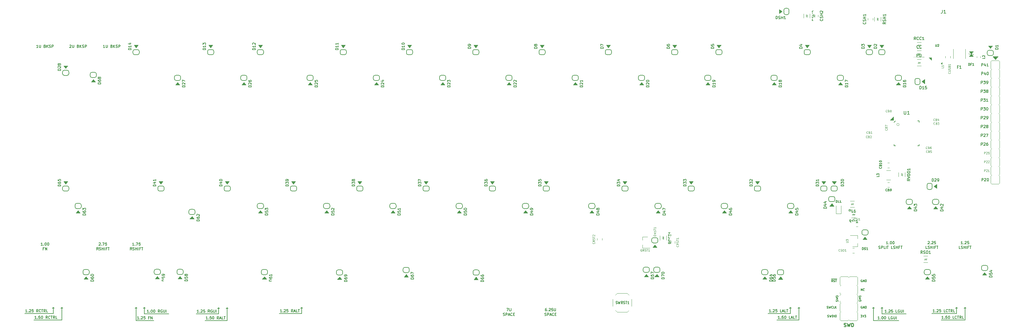
<source format=gto>
G04 #@! TF.GenerationSoftware,KiCad,Pcbnew,(5.1.9)-1*
G04 #@! TF.CreationDate,2021-02-26T14:14:08+09:00*
G04 #@! TF.ProjectId,Joker60-NoArrows,4a6f6b65-7236-4302-9d4e-6f4172726f77,pre-Alpha*
G04 #@! TF.SameCoordinates,Original*
G04 #@! TF.FileFunction,Legend,Top*
G04 #@! TF.FilePolarity,Positive*
%FSLAX46Y46*%
G04 Gerber Fmt 4.6, Leading zero omitted, Abs format (unit mm)*
G04 Created by KiCad (PCBNEW (5.1.9)-1) date 2021-02-26 14:14:08*
%MOMM*%
%LPD*%
G01*
G04 APERTURE LIST*
%ADD10C,0.190500*%
%ADD11C,0.150000*%
%ADD12C,0.100000*%
%ADD13C,0.160000*%
%ADD14C,0.120000*%
%ADD15C,0.200000*%
%ADD16C,0.158750*%
%ADD17C,0.127000*%
%ADD18C,0.250000*%
%ADD19C,1.803800*%
%ADD20C,2.642000*%
%ADD21C,4.089800*%
%ADD22C,3.150000*%
%ADD23O,1.402000X2.502000*%
%ADD24O,1.402000X2.002000*%
%ADD25C,0.752000*%
%ADD26O,10.102000X4.602001*%
%ADD27O,6.602000X4.102000*%
%ADD28O,1.626000X1.626000*%
G04 APERTURE END LIST*
D10*
X96675678Y-95253839D02*
X96240250Y-95253839D01*
X96457964Y-95253839D02*
X96457964Y-94491839D01*
X96385392Y-94600696D01*
X96312821Y-94673267D01*
X96240250Y-94709553D01*
X97002250Y-94491839D02*
X97002250Y-95108696D01*
X97038535Y-95181267D01*
X97074821Y-95217553D01*
X97147392Y-95253839D01*
X97292535Y-95253839D01*
X97365107Y-95217553D01*
X97401392Y-95181267D01*
X97437678Y-95108696D01*
X97437678Y-94491839D01*
X98635107Y-94854696D02*
X98743964Y-94890982D01*
X98780250Y-94927267D01*
X98816535Y-94999839D01*
X98816535Y-95108696D01*
X98780250Y-95181267D01*
X98743964Y-95217553D01*
X98671392Y-95253839D01*
X98381107Y-95253839D01*
X98381107Y-94491839D01*
X98635107Y-94491839D01*
X98707678Y-94528125D01*
X98743964Y-94564410D01*
X98780250Y-94636982D01*
X98780250Y-94709553D01*
X98743964Y-94782125D01*
X98707678Y-94818410D01*
X98635107Y-94854696D01*
X98381107Y-94854696D01*
X99143107Y-95253839D02*
X99143107Y-94491839D01*
X99578535Y-95253839D02*
X99251964Y-94818410D01*
X99578535Y-94491839D02*
X99143107Y-94927267D01*
X99868821Y-95217553D02*
X99977678Y-95253839D01*
X100159107Y-95253839D01*
X100231678Y-95217553D01*
X100267964Y-95181267D01*
X100304250Y-95108696D01*
X100304250Y-95036125D01*
X100267964Y-94963553D01*
X100231678Y-94927267D01*
X100159107Y-94890982D01*
X100013964Y-94854696D01*
X99941392Y-94818410D01*
X99905107Y-94782125D01*
X99868821Y-94709553D01*
X99868821Y-94636982D01*
X99905107Y-94564410D01*
X99941392Y-94528125D01*
X100013964Y-94491839D01*
X100195392Y-94491839D01*
X100304250Y-94528125D01*
X100630821Y-95253839D02*
X100630821Y-94491839D01*
X100921107Y-94491839D01*
X100993678Y-94528125D01*
X101029964Y-94564410D01*
X101066250Y-94636982D01*
X101066250Y-94745839D01*
X101029964Y-94818410D01*
X100993678Y-94854696D01*
X100921107Y-94890982D01*
X100630821Y-94890982D01*
X77498678Y-95253839D02*
X77063250Y-95253839D01*
X77280964Y-95253839D02*
X77280964Y-94491839D01*
X77208392Y-94600696D01*
X77135821Y-94673267D01*
X77063250Y-94709553D01*
X77825250Y-94491839D02*
X77825250Y-95108696D01*
X77861535Y-95181267D01*
X77897821Y-95217553D01*
X77970392Y-95253839D01*
X78115535Y-95253839D01*
X78188107Y-95217553D01*
X78224392Y-95181267D01*
X78260678Y-95108696D01*
X78260678Y-94491839D01*
X79458107Y-94854696D02*
X79566964Y-94890982D01*
X79603250Y-94927267D01*
X79639535Y-94999839D01*
X79639535Y-95108696D01*
X79603250Y-95181267D01*
X79566964Y-95217553D01*
X79494392Y-95253839D01*
X79204107Y-95253839D01*
X79204107Y-94491839D01*
X79458107Y-94491839D01*
X79530678Y-94528125D01*
X79566964Y-94564410D01*
X79603250Y-94636982D01*
X79603250Y-94709553D01*
X79566964Y-94782125D01*
X79530678Y-94818410D01*
X79458107Y-94854696D01*
X79204107Y-94854696D01*
X79966107Y-95253839D02*
X79966107Y-94491839D01*
X80401535Y-95253839D02*
X80074964Y-94818410D01*
X80401535Y-94491839D02*
X79966107Y-94927267D01*
X80691821Y-95217553D02*
X80800678Y-95253839D01*
X80982107Y-95253839D01*
X81054678Y-95217553D01*
X81090964Y-95181267D01*
X81127250Y-95108696D01*
X81127250Y-95036125D01*
X81090964Y-94963553D01*
X81054678Y-94927267D01*
X80982107Y-94890982D01*
X80836964Y-94854696D01*
X80764392Y-94818410D01*
X80728107Y-94782125D01*
X80691821Y-94709553D01*
X80691821Y-94636982D01*
X80728107Y-94564410D01*
X80764392Y-94528125D01*
X80836964Y-94491839D01*
X81018392Y-94491839D01*
X81127250Y-94528125D01*
X81453821Y-95253839D02*
X81453821Y-94491839D01*
X81744107Y-94491839D01*
X81816678Y-94528125D01*
X81852964Y-94564410D01*
X81889250Y-94636982D01*
X81889250Y-94745839D01*
X81852964Y-94818410D01*
X81816678Y-94854696D01*
X81744107Y-94890982D01*
X81453821Y-94890982D01*
X86588250Y-94564410D02*
X86624535Y-94528125D01*
X86697107Y-94491839D01*
X86878535Y-94491839D01*
X86951107Y-94528125D01*
X86987392Y-94564410D01*
X87023678Y-94636982D01*
X87023678Y-94709553D01*
X86987392Y-94818410D01*
X86551964Y-95253839D01*
X87023678Y-95253839D01*
X87350250Y-94491839D02*
X87350250Y-95108696D01*
X87386535Y-95181267D01*
X87422821Y-95217553D01*
X87495392Y-95253839D01*
X87640535Y-95253839D01*
X87713107Y-95217553D01*
X87749392Y-95181267D01*
X87785678Y-95108696D01*
X87785678Y-94491839D01*
X88983107Y-94854696D02*
X89091964Y-94890982D01*
X89128250Y-94927267D01*
X89164535Y-94999839D01*
X89164535Y-95108696D01*
X89128250Y-95181267D01*
X89091964Y-95217553D01*
X89019392Y-95253839D01*
X88729107Y-95253839D01*
X88729107Y-94491839D01*
X88983107Y-94491839D01*
X89055678Y-94528125D01*
X89091964Y-94564410D01*
X89128250Y-94636982D01*
X89128250Y-94709553D01*
X89091964Y-94782125D01*
X89055678Y-94818410D01*
X88983107Y-94854696D01*
X88729107Y-94854696D01*
X89491107Y-95253839D02*
X89491107Y-94491839D01*
X89926535Y-95253839D02*
X89599964Y-94818410D01*
X89926535Y-94491839D02*
X89491107Y-94927267D01*
X90216821Y-95217553D02*
X90325678Y-95253839D01*
X90507107Y-95253839D01*
X90579678Y-95217553D01*
X90615964Y-95181267D01*
X90652250Y-95108696D01*
X90652250Y-95036125D01*
X90615964Y-94963553D01*
X90579678Y-94927267D01*
X90507107Y-94890982D01*
X90361964Y-94854696D01*
X90289392Y-94818410D01*
X90253107Y-94782125D01*
X90216821Y-94709553D01*
X90216821Y-94636982D01*
X90253107Y-94564410D01*
X90289392Y-94528125D01*
X90361964Y-94491839D01*
X90543392Y-94491839D01*
X90652250Y-94528125D01*
X90978821Y-95253839D02*
X90978821Y-94491839D01*
X91269107Y-94491839D01*
X91341678Y-94528125D01*
X91377964Y-94564410D01*
X91414250Y-94636982D01*
X91414250Y-94745839D01*
X91377964Y-94818410D01*
X91341678Y-94854696D01*
X91269107Y-94890982D01*
X90978821Y-94890982D01*
X78786821Y-152245089D02*
X78351392Y-152245089D01*
X78569107Y-152245089D02*
X78569107Y-151483089D01*
X78496535Y-151591946D01*
X78423964Y-151664517D01*
X78351392Y-151700803D01*
X79113392Y-152172517D02*
X79149678Y-152208803D01*
X79113392Y-152245089D01*
X79077107Y-152208803D01*
X79113392Y-152172517D01*
X79113392Y-152245089D01*
X79621392Y-151483089D02*
X79693964Y-151483089D01*
X79766535Y-151519375D01*
X79802821Y-151555660D01*
X79839107Y-151628232D01*
X79875392Y-151773375D01*
X79875392Y-151954803D01*
X79839107Y-152099946D01*
X79802821Y-152172517D01*
X79766535Y-152208803D01*
X79693964Y-152245089D01*
X79621392Y-152245089D01*
X79548821Y-152208803D01*
X79512535Y-152172517D01*
X79476250Y-152099946D01*
X79439964Y-151954803D01*
X79439964Y-151773375D01*
X79476250Y-151628232D01*
X79512535Y-151555660D01*
X79548821Y-151519375D01*
X79621392Y-151483089D01*
X80347107Y-151483089D02*
X80419678Y-151483089D01*
X80492250Y-151519375D01*
X80528535Y-151555660D01*
X80564821Y-151628232D01*
X80601107Y-151773375D01*
X80601107Y-151954803D01*
X80564821Y-152099946D01*
X80528535Y-152172517D01*
X80492250Y-152208803D01*
X80419678Y-152245089D01*
X80347107Y-152245089D01*
X80274535Y-152208803D01*
X80238250Y-152172517D01*
X80201964Y-152099946D01*
X80165678Y-151954803D01*
X80165678Y-151773375D01*
X80201964Y-151628232D01*
X80238250Y-151555660D01*
X80274535Y-151519375D01*
X80347107Y-151483089D01*
X79185964Y-153179446D02*
X78931964Y-153179446D01*
X78931964Y-153578589D02*
X78931964Y-152816589D01*
X79294821Y-152816589D01*
X79585107Y-153578589D02*
X79585107Y-152816589D01*
X80020535Y-153578589D01*
X80020535Y-152816589D01*
X105075821Y-152245089D02*
X104640392Y-152245089D01*
X104858107Y-152245089D02*
X104858107Y-151483089D01*
X104785535Y-151591946D01*
X104712964Y-151664517D01*
X104640392Y-151700803D01*
X105402392Y-152172517D02*
X105438678Y-152208803D01*
X105402392Y-152245089D01*
X105366107Y-152208803D01*
X105402392Y-152172517D01*
X105402392Y-152245089D01*
X105692678Y-151483089D02*
X106200678Y-151483089D01*
X105874107Y-152245089D01*
X106853821Y-151483089D02*
X106490964Y-151483089D01*
X106454678Y-151845946D01*
X106490964Y-151809660D01*
X106563535Y-151773375D01*
X106744964Y-151773375D01*
X106817535Y-151809660D01*
X106853821Y-151845946D01*
X106890107Y-151918517D01*
X106890107Y-152099946D01*
X106853821Y-152172517D01*
X106817535Y-152208803D01*
X106744964Y-152245089D01*
X106563535Y-152245089D01*
X106490964Y-152208803D01*
X106454678Y-152172517D01*
X104440821Y-153578589D02*
X104186821Y-153215732D01*
X104005392Y-153578589D02*
X104005392Y-152816589D01*
X104295678Y-152816589D01*
X104368250Y-152852875D01*
X104404535Y-152889160D01*
X104440821Y-152961732D01*
X104440821Y-153070589D01*
X104404535Y-153143160D01*
X104368250Y-153179446D01*
X104295678Y-153215732D01*
X104005392Y-153215732D01*
X104731107Y-153542303D02*
X104839964Y-153578589D01*
X105021392Y-153578589D01*
X105093964Y-153542303D01*
X105130250Y-153506017D01*
X105166535Y-153433446D01*
X105166535Y-153360875D01*
X105130250Y-153288303D01*
X105093964Y-153252017D01*
X105021392Y-153215732D01*
X104876250Y-153179446D01*
X104803678Y-153143160D01*
X104767392Y-153106875D01*
X104731107Y-153034303D01*
X104731107Y-152961732D01*
X104767392Y-152889160D01*
X104803678Y-152852875D01*
X104876250Y-152816589D01*
X105057678Y-152816589D01*
X105166535Y-152852875D01*
X105493107Y-153578589D02*
X105493107Y-152816589D01*
X105493107Y-153179446D02*
X105928535Y-153179446D01*
X105928535Y-153578589D02*
X105928535Y-152816589D01*
X106291392Y-153578589D02*
X106291392Y-152816589D01*
X106908250Y-153179446D02*
X106654250Y-153179446D01*
X106654250Y-153578589D02*
X106654250Y-152816589D01*
X107017107Y-152816589D01*
X107198535Y-152816589D02*
X107633964Y-152816589D01*
X107416250Y-153578589D02*
X107416250Y-152816589D01*
X94988392Y-151555660D02*
X95024678Y-151519375D01*
X95097250Y-151483089D01*
X95278678Y-151483089D01*
X95351250Y-151519375D01*
X95387535Y-151555660D01*
X95423821Y-151628232D01*
X95423821Y-151700803D01*
X95387535Y-151809660D01*
X94952107Y-152245089D01*
X95423821Y-152245089D01*
X95750392Y-152172517D02*
X95786678Y-152208803D01*
X95750392Y-152245089D01*
X95714107Y-152208803D01*
X95750392Y-152172517D01*
X95750392Y-152245089D01*
X96040678Y-151483089D02*
X96548678Y-151483089D01*
X96222107Y-152245089D01*
X97201821Y-151483089D02*
X96838964Y-151483089D01*
X96802678Y-151845946D01*
X96838964Y-151809660D01*
X96911535Y-151773375D01*
X97092964Y-151773375D01*
X97165535Y-151809660D01*
X97201821Y-151845946D01*
X97238107Y-151918517D01*
X97238107Y-152099946D01*
X97201821Y-152172517D01*
X97165535Y-152208803D01*
X97092964Y-152245089D01*
X96911535Y-152245089D01*
X96838964Y-152208803D01*
X96802678Y-152172517D01*
X94788821Y-153578589D02*
X94534821Y-153215732D01*
X94353392Y-153578589D02*
X94353392Y-152816589D01*
X94643678Y-152816589D01*
X94716250Y-152852875D01*
X94752535Y-152889160D01*
X94788821Y-152961732D01*
X94788821Y-153070589D01*
X94752535Y-153143160D01*
X94716250Y-153179446D01*
X94643678Y-153215732D01*
X94353392Y-153215732D01*
X95079107Y-153542303D02*
X95187964Y-153578589D01*
X95369392Y-153578589D01*
X95441964Y-153542303D01*
X95478250Y-153506017D01*
X95514535Y-153433446D01*
X95514535Y-153360875D01*
X95478250Y-153288303D01*
X95441964Y-153252017D01*
X95369392Y-153215732D01*
X95224250Y-153179446D01*
X95151678Y-153143160D01*
X95115392Y-153106875D01*
X95079107Y-153034303D01*
X95079107Y-152961732D01*
X95115392Y-152889160D01*
X95151678Y-152852875D01*
X95224250Y-152816589D01*
X95405678Y-152816589D01*
X95514535Y-152852875D01*
X95841107Y-153578589D02*
X95841107Y-152816589D01*
X95841107Y-153179446D02*
X96276535Y-153179446D01*
X96276535Y-153578589D02*
X96276535Y-152816589D01*
X96639392Y-153578589D02*
X96639392Y-152816589D01*
X97256250Y-153179446D02*
X97002250Y-153179446D01*
X97002250Y-153578589D02*
X97002250Y-152816589D01*
X97365107Y-152816589D01*
X97546535Y-152816589D02*
X97981964Y-152816589D01*
X97764250Y-153578589D02*
X97764250Y-152816589D01*
X321737821Y-151864089D02*
X321302392Y-151864089D01*
X321520107Y-151864089D02*
X321520107Y-151102089D01*
X321447535Y-151210946D01*
X321374964Y-151283517D01*
X321302392Y-151319803D01*
X322064392Y-151791517D02*
X322100678Y-151827803D01*
X322064392Y-151864089D01*
X322028107Y-151827803D01*
X322064392Y-151791517D01*
X322064392Y-151864089D01*
X322572392Y-151102089D02*
X322644964Y-151102089D01*
X322717535Y-151138375D01*
X322753821Y-151174660D01*
X322790107Y-151247232D01*
X322826392Y-151392375D01*
X322826392Y-151573803D01*
X322790107Y-151718946D01*
X322753821Y-151791517D01*
X322717535Y-151827803D01*
X322644964Y-151864089D01*
X322572392Y-151864089D01*
X322499821Y-151827803D01*
X322463535Y-151791517D01*
X322427250Y-151718946D01*
X322390964Y-151573803D01*
X322390964Y-151392375D01*
X322427250Y-151247232D01*
X322463535Y-151174660D01*
X322499821Y-151138375D01*
X322572392Y-151102089D01*
X323298107Y-151102089D02*
X323370678Y-151102089D01*
X323443250Y-151138375D01*
X323479535Y-151174660D01*
X323515821Y-151247232D01*
X323552107Y-151392375D01*
X323552107Y-151573803D01*
X323515821Y-151718946D01*
X323479535Y-151791517D01*
X323443250Y-151827803D01*
X323370678Y-151864089D01*
X323298107Y-151864089D01*
X323225535Y-151827803D01*
X323189250Y-151791517D01*
X323152964Y-151718946D01*
X323116678Y-151573803D01*
X323116678Y-151392375D01*
X323152964Y-151247232D01*
X323189250Y-151174660D01*
X323225535Y-151138375D01*
X323298107Y-151102089D01*
X319070821Y-153161303D02*
X319179678Y-153197589D01*
X319361107Y-153197589D01*
X319433678Y-153161303D01*
X319469964Y-153125017D01*
X319506250Y-153052446D01*
X319506250Y-152979875D01*
X319469964Y-152907303D01*
X319433678Y-152871017D01*
X319361107Y-152834732D01*
X319215964Y-152798446D01*
X319143392Y-152762160D01*
X319107107Y-152725875D01*
X319070821Y-152653303D01*
X319070821Y-152580732D01*
X319107107Y-152508160D01*
X319143392Y-152471875D01*
X319215964Y-152435589D01*
X319397392Y-152435589D01*
X319506250Y-152471875D01*
X319832821Y-153197589D02*
X319832821Y-152435589D01*
X320123107Y-152435589D01*
X320195678Y-152471875D01*
X320231964Y-152508160D01*
X320268250Y-152580732D01*
X320268250Y-152689589D01*
X320231964Y-152762160D01*
X320195678Y-152798446D01*
X320123107Y-152834732D01*
X319832821Y-152834732D01*
X320957678Y-153197589D02*
X320594821Y-153197589D01*
X320594821Y-152435589D01*
X321211678Y-153197589D02*
X321211678Y-152435589D01*
X321465678Y-152435589D02*
X321901107Y-152435589D01*
X321683392Y-153197589D02*
X321683392Y-152435589D01*
X323098535Y-153197589D02*
X322735678Y-153197589D01*
X322735678Y-152435589D01*
X323316250Y-153161303D02*
X323425107Y-153197589D01*
X323606535Y-153197589D01*
X323679107Y-153161303D01*
X323715392Y-153125017D01*
X323751678Y-153052446D01*
X323751678Y-152979875D01*
X323715392Y-152907303D01*
X323679107Y-152871017D01*
X323606535Y-152834732D01*
X323461392Y-152798446D01*
X323388821Y-152762160D01*
X323352535Y-152725875D01*
X323316250Y-152653303D01*
X323316250Y-152580732D01*
X323352535Y-152508160D01*
X323388821Y-152471875D01*
X323461392Y-152435589D01*
X323642821Y-152435589D01*
X323751678Y-152471875D01*
X324078250Y-153197589D02*
X324078250Y-152435589D01*
X324078250Y-152798446D02*
X324513678Y-152798446D01*
X324513678Y-153197589D02*
X324513678Y-152435589D01*
X325130535Y-152798446D02*
X324876535Y-152798446D01*
X324876535Y-153197589D02*
X324876535Y-152435589D01*
X325239392Y-152435589D01*
X325420821Y-152435589D02*
X325856250Y-152435589D01*
X325638535Y-153197589D02*
X325638535Y-152435589D01*
X333240392Y-151174660D02*
X333276678Y-151138375D01*
X333349250Y-151102089D01*
X333530678Y-151102089D01*
X333603250Y-151138375D01*
X333639535Y-151174660D01*
X333675821Y-151247232D01*
X333675821Y-151319803D01*
X333639535Y-151428660D01*
X333204107Y-151864089D01*
X333675821Y-151864089D01*
X334002392Y-151791517D02*
X334038678Y-151827803D01*
X334002392Y-151864089D01*
X333966107Y-151827803D01*
X334002392Y-151791517D01*
X334002392Y-151864089D01*
X334328964Y-151174660D02*
X334365250Y-151138375D01*
X334437821Y-151102089D01*
X334619250Y-151102089D01*
X334691821Y-151138375D01*
X334728107Y-151174660D01*
X334764392Y-151247232D01*
X334764392Y-151319803D01*
X334728107Y-151428660D01*
X334292678Y-151864089D01*
X334764392Y-151864089D01*
X335453821Y-151102089D02*
X335090964Y-151102089D01*
X335054678Y-151464946D01*
X335090964Y-151428660D01*
X335163535Y-151392375D01*
X335344964Y-151392375D01*
X335417535Y-151428660D01*
X335453821Y-151464946D01*
X335490107Y-151537517D01*
X335490107Y-151718946D01*
X335453821Y-151791517D01*
X335417535Y-151827803D01*
X335344964Y-151864089D01*
X335163535Y-151864089D01*
X335090964Y-151827803D01*
X335054678Y-151791517D01*
X333040821Y-153197589D02*
X332677964Y-153197589D01*
X332677964Y-152435589D01*
X333258535Y-153161303D02*
X333367392Y-153197589D01*
X333548821Y-153197589D01*
X333621392Y-153161303D01*
X333657678Y-153125017D01*
X333693964Y-153052446D01*
X333693964Y-152979875D01*
X333657678Y-152907303D01*
X333621392Y-152871017D01*
X333548821Y-152834732D01*
X333403678Y-152798446D01*
X333331107Y-152762160D01*
X333294821Y-152725875D01*
X333258535Y-152653303D01*
X333258535Y-152580732D01*
X333294821Y-152508160D01*
X333331107Y-152471875D01*
X333403678Y-152435589D01*
X333585107Y-152435589D01*
X333693964Y-152471875D01*
X334020535Y-153197589D02*
X334020535Y-152435589D01*
X334020535Y-152798446D02*
X334455964Y-152798446D01*
X334455964Y-153197589D02*
X334455964Y-152435589D01*
X334818821Y-153197589D02*
X334818821Y-152435589D01*
X335435678Y-152798446D02*
X335181678Y-152798446D01*
X335181678Y-153197589D02*
X335181678Y-152435589D01*
X335544535Y-152435589D01*
X335725964Y-152435589D02*
X336161392Y-152435589D01*
X335943678Y-153197589D02*
X335943678Y-152435589D01*
X343200821Y-151864089D02*
X342765392Y-151864089D01*
X342983107Y-151864089D02*
X342983107Y-151102089D01*
X342910535Y-151210946D01*
X342837964Y-151283517D01*
X342765392Y-151319803D01*
X343527392Y-151791517D02*
X343563678Y-151827803D01*
X343527392Y-151864089D01*
X343491107Y-151827803D01*
X343527392Y-151791517D01*
X343527392Y-151864089D01*
X343853964Y-151174660D02*
X343890250Y-151138375D01*
X343962821Y-151102089D01*
X344144250Y-151102089D01*
X344216821Y-151138375D01*
X344253107Y-151174660D01*
X344289392Y-151247232D01*
X344289392Y-151319803D01*
X344253107Y-151428660D01*
X343817678Y-151864089D01*
X344289392Y-151864089D01*
X344978821Y-151102089D02*
X344615964Y-151102089D01*
X344579678Y-151464946D01*
X344615964Y-151428660D01*
X344688535Y-151392375D01*
X344869964Y-151392375D01*
X344942535Y-151428660D01*
X344978821Y-151464946D01*
X345015107Y-151537517D01*
X345015107Y-151718946D01*
X344978821Y-151791517D01*
X344942535Y-151827803D01*
X344869964Y-151864089D01*
X344688535Y-151864089D01*
X344615964Y-151827803D01*
X344579678Y-151791517D01*
X342565821Y-153197589D02*
X342202964Y-153197589D01*
X342202964Y-152435589D01*
X342783535Y-153161303D02*
X342892392Y-153197589D01*
X343073821Y-153197589D01*
X343146392Y-153161303D01*
X343182678Y-153125017D01*
X343218964Y-153052446D01*
X343218964Y-152979875D01*
X343182678Y-152907303D01*
X343146392Y-152871017D01*
X343073821Y-152834732D01*
X342928678Y-152798446D01*
X342856107Y-152762160D01*
X342819821Y-152725875D01*
X342783535Y-152653303D01*
X342783535Y-152580732D01*
X342819821Y-152508160D01*
X342856107Y-152471875D01*
X342928678Y-152435589D01*
X343110107Y-152435589D01*
X343218964Y-152471875D01*
X343545535Y-153197589D02*
X343545535Y-152435589D01*
X343545535Y-152798446D02*
X343980964Y-152798446D01*
X343980964Y-153197589D02*
X343980964Y-152435589D01*
X344343821Y-153197589D02*
X344343821Y-152435589D01*
X344960678Y-152798446D02*
X344706678Y-152798446D01*
X344706678Y-153197589D02*
X344706678Y-152435589D01*
X345069535Y-152435589D01*
X345250964Y-152435589D02*
X345686392Y-152435589D01*
X345468678Y-153197589D02*
X345468678Y-152435589D01*
D11*
X341477250Y-170855125D02*
X341477250Y-170093125D01*
X341477250Y-170855125D02*
X341477250Y-171871125D01*
X341477250Y-170093125D02*
X341731250Y-170347125D01*
X343890250Y-170093125D02*
X343890250Y-173776125D01*
X337032250Y-173776125D02*
X343890250Y-173776125D01*
X341477250Y-170093125D02*
X341223250Y-170347125D01*
X343890250Y-170093125D02*
X344144250Y-170347125D01*
D10*
X335145392Y-171453839D02*
X334709964Y-171453839D01*
X334927678Y-171453839D02*
X334927678Y-170691839D01*
X334855107Y-170800696D01*
X334782535Y-170873267D01*
X334709964Y-170909553D01*
X335471964Y-171381267D02*
X335508250Y-171417553D01*
X335471964Y-171453839D01*
X335435678Y-171417553D01*
X335471964Y-171381267D01*
X335471964Y-171453839D01*
X335798535Y-170764410D02*
X335834821Y-170728125D01*
X335907392Y-170691839D01*
X336088821Y-170691839D01*
X336161392Y-170728125D01*
X336197678Y-170764410D01*
X336233964Y-170836982D01*
X336233964Y-170909553D01*
X336197678Y-171018410D01*
X335762250Y-171453839D01*
X336233964Y-171453839D01*
X336923392Y-170691839D02*
X336560535Y-170691839D01*
X336524250Y-171054696D01*
X336560535Y-171018410D01*
X336633107Y-170982125D01*
X336814535Y-170982125D01*
X336887107Y-171018410D01*
X336923392Y-171054696D01*
X336959678Y-171127267D01*
X336959678Y-171308696D01*
X336923392Y-171381267D01*
X336887107Y-171417553D01*
X336814535Y-171453839D01*
X336633107Y-171453839D01*
X336560535Y-171417553D01*
X336524250Y-171381267D01*
X338229678Y-171453839D02*
X337866821Y-171453839D01*
X337866821Y-170691839D01*
X338919107Y-171381267D02*
X338882821Y-171417553D01*
X338773964Y-171453839D01*
X338701392Y-171453839D01*
X338592535Y-171417553D01*
X338519964Y-171344982D01*
X338483678Y-171272410D01*
X338447392Y-171127267D01*
X338447392Y-171018410D01*
X338483678Y-170873267D01*
X338519964Y-170800696D01*
X338592535Y-170728125D01*
X338701392Y-170691839D01*
X338773964Y-170691839D01*
X338882821Y-170728125D01*
X338919107Y-170764410D01*
X339136821Y-170691839D02*
X339572250Y-170691839D01*
X339354535Y-171453839D02*
X339354535Y-170691839D01*
X340261678Y-171453839D02*
X340007678Y-171090982D01*
X339826250Y-171453839D02*
X339826250Y-170691839D01*
X340116535Y-170691839D01*
X340189107Y-170728125D01*
X340225392Y-170764410D01*
X340261678Y-170836982D01*
X340261678Y-170945839D01*
X340225392Y-171018410D01*
X340189107Y-171054696D01*
X340116535Y-171090982D01*
X339826250Y-171090982D01*
X340951107Y-171453839D02*
X340588250Y-171453839D01*
X340588250Y-170691839D01*
X337685392Y-173358839D02*
X337249964Y-173358839D01*
X337467678Y-173358839D02*
X337467678Y-172596839D01*
X337395107Y-172705696D01*
X337322535Y-172778267D01*
X337249964Y-172814553D01*
X338011964Y-173286267D02*
X338048250Y-173322553D01*
X338011964Y-173358839D01*
X337975678Y-173322553D01*
X338011964Y-173286267D01*
X338011964Y-173358839D01*
X338737678Y-172596839D02*
X338374821Y-172596839D01*
X338338535Y-172959696D01*
X338374821Y-172923410D01*
X338447392Y-172887125D01*
X338628821Y-172887125D01*
X338701392Y-172923410D01*
X338737678Y-172959696D01*
X338773964Y-173032267D01*
X338773964Y-173213696D01*
X338737678Y-173286267D01*
X338701392Y-173322553D01*
X338628821Y-173358839D01*
X338447392Y-173358839D01*
X338374821Y-173322553D01*
X338338535Y-173286267D01*
X339245678Y-172596839D02*
X339318250Y-172596839D01*
X339390821Y-172633125D01*
X339427107Y-172669410D01*
X339463392Y-172741982D01*
X339499678Y-172887125D01*
X339499678Y-173068553D01*
X339463392Y-173213696D01*
X339427107Y-173286267D01*
X339390821Y-173322553D01*
X339318250Y-173358839D01*
X339245678Y-173358839D01*
X339173107Y-173322553D01*
X339136821Y-173286267D01*
X339100535Y-173213696D01*
X339064250Y-173068553D01*
X339064250Y-172887125D01*
X339100535Y-172741982D01*
X339136821Y-172669410D01*
X339173107Y-172633125D01*
X339245678Y-172596839D01*
X340769678Y-173358839D02*
X340406821Y-173358839D01*
X340406821Y-172596839D01*
X341459107Y-173286267D02*
X341422821Y-173322553D01*
X341313964Y-173358839D01*
X341241392Y-173358839D01*
X341132535Y-173322553D01*
X341059964Y-173249982D01*
X341023678Y-173177410D01*
X340987392Y-173032267D01*
X340987392Y-172923410D01*
X341023678Y-172778267D01*
X341059964Y-172705696D01*
X341132535Y-172633125D01*
X341241392Y-172596839D01*
X341313964Y-172596839D01*
X341422821Y-172633125D01*
X341459107Y-172669410D01*
X341676821Y-172596839D02*
X342112250Y-172596839D01*
X341894535Y-173358839D02*
X341894535Y-172596839D01*
X342801678Y-173358839D02*
X342547678Y-172995982D01*
X342366250Y-173358839D02*
X342366250Y-172596839D01*
X342656535Y-172596839D01*
X342729107Y-172633125D01*
X342765392Y-172669410D01*
X342801678Y-172741982D01*
X342801678Y-172850839D01*
X342765392Y-172923410D01*
X342729107Y-172959696D01*
X342656535Y-172995982D01*
X342366250Y-172995982D01*
X343491107Y-173358839D02*
X343128250Y-173358839D01*
X343128250Y-172596839D01*
D11*
X343890250Y-170093125D02*
X343636250Y-170347125D01*
X334365250Y-171871125D02*
X340334250Y-171871125D01*
X341477250Y-171871125D02*
X340334250Y-171871125D01*
X320014250Y-170093125D02*
X319760250Y-170347125D01*
X317601250Y-170093125D02*
X317347250Y-170347125D01*
X317601250Y-170093125D02*
X317855250Y-170347125D01*
X317601250Y-170093125D02*
X317601250Y-173903125D01*
X320014250Y-170093125D02*
X320014250Y-171998125D01*
D10*
X321320535Y-171580839D02*
X320885107Y-171580839D01*
X321102821Y-171580839D02*
X321102821Y-170818839D01*
X321030250Y-170927696D01*
X320957678Y-171000267D01*
X320885107Y-171036553D01*
X321647107Y-171508267D02*
X321683392Y-171544553D01*
X321647107Y-171580839D01*
X321610821Y-171544553D01*
X321647107Y-171508267D01*
X321647107Y-171580839D01*
X321973678Y-170891410D02*
X322009964Y-170855125D01*
X322082535Y-170818839D01*
X322263964Y-170818839D01*
X322336535Y-170855125D01*
X322372821Y-170891410D01*
X322409107Y-170963982D01*
X322409107Y-171036553D01*
X322372821Y-171145410D01*
X321937392Y-171580839D01*
X322409107Y-171580839D01*
X323098535Y-170818839D02*
X322735678Y-170818839D01*
X322699392Y-171181696D01*
X322735678Y-171145410D01*
X322808250Y-171109125D01*
X322989678Y-171109125D01*
X323062250Y-171145410D01*
X323098535Y-171181696D01*
X323134821Y-171254267D01*
X323134821Y-171435696D01*
X323098535Y-171508267D01*
X323062250Y-171544553D01*
X322989678Y-171580839D01*
X322808250Y-171580839D01*
X322735678Y-171544553D01*
X322699392Y-171508267D01*
X324404821Y-171580839D02*
X324041964Y-171580839D01*
X324041964Y-170818839D01*
X325057964Y-170855125D02*
X324985392Y-170818839D01*
X324876535Y-170818839D01*
X324767678Y-170855125D01*
X324695107Y-170927696D01*
X324658821Y-171000267D01*
X324622535Y-171145410D01*
X324622535Y-171254267D01*
X324658821Y-171399410D01*
X324695107Y-171471982D01*
X324767678Y-171544553D01*
X324876535Y-171580839D01*
X324949107Y-171580839D01*
X325057964Y-171544553D01*
X325094250Y-171508267D01*
X325094250Y-171254267D01*
X324949107Y-171254267D01*
X325420821Y-170818839D02*
X325420821Y-171435696D01*
X325457107Y-171508267D01*
X325493392Y-171544553D01*
X325565964Y-171580839D01*
X325711107Y-171580839D01*
X325783678Y-171544553D01*
X325819964Y-171508267D01*
X325856250Y-171435696D01*
X325856250Y-170818839D01*
X326219107Y-171580839D02*
X326219107Y-170818839D01*
D11*
X320014250Y-170093125D02*
X320268250Y-170347125D01*
X317601250Y-173903125D02*
X324840250Y-173903125D01*
X320014250Y-171998125D02*
X326999250Y-171998125D01*
D10*
X319288535Y-173485839D02*
X318853107Y-173485839D01*
X319070821Y-173485839D02*
X319070821Y-172723839D01*
X318998250Y-172832696D01*
X318925678Y-172905267D01*
X318853107Y-172941553D01*
X319615107Y-173413267D02*
X319651392Y-173449553D01*
X319615107Y-173485839D01*
X319578821Y-173449553D01*
X319615107Y-173413267D01*
X319615107Y-173485839D01*
X320123107Y-172723839D02*
X320195678Y-172723839D01*
X320268250Y-172760125D01*
X320304535Y-172796410D01*
X320340821Y-172868982D01*
X320377107Y-173014125D01*
X320377107Y-173195553D01*
X320340821Y-173340696D01*
X320304535Y-173413267D01*
X320268250Y-173449553D01*
X320195678Y-173485839D01*
X320123107Y-173485839D01*
X320050535Y-173449553D01*
X320014250Y-173413267D01*
X319977964Y-173340696D01*
X319941678Y-173195553D01*
X319941678Y-173014125D01*
X319977964Y-172868982D01*
X320014250Y-172796410D01*
X320050535Y-172760125D01*
X320123107Y-172723839D01*
X320848821Y-172723839D02*
X320921392Y-172723839D01*
X320993964Y-172760125D01*
X321030250Y-172796410D01*
X321066535Y-172868982D01*
X321102821Y-173014125D01*
X321102821Y-173195553D01*
X321066535Y-173340696D01*
X321030250Y-173413267D01*
X320993964Y-173449553D01*
X320921392Y-173485839D01*
X320848821Y-173485839D01*
X320776250Y-173449553D01*
X320739964Y-173413267D01*
X320703678Y-173340696D01*
X320667392Y-173195553D01*
X320667392Y-173014125D01*
X320703678Y-172868982D01*
X320739964Y-172796410D01*
X320776250Y-172760125D01*
X320848821Y-172723839D01*
X322372821Y-173485839D02*
X322009964Y-173485839D01*
X322009964Y-172723839D01*
X323025964Y-172760125D02*
X322953392Y-172723839D01*
X322844535Y-172723839D01*
X322735678Y-172760125D01*
X322663107Y-172832696D01*
X322626821Y-172905267D01*
X322590535Y-173050410D01*
X322590535Y-173159267D01*
X322626821Y-173304410D01*
X322663107Y-173376982D01*
X322735678Y-173449553D01*
X322844535Y-173485839D01*
X322917107Y-173485839D01*
X323025964Y-173449553D01*
X323062250Y-173413267D01*
X323062250Y-173159267D01*
X322917107Y-173159267D01*
X323388821Y-172723839D02*
X323388821Y-173340696D01*
X323425107Y-173413267D01*
X323461392Y-173449553D01*
X323533964Y-173485839D01*
X323679107Y-173485839D01*
X323751678Y-173449553D01*
X323787964Y-173413267D01*
X323824250Y-173340696D01*
X323824250Y-172723839D01*
X324187107Y-173485839D02*
X324187107Y-172723839D01*
D11*
X287248250Y-171871125D02*
X292582250Y-171871125D01*
X296138250Y-170093125D02*
X295884250Y-170347125D01*
X289788250Y-173776125D02*
X296138250Y-173776125D01*
X293725250Y-171871125D02*
X292582250Y-171871125D01*
X296138250Y-170093125D02*
X296138250Y-173776125D01*
X293725250Y-170093125D02*
X293471250Y-170347125D01*
X293725250Y-170855125D02*
X293725250Y-170093125D01*
X296138250Y-170093125D02*
X296392250Y-170347125D01*
D10*
X290622821Y-173358839D02*
X290187392Y-173358839D01*
X290405107Y-173358839D02*
X290405107Y-172596839D01*
X290332535Y-172705696D01*
X290259964Y-172778267D01*
X290187392Y-172814553D01*
X290949392Y-173286267D02*
X290985678Y-173322553D01*
X290949392Y-173358839D01*
X290913107Y-173322553D01*
X290949392Y-173286267D01*
X290949392Y-173358839D01*
X291675107Y-172596839D02*
X291312250Y-172596839D01*
X291275964Y-172959696D01*
X291312250Y-172923410D01*
X291384821Y-172887125D01*
X291566250Y-172887125D01*
X291638821Y-172923410D01*
X291675107Y-172959696D01*
X291711392Y-173032267D01*
X291711392Y-173213696D01*
X291675107Y-173286267D01*
X291638821Y-173322553D01*
X291566250Y-173358839D01*
X291384821Y-173358839D01*
X291312250Y-173322553D01*
X291275964Y-173286267D01*
X292183107Y-172596839D02*
X292255678Y-172596839D01*
X292328250Y-172633125D01*
X292364535Y-172669410D01*
X292400821Y-172741982D01*
X292437107Y-172887125D01*
X292437107Y-173068553D01*
X292400821Y-173213696D01*
X292364535Y-173286267D01*
X292328250Y-173322553D01*
X292255678Y-173358839D01*
X292183107Y-173358839D01*
X292110535Y-173322553D01*
X292074250Y-173286267D01*
X292037964Y-173213696D01*
X292001678Y-173068553D01*
X292001678Y-172887125D01*
X292037964Y-172741982D01*
X292074250Y-172669410D01*
X292110535Y-172633125D01*
X292183107Y-172596839D01*
X293707107Y-173358839D02*
X293344250Y-173358839D01*
X293344250Y-172596839D01*
X293924821Y-173141125D02*
X294287678Y-173141125D01*
X293852250Y-173358839D02*
X294106250Y-172596839D01*
X294360250Y-173358839D01*
X294977107Y-173358839D02*
X294614250Y-173358839D01*
X294614250Y-172596839D01*
X295122250Y-172596839D02*
X295557678Y-172596839D01*
X295339964Y-173358839D02*
X295339964Y-172596839D01*
D11*
X293725250Y-170855125D02*
X293725250Y-171871125D01*
D10*
X288082821Y-171453839D02*
X287647392Y-171453839D01*
X287865107Y-171453839D02*
X287865107Y-170691839D01*
X287792535Y-170800696D01*
X287719964Y-170873267D01*
X287647392Y-170909553D01*
X288409392Y-171381267D02*
X288445678Y-171417553D01*
X288409392Y-171453839D01*
X288373107Y-171417553D01*
X288409392Y-171381267D01*
X288409392Y-171453839D01*
X288735964Y-170764410D02*
X288772250Y-170728125D01*
X288844821Y-170691839D01*
X289026250Y-170691839D01*
X289098821Y-170728125D01*
X289135107Y-170764410D01*
X289171392Y-170836982D01*
X289171392Y-170909553D01*
X289135107Y-171018410D01*
X288699678Y-171453839D01*
X289171392Y-171453839D01*
X289860821Y-170691839D02*
X289497964Y-170691839D01*
X289461678Y-171054696D01*
X289497964Y-171018410D01*
X289570535Y-170982125D01*
X289751964Y-170982125D01*
X289824535Y-171018410D01*
X289860821Y-171054696D01*
X289897107Y-171127267D01*
X289897107Y-171308696D01*
X289860821Y-171381267D01*
X289824535Y-171417553D01*
X289751964Y-171453839D01*
X289570535Y-171453839D01*
X289497964Y-171417553D01*
X289461678Y-171381267D01*
X291167107Y-171453839D02*
X290804250Y-171453839D01*
X290804250Y-170691839D01*
X291384821Y-171236125D02*
X291747678Y-171236125D01*
X291312250Y-171453839D02*
X291566250Y-170691839D01*
X291820250Y-171453839D01*
X292437107Y-171453839D02*
X292074250Y-171453839D01*
X292074250Y-170691839D01*
X292582250Y-170691839D02*
X293017678Y-170691839D01*
X292799964Y-171453839D02*
X292799964Y-170691839D01*
D11*
X293725250Y-170093125D02*
X293979250Y-170347125D01*
D10*
X223603107Y-170406089D02*
X223457964Y-170406089D01*
X223385392Y-170442375D01*
X223349107Y-170478660D01*
X223276535Y-170587517D01*
X223240250Y-170732660D01*
X223240250Y-171022946D01*
X223276535Y-171095517D01*
X223312821Y-171131803D01*
X223385392Y-171168089D01*
X223530535Y-171168089D01*
X223603107Y-171131803D01*
X223639392Y-171095517D01*
X223675678Y-171022946D01*
X223675678Y-170841517D01*
X223639392Y-170768946D01*
X223603107Y-170732660D01*
X223530535Y-170696375D01*
X223385392Y-170696375D01*
X223312821Y-170732660D01*
X223276535Y-170768946D01*
X223240250Y-170841517D01*
X224002250Y-171095517D02*
X224038535Y-171131803D01*
X224002250Y-171168089D01*
X223965964Y-171131803D01*
X224002250Y-171095517D01*
X224002250Y-171168089D01*
X224328821Y-170478660D02*
X224365107Y-170442375D01*
X224437678Y-170406089D01*
X224619107Y-170406089D01*
X224691678Y-170442375D01*
X224727964Y-170478660D01*
X224764250Y-170551232D01*
X224764250Y-170623803D01*
X224727964Y-170732660D01*
X224292535Y-171168089D01*
X224764250Y-171168089D01*
X225453678Y-170406089D02*
X225090821Y-170406089D01*
X225054535Y-170768946D01*
X225090821Y-170732660D01*
X225163392Y-170696375D01*
X225344821Y-170696375D01*
X225417392Y-170732660D01*
X225453678Y-170768946D01*
X225489964Y-170841517D01*
X225489964Y-171022946D01*
X225453678Y-171095517D01*
X225417392Y-171131803D01*
X225344821Y-171168089D01*
X225163392Y-171168089D01*
X225090821Y-171131803D01*
X225054535Y-171095517D01*
X225816535Y-170406089D02*
X225816535Y-171022946D01*
X225852821Y-171095517D01*
X225889107Y-171131803D01*
X225961678Y-171168089D01*
X226106821Y-171168089D01*
X226179392Y-171131803D01*
X226215678Y-171095517D01*
X226251964Y-171022946D01*
X226251964Y-170406089D01*
X223113250Y-172465303D02*
X223222107Y-172501589D01*
X223403535Y-172501589D01*
X223476107Y-172465303D01*
X223512392Y-172429017D01*
X223548678Y-172356446D01*
X223548678Y-172283875D01*
X223512392Y-172211303D01*
X223476107Y-172175017D01*
X223403535Y-172138732D01*
X223258392Y-172102446D01*
X223185821Y-172066160D01*
X223149535Y-172029875D01*
X223113250Y-171957303D01*
X223113250Y-171884732D01*
X223149535Y-171812160D01*
X223185821Y-171775875D01*
X223258392Y-171739589D01*
X223439821Y-171739589D01*
X223548678Y-171775875D01*
X223875250Y-172501589D02*
X223875250Y-171739589D01*
X224165535Y-171739589D01*
X224238107Y-171775875D01*
X224274392Y-171812160D01*
X224310678Y-171884732D01*
X224310678Y-171993589D01*
X224274392Y-172066160D01*
X224238107Y-172102446D01*
X224165535Y-172138732D01*
X223875250Y-172138732D01*
X224600964Y-172283875D02*
X224963821Y-172283875D01*
X224528392Y-172501589D02*
X224782392Y-171739589D01*
X225036392Y-172501589D01*
X225725821Y-172429017D02*
X225689535Y-172465303D01*
X225580678Y-172501589D01*
X225508107Y-172501589D01*
X225399250Y-172465303D01*
X225326678Y-172392732D01*
X225290392Y-172320160D01*
X225254107Y-172175017D01*
X225254107Y-172066160D01*
X225290392Y-171921017D01*
X225326678Y-171848446D01*
X225399250Y-171775875D01*
X225508107Y-171739589D01*
X225580678Y-171739589D01*
X225689535Y-171775875D01*
X225725821Y-171812160D01*
X226052392Y-172102446D02*
X226306392Y-172102446D01*
X226415250Y-172501589D02*
X226052392Y-172501589D01*
X226052392Y-171739589D01*
X226415250Y-171739589D01*
X212173107Y-170406089D02*
X212681107Y-170406089D01*
X212354535Y-171168089D01*
X212971392Y-170406089D02*
X212971392Y-171022946D01*
X213007678Y-171095517D01*
X213043964Y-171131803D01*
X213116535Y-171168089D01*
X213261678Y-171168089D01*
X213334250Y-171131803D01*
X213370535Y-171095517D01*
X213406821Y-171022946D01*
X213406821Y-170406089D01*
X211175250Y-172465303D02*
X211284107Y-172501589D01*
X211465535Y-172501589D01*
X211538107Y-172465303D01*
X211574392Y-172429017D01*
X211610678Y-172356446D01*
X211610678Y-172283875D01*
X211574392Y-172211303D01*
X211538107Y-172175017D01*
X211465535Y-172138732D01*
X211320392Y-172102446D01*
X211247821Y-172066160D01*
X211211535Y-172029875D01*
X211175250Y-171957303D01*
X211175250Y-171884732D01*
X211211535Y-171812160D01*
X211247821Y-171775875D01*
X211320392Y-171739589D01*
X211501821Y-171739589D01*
X211610678Y-171775875D01*
X211937250Y-172501589D02*
X211937250Y-171739589D01*
X212227535Y-171739589D01*
X212300107Y-171775875D01*
X212336392Y-171812160D01*
X212372678Y-171884732D01*
X212372678Y-171993589D01*
X212336392Y-172066160D01*
X212300107Y-172102446D01*
X212227535Y-172138732D01*
X211937250Y-172138732D01*
X212662964Y-172283875D02*
X213025821Y-172283875D01*
X212590392Y-172501589D02*
X212844392Y-171739589D01*
X213098392Y-172501589D01*
X213787821Y-172429017D02*
X213751535Y-172465303D01*
X213642678Y-172501589D01*
X213570107Y-172501589D01*
X213461250Y-172465303D01*
X213388678Y-172392732D01*
X213352392Y-172320160D01*
X213316107Y-172175017D01*
X213316107Y-172066160D01*
X213352392Y-171921017D01*
X213388678Y-171848446D01*
X213461250Y-171775875D01*
X213570107Y-171739589D01*
X213642678Y-171739589D01*
X213751535Y-171775875D01*
X213787821Y-171812160D01*
X214114392Y-172102446D02*
X214368392Y-172102446D01*
X214477250Y-172501589D02*
X214114392Y-172501589D01*
X214114392Y-171739589D01*
X214477250Y-171739589D01*
D11*
X146786250Y-171871125D02*
X152120250Y-171871125D01*
X153263250Y-171871125D02*
X152120250Y-171871125D01*
X153263250Y-170093125D02*
X153009250Y-170347125D01*
X153263250Y-170855125D02*
X153263250Y-170093125D01*
X153263250Y-170855125D02*
X153263250Y-171871125D01*
D10*
X147548250Y-171453839D02*
X147112821Y-171453839D01*
X147330535Y-171453839D02*
X147330535Y-170691839D01*
X147257964Y-170800696D01*
X147185392Y-170873267D01*
X147112821Y-170909553D01*
X147874821Y-171381267D02*
X147911107Y-171417553D01*
X147874821Y-171453839D01*
X147838535Y-171417553D01*
X147874821Y-171381267D01*
X147874821Y-171453839D01*
X148201392Y-170764410D02*
X148237678Y-170728125D01*
X148310250Y-170691839D01*
X148491678Y-170691839D01*
X148564250Y-170728125D01*
X148600535Y-170764410D01*
X148636821Y-170836982D01*
X148636821Y-170909553D01*
X148600535Y-171018410D01*
X148165107Y-171453839D01*
X148636821Y-171453839D01*
X149326250Y-170691839D02*
X148963392Y-170691839D01*
X148927107Y-171054696D01*
X148963392Y-171018410D01*
X149035964Y-170982125D01*
X149217392Y-170982125D01*
X149289964Y-171018410D01*
X149326250Y-171054696D01*
X149362535Y-171127267D01*
X149362535Y-171308696D01*
X149326250Y-171381267D01*
X149289964Y-171417553D01*
X149217392Y-171453839D01*
X149035964Y-171453839D01*
X148963392Y-171417553D01*
X148927107Y-171381267D01*
X150705107Y-171453839D02*
X150451107Y-171090982D01*
X150269678Y-171453839D02*
X150269678Y-170691839D01*
X150559964Y-170691839D01*
X150632535Y-170728125D01*
X150668821Y-170764410D01*
X150705107Y-170836982D01*
X150705107Y-170945839D01*
X150668821Y-171018410D01*
X150632535Y-171054696D01*
X150559964Y-171090982D01*
X150269678Y-171090982D01*
X150995392Y-171236125D02*
X151358250Y-171236125D01*
X150922821Y-171453839D02*
X151176821Y-170691839D01*
X151430821Y-171453839D01*
X152047678Y-171453839D02*
X151684821Y-171453839D01*
X151684821Y-170691839D01*
X152192821Y-170691839D02*
X152628250Y-170691839D01*
X152410535Y-171453839D02*
X152410535Y-170691839D01*
D11*
X153263250Y-170093125D02*
X153517250Y-170347125D01*
D10*
X126212250Y-173485839D02*
X125776821Y-173485839D01*
X125994535Y-173485839D02*
X125994535Y-172723839D01*
X125921964Y-172832696D01*
X125849392Y-172905267D01*
X125776821Y-172941553D01*
X126538821Y-173413267D02*
X126575107Y-173449553D01*
X126538821Y-173485839D01*
X126502535Y-173449553D01*
X126538821Y-173413267D01*
X126538821Y-173485839D01*
X127264535Y-172723839D02*
X126901678Y-172723839D01*
X126865392Y-173086696D01*
X126901678Y-173050410D01*
X126974250Y-173014125D01*
X127155678Y-173014125D01*
X127228250Y-173050410D01*
X127264535Y-173086696D01*
X127300821Y-173159267D01*
X127300821Y-173340696D01*
X127264535Y-173413267D01*
X127228250Y-173449553D01*
X127155678Y-173485839D01*
X126974250Y-173485839D01*
X126901678Y-173449553D01*
X126865392Y-173413267D01*
X127772535Y-172723839D02*
X127845107Y-172723839D01*
X127917678Y-172760125D01*
X127953964Y-172796410D01*
X127990250Y-172868982D01*
X128026535Y-173014125D01*
X128026535Y-173195553D01*
X127990250Y-173340696D01*
X127953964Y-173413267D01*
X127917678Y-173449553D01*
X127845107Y-173485839D01*
X127772535Y-173485839D01*
X127699964Y-173449553D01*
X127663678Y-173413267D01*
X127627392Y-173340696D01*
X127591107Y-173195553D01*
X127591107Y-173014125D01*
X127627392Y-172868982D01*
X127663678Y-172796410D01*
X127699964Y-172760125D01*
X127772535Y-172723839D01*
X129369107Y-173485839D02*
X129115107Y-173122982D01*
X128933678Y-173485839D02*
X128933678Y-172723839D01*
X129223964Y-172723839D01*
X129296535Y-172760125D01*
X129332821Y-172796410D01*
X129369107Y-172868982D01*
X129369107Y-172977839D01*
X129332821Y-173050410D01*
X129296535Y-173086696D01*
X129223964Y-173122982D01*
X128933678Y-173122982D01*
X129659392Y-173268125D02*
X130022250Y-173268125D01*
X129586821Y-173485839D02*
X129840821Y-172723839D01*
X130094821Y-173485839D01*
X130711678Y-173485839D02*
X130348821Y-173485839D01*
X130348821Y-172723839D01*
X130856821Y-172723839D02*
X131292250Y-172723839D01*
X131074535Y-173485839D02*
X131074535Y-172723839D01*
D11*
X122910250Y-171998125D02*
X128244250Y-171998125D01*
D10*
X123635964Y-171580839D02*
X123200535Y-171580839D01*
X123418250Y-171580839D02*
X123418250Y-170818839D01*
X123345678Y-170927696D01*
X123273107Y-171000267D01*
X123200535Y-171036553D01*
X123962535Y-171508267D02*
X123998821Y-171544553D01*
X123962535Y-171580839D01*
X123926250Y-171544553D01*
X123962535Y-171508267D01*
X123962535Y-171580839D01*
X124289107Y-170891410D02*
X124325392Y-170855125D01*
X124397964Y-170818839D01*
X124579392Y-170818839D01*
X124651964Y-170855125D01*
X124688250Y-170891410D01*
X124724535Y-170963982D01*
X124724535Y-171036553D01*
X124688250Y-171145410D01*
X124252821Y-171580839D01*
X124724535Y-171580839D01*
X125413964Y-170818839D02*
X125051107Y-170818839D01*
X125014821Y-171181696D01*
X125051107Y-171145410D01*
X125123678Y-171109125D01*
X125305107Y-171109125D01*
X125377678Y-171145410D01*
X125413964Y-171181696D01*
X125450250Y-171254267D01*
X125450250Y-171435696D01*
X125413964Y-171508267D01*
X125377678Y-171544553D01*
X125305107Y-171580839D01*
X125123678Y-171580839D01*
X125051107Y-171544553D01*
X125014821Y-171508267D01*
X126792821Y-171580839D02*
X126538821Y-171217982D01*
X126357392Y-171580839D02*
X126357392Y-170818839D01*
X126647678Y-170818839D01*
X126720250Y-170855125D01*
X126756535Y-170891410D01*
X126792821Y-170963982D01*
X126792821Y-171072839D01*
X126756535Y-171145410D01*
X126720250Y-171181696D01*
X126647678Y-171217982D01*
X126357392Y-171217982D01*
X127518535Y-170855125D02*
X127445964Y-170818839D01*
X127337107Y-170818839D01*
X127228250Y-170855125D01*
X127155678Y-170927696D01*
X127119392Y-171000267D01*
X127083107Y-171145410D01*
X127083107Y-171254267D01*
X127119392Y-171399410D01*
X127155678Y-171471982D01*
X127228250Y-171544553D01*
X127337107Y-171580839D01*
X127409678Y-171580839D01*
X127518535Y-171544553D01*
X127554821Y-171508267D01*
X127554821Y-171254267D01*
X127409678Y-171254267D01*
X127881392Y-170818839D02*
X127881392Y-171435696D01*
X127917678Y-171508267D01*
X127953964Y-171544553D01*
X128026535Y-171580839D01*
X128171678Y-171580839D01*
X128244250Y-171544553D01*
X128280535Y-171508267D01*
X128316821Y-171435696D01*
X128316821Y-170818839D01*
X128679678Y-171580839D02*
X128679678Y-170818839D01*
D11*
X129387250Y-170220125D02*
X129641250Y-170474125D01*
X131800250Y-170220125D02*
X132054250Y-170474125D01*
X129387250Y-170982125D02*
X129387250Y-171998125D01*
X131800250Y-170220125D02*
X131800250Y-173903125D01*
X129387250Y-170982125D02*
X129387250Y-170220125D01*
X131800250Y-170220125D02*
X131546250Y-170474125D01*
X129387250Y-170220125D02*
X129133250Y-170474125D01*
X125450250Y-173903125D02*
X131800250Y-173903125D01*
X129387250Y-171998125D02*
X128244250Y-171998125D01*
X105638250Y-170093125D02*
X105892250Y-170347125D01*
X105638250Y-170093125D02*
X105384250Y-170347125D01*
X105638250Y-170093125D02*
X105638250Y-173903125D01*
X108051250Y-170093125D02*
X108305250Y-170347125D01*
X108051250Y-170093125D02*
X107797250Y-170347125D01*
X108051250Y-170093125D02*
X108051250Y-171998125D01*
X84302250Y-170093125D02*
X84556250Y-170347125D01*
X84302250Y-170093125D02*
X84048250Y-170347125D01*
X84302250Y-170093125D02*
X84302250Y-173776125D01*
X81889250Y-171871125D02*
X80746250Y-171871125D01*
X81889250Y-170855125D02*
X81889250Y-171871125D01*
X81889250Y-170093125D02*
X82143250Y-170347125D01*
X81889250Y-170093125D02*
X81635250Y-170347125D01*
X81889250Y-170855125D02*
X81889250Y-170093125D01*
D10*
X109284964Y-171580839D02*
X108849535Y-171580839D01*
X109067250Y-171580839D02*
X109067250Y-170818839D01*
X108994678Y-170927696D01*
X108922107Y-171000267D01*
X108849535Y-171036553D01*
X109611535Y-171508267D02*
X109647821Y-171544553D01*
X109611535Y-171580839D01*
X109575250Y-171544553D01*
X109611535Y-171508267D01*
X109611535Y-171580839D01*
X110119535Y-170818839D02*
X110192107Y-170818839D01*
X110264678Y-170855125D01*
X110300964Y-170891410D01*
X110337250Y-170963982D01*
X110373535Y-171109125D01*
X110373535Y-171290553D01*
X110337250Y-171435696D01*
X110300964Y-171508267D01*
X110264678Y-171544553D01*
X110192107Y-171580839D01*
X110119535Y-171580839D01*
X110046964Y-171544553D01*
X110010678Y-171508267D01*
X109974392Y-171435696D01*
X109938107Y-171290553D01*
X109938107Y-171109125D01*
X109974392Y-170963982D01*
X110010678Y-170891410D01*
X110046964Y-170855125D01*
X110119535Y-170818839D01*
X110845250Y-170818839D02*
X110917821Y-170818839D01*
X110990392Y-170855125D01*
X111026678Y-170891410D01*
X111062964Y-170963982D01*
X111099250Y-171109125D01*
X111099250Y-171290553D01*
X111062964Y-171435696D01*
X111026678Y-171508267D01*
X110990392Y-171544553D01*
X110917821Y-171580839D01*
X110845250Y-171580839D01*
X110772678Y-171544553D01*
X110736392Y-171508267D01*
X110700107Y-171435696D01*
X110663821Y-171290553D01*
X110663821Y-171109125D01*
X110700107Y-170963982D01*
X110736392Y-170891410D01*
X110772678Y-170855125D01*
X110845250Y-170818839D01*
X112441821Y-171580839D02*
X112187821Y-171217982D01*
X112006392Y-171580839D02*
X112006392Y-170818839D01*
X112296678Y-170818839D01*
X112369250Y-170855125D01*
X112405535Y-170891410D01*
X112441821Y-170963982D01*
X112441821Y-171072839D01*
X112405535Y-171145410D01*
X112369250Y-171181696D01*
X112296678Y-171217982D01*
X112006392Y-171217982D01*
X113167535Y-170855125D02*
X113094964Y-170818839D01*
X112986107Y-170818839D01*
X112877250Y-170855125D01*
X112804678Y-170927696D01*
X112768392Y-171000267D01*
X112732107Y-171145410D01*
X112732107Y-171254267D01*
X112768392Y-171399410D01*
X112804678Y-171471982D01*
X112877250Y-171544553D01*
X112986107Y-171580839D01*
X113058678Y-171580839D01*
X113167535Y-171544553D01*
X113203821Y-171508267D01*
X113203821Y-171254267D01*
X113058678Y-171254267D01*
X113530392Y-170818839D02*
X113530392Y-171435696D01*
X113566678Y-171508267D01*
X113602964Y-171544553D01*
X113675535Y-171580839D01*
X113820678Y-171580839D01*
X113893250Y-171544553D01*
X113929535Y-171508267D01*
X113965821Y-171435696D01*
X113965821Y-170818839D01*
X114328678Y-171580839D02*
X114328678Y-170818839D01*
D11*
X105638250Y-173903125D02*
X110718250Y-173903125D01*
D10*
X106472821Y-173485839D02*
X106037392Y-173485839D01*
X106255107Y-173485839D02*
X106255107Y-172723839D01*
X106182535Y-172832696D01*
X106109964Y-172905267D01*
X106037392Y-172941553D01*
X106799392Y-173413267D02*
X106835678Y-173449553D01*
X106799392Y-173485839D01*
X106763107Y-173449553D01*
X106799392Y-173413267D01*
X106799392Y-173485839D01*
X107125964Y-172796410D02*
X107162250Y-172760125D01*
X107234821Y-172723839D01*
X107416250Y-172723839D01*
X107488821Y-172760125D01*
X107525107Y-172796410D01*
X107561392Y-172868982D01*
X107561392Y-172941553D01*
X107525107Y-173050410D01*
X107089678Y-173485839D01*
X107561392Y-173485839D01*
X108250821Y-172723839D02*
X107887964Y-172723839D01*
X107851678Y-173086696D01*
X107887964Y-173050410D01*
X107960535Y-173014125D01*
X108141964Y-173014125D01*
X108214535Y-173050410D01*
X108250821Y-173086696D01*
X108287107Y-173159267D01*
X108287107Y-173340696D01*
X108250821Y-173413267D01*
X108214535Y-173449553D01*
X108141964Y-173485839D01*
X107960535Y-173485839D01*
X107887964Y-173449553D01*
X107851678Y-173413267D01*
X109448250Y-173086696D02*
X109194250Y-173086696D01*
X109194250Y-173485839D02*
X109194250Y-172723839D01*
X109557107Y-172723839D01*
X109847392Y-173485839D02*
X109847392Y-172723839D01*
X110282821Y-173485839D01*
X110282821Y-172723839D01*
D11*
X108051250Y-171998125D02*
X115036250Y-171998125D01*
X76301250Y-173776125D02*
X84302250Y-173776125D01*
X73634250Y-171871125D02*
X80746250Y-171871125D01*
D10*
X77008821Y-173358839D02*
X76573392Y-173358839D01*
X76791107Y-173358839D02*
X76791107Y-172596839D01*
X76718535Y-172705696D01*
X76645964Y-172778267D01*
X76573392Y-172814553D01*
X77335392Y-173286267D02*
X77371678Y-173322553D01*
X77335392Y-173358839D01*
X77299107Y-173322553D01*
X77335392Y-173286267D01*
X77335392Y-173358839D01*
X78061107Y-172596839D02*
X77698250Y-172596839D01*
X77661964Y-172959696D01*
X77698250Y-172923410D01*
X77770821Y-172887125D01*
X77952250Y-172887125D01*
X78024821Y-172923410D01*
X78061107Y-172959696D01*
X78097392Y-173032267D01*
X78097392Y-173213696D01*
X78061107Y-173286267D01*
X78024821Y-173322553D01*
X77952250Y-173358839D01*
X77770821Y-173358839D01*
X77698250Y-173322553D01*
X77661964Y-173286267D01*
X78569107Y-172596839D02*
X78641678Y-172596839D01*
X78714250Y-172633125D01*
X78750535Y-172669410D01*
X78786821Y-172741982D01*
X78823107Y-172887125D01*
X78823107Y-173068553D01*
X78786821Y-173213696D01*
X78750535Y-173286267D01*
X78714250Y-173322553D01*
X78641678Y-173358839D01*
X78569107Y-173358839D01*
X78496535Y-173322553D01*
X78460250Y-173286267D01*
X78423964Y-173213696D01*
X78387678Y-173068553D01*
X78387678Y-172887125D01*
X78423964Y-172741982D01*
X78460250Y-172669410D01*
X78496535Y-172633125D01*
X78569107Y-172596839D01*
X80165678Y-173358839D02*
X79911678Y-172995982D01*
X79730250Y-173358839D02*
X79730250Y-172596839D01*
X80020535Y-172596839D01*
X80093107Y-172633125D01*
X80129392Y-172669410D01*
X80165678Y-172741982D01*
X80165678Y-172850839D01*
X80129392Y-172923410D01*
X80093107Y-172959696D01*
X80020535Y-172995982D01*
X79730250Y-172995982D01*
X80927678Y-173286267D02*
X80891392Y-173322553D01*
X80782535Y-173358839D01*
X80709964Y-173358839D01*
X80601107Y-173322553D01*
X80528535Y-173249982D01*
X80492250Y-173177410D01*
X80455964Y-173032267D01*
X80455964Y-172923410D01*
X80492250Y-172778267D01*
X80528535Y-172705696D01*
X80601107Y-172633125D01*
X80709964Y-172596839D01*
X80782535Y-172596839D01*
X80891392Y-172633125D01*
X80927678Y-172669410D01*
X81145392Y-172596839D02*
X81580821Y-172596839D01*
X81363107Y-173358839D02*
X81363107Y-172596839D01*
X82270250Y-173358839D02*
X82016250Y-172995982D01*
X81834821Y-173358839D02*
X81834821Y-172596839D01*
X82125107Y-172596839D01*
X82197678Y-172633125D01*
X82233964Y-172669410D01*
X82270250Y-172741982D01*
X82270250Y-172850839D01*
X82233964Y-172923410D01*
X82197678Y-172959696D01*
X82125107Y-172995982D01*
X81834821Y-172995982D01*
X82959678Y-173358839D02*
X82596821Y-173358839D01*
X82596821Y-172596839D01*
X74341821Y-171453839D02*
X73906392Y-171453839D01*
X74124107Y-171453839D02*
X74124107Y-170691839D01*
X74051535Y-170800696D01*
X73978964Y-170873267D01*
X73906392Y-170909553D01*
X74668392Y-171381267D02*
X74704678Y-171417553D01*
X74668392Y-171453839D01*
X74632107Y-171417553D01*
X74668392Y-171381267D01*
X74668392Y-171453839D01*
X74994964Y-170764410D02*
X75031250Y-170728125D01*
X75103821Y-170691839D01*
X75285250Y-170691839D01*
X75357821Y-170728125D01*
X75394107Y-170764410D01*
X75430392Y-170836982D01*
X75430392Y-170909553D01*
X75394107Y-171018410D01*
X74958678Y-171453839D01*
X75430392Y-171453839D01*
X76119821Y-170691839D02*
X75756964Y-170691839D01*
X75720678Y-171054696D01*
X75756964Y-171018410D01*
X75829535Y-170982125D01*
X76010964Y-170982125D01*
X76083535Y-171018410D01*
X76119821Y-171054696D01*
X76156107Y-171127267D01*
X76156107Y-171308696D01*
X76119821Y-171381267D01*
X76083535Y-171417553D01*
X76010964Y-171453839D01*
X75829535Y-171453839D01*
X75756964Y-171417553D01*
X75720678Y-171381267D01*
X77498678Y-171453839D02*
X77244678Y-171090982D01*
X77063250Y-171453839D02*
X77063250Y-170691839D01*
X77353535Y-170691839D01*
X77426107Y-170728125D01*
X77462392Y-170764410D01*
X77498678Y-170836982D01*
X77498678Y-170945839D01*
X77462392Y-171018410D01*
X77426107Y-171054696D01*
X77353535Y-171090982D01*
X77063250Y-171090982D01*
X78260678Y-171381267D02*
X78224392Y-171417553D01*
X78115535Y-171453839D01*
X78042964Y-171453839D01*
X77934107Y-171417553D01*
X77861535Y-171344982D01*
X77825250Y-171272410D01*
X77788964Y-171127267D01*
X77788964Y-171018410D01*
X77825250Y-170873267D01*
X77861535Y-170800696D01*
X77934107Y-170728125D01*
X78042964Y-170691839D01*
X78115535Y-170691839D01*
X78224392Y-170728125D01*
X78260678Y-170764410D01*
X78478392Y-170691839D02*
X78913821Y-170691839D01*
X78696107Y-171453839D02*
X78696107Y-170691839D01*
X79603250Y-171453839D02*
X79349250Y-171090982D01*
X79167821Y-171453839D02*
X79167821Y-170691839D01*
X79458107Y-170691839D01*
X79530678Y-170728125D01*
X79566964Y-170764410D01*
X79603250Y-170836982D01*
X79603250Y-170945839D01*
X79566964Y-171018410D01*
X79530678Y-171054696D01*
X79458107Y-171090982D01*
X79167821Y-171090982D01*
X80292678Y-171453839D02*
X79929821Y-171453839D01*
X79929821Y-170691839D01*
D12*
G36*
X352653250Y-98719125D02*
G01*
X351891250Y-97830125D01*
X353415250Y-97830125D01*
X352653250Y-98719125D01*
G37*
X352653250Y-98719125D02*
X351891250Y-97830125D01*
X353415250Y-97830125D01*
X352653250Y-98719125D01*
D13*
X348638916Y-100615029D02*
X348638916Y-99815029D01*
X348943678Y-99815029D01*
X349019869Y-99853125D01*
X349057964Y-99891220D01*
X349096059Y-99967410D01*
X349096059Y-100081696D01*
X349057964Y-100157886D01*
X349019869Y-100195982D01*
X348943678Y-100234077D01*
X348638916Y-100234077D01*
X349781773Y-100081696D02*
X349781773Y-100615029D01*
X349591297Y-99776934D02*
X349400821Y-100348363D01*
X349896059Y-100348363D01*
X350619869Y-100615029D02*
X350162726Y-100615029D01*
X350391297Y-100615029D02*
X350391297Y-99815029D01*
X350315107Y-99929315D01*
X350238916Y-100005505D01*
X350162726Y-100043601D01*
X348638916Y-103115029D02*
X348638916Y-102315029D01*
X348943678Y-102315029D01*
X349019869Y-102353125D01*
X349057964Y-102391220D01*
X349096059Y-102467410D01*
X349096059Y-102581696D01*
X349057964Y-102657886D01*
X349019869Y-102695982D01*
X348943678Y-102734077D01*
X348638916Y-102734077D01*
X349781773Y-102581696D02*
X349781773Y-103115029D01*
X349591297Y-102276934D02*
X349400821Y-102848363D01*
X349896059Y-102848363D01*
X350353202Y-102315029D02*
X350429392Y-102315029D01*
X350505583Y-102353125D01*
X350543678Y-102391220D01*
X350581773Y-102467410D01*
X350619869Y-102619791D01*
X350619869Y-102810267D01*
X350581773Y-102962648D01*
X350543678Y-103038839D01*
X350505583Y-103076934D01*
X350429392Y-103115029D01*
X350353202Y-103115029D01*
X350277011Y-103076934D01*
X350238916Y-103038839D01*
X350200821Y-102962648D01*
X350162726Y-102810267D01*
X350162726Y-102619791D01*
X350200821Y-102467410D01*
X350238916Y-102391220D01*
X350277011Y-102353125D01*
X350353202Y-102315029D01*
X348704821Y-133715029D02*
X348704821Y-132915029D01*
X349009583Y-132915029D01*
X349085773Y-132953125D01*
X349123869Y-132991220D01*
X349161964Y-133067410D01*
X349161964Y-133181696D01*
X349123869Y-133257886D01*
X349085773Y-133295982D01*
X349009583Y-133334077D01*
X348704821Y-133334077D01*
X349466726Y-132991220D02*
X349504821Y-132953125D01*
X349581011Y-132915029D01*
X349771488Y-132915029D01*
X349847678Y-132953125D01*
X349885773Y-132991220D01*
X349923869Y-133067410D01*
X349923869Y-133143601D01*
X349885773Y-133257886D01*
X349428630Y-133715029D01*
X349923869Y-133715029D01*
X350419107Y-132915029D02*
X350495297Y-132915029D01*
X350571488Y-132953125D01*
X350609583Y-132991220D01*
X350647678Y-133067410D01*
X350685773Y-133219791D01*
X350685773Y-133410267D01*
X350647678Y-133562648D01*
X350609583Y-133638839D01*
X350571488Y-133676934D01*
X350495297Y-133715029D01*
X350419107Y-133715029D01*
X350342916Y-133676934D01*
X350304821Y-133638839D01*
X350266726Y-133562648D01*
X350228630Y-133410267D01*
X350228630Y-133219791D01*
X350266726Y-133067410D01*
X350304821Y-132991220D01*
X350342916Y-132953125D01*
X350419107Y-132915029D01*
D14*
X349398250Y-130994553D02*
X349398250Y-130394553D01*
X349626821Y-130394553D01*
X349683964Y-130423125D01*
X349712535Y-130451696D01*
X349741107Y-130508839D01*
X349741107Y-130594553D01*
X349712535Y-130651696D01*
X349683964Y-130680267D01*
X349626821Y-130708839D01*
X349398250Y-130708839D01*
X349969678Y-130451696D02*
X349998250Y-130423125D01*
X350055392Y-130394553D01*
X350198250Y-130394553D01*
X350255392Y-130423125D01*
X350283964Y-130451696D01*
X350312535Y-130508839D01*
X350312535Y-130565982D01*
X350283964Y-130651696D01*
X349941107Y-130994553D01*
X350312535Y-130994553D01*
X350883964Y-130994553D02*
X350541107Y-130994553D01*
X350712535Y-130994553D02*
X350712535Y-130394553D01*
X350655392Y-130480267D01*
X350598250Y-130537410D01*
X350541107Y-130565982D01*
X349398250Y-128454553D02*
X349398250Y-127854553D01*
X349626821Y-127854553D01*
X349683964Y-127883125D01*
X349712535Y-127911696D01*
X349741107Y-127968839D01*
X349741107Y-128054553D01*
X349712535Y-128111696D01*
X349683964Y-128140267D01*
X349626821Y-128168839D01*
X349398250Y-128168839D01*
X349969678Y-127911696D02*
X349998250Y-127883125D01*
X350055392Y-127854553D01*
X350198250Y-127854553D01*
X350255392Y-127883125D01*
X350283964Y-127911696D01*
X350312535Y-127968839D01*
X350312535Y-128025982D01*
X350283964Y-128111696D01*
X349941107Y-128454553D01*
X350312535Y-128454553D01*
X350541107Y-127911696D02*
X350569678Y-127883125D01*
X350626821Y-127854553D01*
X350769678Y-127854553D01*
X350826821Y-127883125D01*
X350855392Y-127911696D01*
X350883964Y-127968839D01*
X350883964Y-128025982D01*
X350855392Y-128111696D01*
X350512535Y-128454553D01*
X350883964Y-128454553D01*
X349398250Y-125914553D02*
X349398250Y-125314553D01*
X349626821Y-125314553D01*
X349683964Y-125343125D01*
X349712535Y-125371696D01*
X349741107Y-125428839D01*
X349741107Y-125514553D01*
X349712535Y-125571696D01*
X349683964Y-125600267D01*
X349626821Y-125628839D01*
X349398250Y-125628839D01*
X349969678Y-125371696D02*
X349998250Y-125343125D01*
X350055392Y-125314553D01*
X350198250Y-125314553D01*
X350255392Y-125343125D01*
X350283964Y-125371696D01*
X350312535Y-125428839D01*
X350312535Y-125485982D01*
X350283964Y-125571696D01*
X349941107Y-125914553D01*
X350312535Y-125914553D01*
X350855392Y-125314553D02*
X350569678Y-125314553D01*
X350541107Y-125600267D01*
X350569678Y-125571696D01*
X350626821Y-125543125D01*
X350769678Y-125543125D01*
X350826821Y-125571696D01*
X350855392Y-125600267D01*
X350883964Y-125657410D01*
X350883964Y-125800267D01*
X350855392Y-125857410D01*
X350826821Y-125885982D01*
X350769678Y-125914553D01*
X350626821Y-125914553D01*
X350569678Y-125885982D01*
X350541107Y-125857410D01*
D13*
X348510916Y-123465029D02*
X348510916Y-122665029D01*
X348815678Y-122665029D01*
X348891869Y-122703125D01*
X348929964Y-122741220D01*
X348968059Y-122817410D01*
X348968059Y-122931696D01*
X348929964Y-123007886D01*
X348891869Y-123045982D01*
X348815678Y-123084077D01*
X348510916Y-123084077D01*
X349272821Y-122741220D02*
X349310916Y-122703125D01*
X349387107Y-122665029D01*
X349577583Y-122665029D01*
X349653773Y-122703125D01*
X349691869Y-122741220D01*
X349729964Y-122817410D01*
X349729964Y-122893601D01*
X349691869Y-123007886D01*
X349234726Y-123465029D01*
X349729964Y-123465029D01*
X350415678Y-122665029D02*
X350263297Y-122665029D01*
X350187107Y-122703125D01*
X350149011Y-122741220D01*
X350072821Y-122855505D01*
X350034726Y-123007886D01*
X350034726Y-123312648D01*
X350072821Y-123388839D01*
X350110916Y-123426934D01*
X350187107Y-123465029D01*
X350339488Y-123465029D01*
X350415678Y-123426934D01*
X350453773Y-123388839D01*
X350491869Y-123312648D01*
X350491869Y-123122172D01*
X350453773Y-123045982D01*
X350415678Y-123007886D01*
X350339488Y-122969791D01*
X350187107Y-122969791D01*
X350110916Y-123007886D01*
X350072821Y-123045982D01*
X350034726Y-123122172D01*
X348510916Y-120925029D02*
X348510916Y-120125029D01*
X348815678Y-120125029D01*
X348891869Y-120163125D01*
X348929964Y-120201220D01*
X348968059Y-120277410D01*
X348968059Y-120391696D01*
X348929964Y-120467886D01*
X348891869Y-120505982D01*
X348815678Y-120544077D01*
X348510916Y-120544077D01*
X349272821Y-120201220D02*
X349310916Y-120163125D01*
X349387107Y-120125029D01*
X349577583Y-120125029D01*
X349653773Y-120163125D01*
X349691869Y-120201220D01*
X349729964Y-120277410D01*
X349729964Y-120353601D01*
X349691869Y-120467886D01*
X349234726Y-120925029D01*
X349729964Y-120925029D01*
X349996630Y-120125029D02*
X350529964Y-120125029D01*
X350187107Y-120925029D01*
X348510916Y-118385029D02*
X348510916Y-117585029D01*
X348815678Y-117585029D01*
X348891869Y-117623125D01*
X348929964Y-117661220D01*
X348968059Y-117737410D01*
X348968059Y-117851696D01*
X348929964Y-117927886D01*
X348891869Y-117965982D01*
X348815678Y-118004077D01*
X348510916Y-118004077D01*
X349272821Y-117661220D02*
X349310916Y-117623125D01*
X349387107Y-117585029D01*
X349577583Y-117585029D01*
X349653773Y-117623125D01*
X349691869Y-117661220D01*
X349729964Y-117737410D01*
X349729964Y-117813601D01*
X349691869Y-117927886D01*
X349234726Y-118385029D01*
X349729964Y-118385029D01*
X350187107Y-117927886D02*
X350110916Y-117889791D01*
X350072821Y-117851696D01*
X350034726Y-117775505D01*
X350034726Y-117737410D01*
X350072821Y-117661220D01*
X350110916Y-117623125D01*
X350187107Y-117585029D01*
X350339488Y-117585029D01*
X350415678Y-117623125D01*
X350453773Y-117661220D01*
X350491869Y-117737410D01*
X350491869Y-117775505D01*
X350453773Y-117851696D01*
X350415678Y-117889791D01*
X350339488Y-117927886D01*
X350187107Y-117927886D01*
X350110916Y-117965982D01*
X350072821Y-118004077D01*
X350034726Y-118080267D01*
X350034726Y-118232648D01*
X350072821Y-118308839D01*
X350110916Y-118346934D01*
X350187107Y-118385029D01*
X350339488Y-118385029D01*
X350415678Y-118346934D01*
X350453773Y-118308839D01*
X350491869Y-118232648D01*
X350491869Y-118080267D01*
X350453773Y-118004077D01*
X350415678Y-117965982D01*
X350339488Y-117927886D01*
X348510916Y-115845029D02*
X348510916Y-115045029D01*
X348815678Y-115045029D01*
X348891869Y-115083125D01*
X348929964Y-115121220D01*
X348968059Y-115197410D01*
X348968059Y-115311696D01*
X348929964Y-115387886D01*
X348891869Y-115425982D01*
X348815678Y-115464077D01*
X348510916Y-115464077D01*
X349272821Y-115121220D02*
X349310916Y-115083125D01*
X349387107Y-115045029D01*
X349577583Y-115045029D01*
X349653773Y-115083125D01*
X349691869Y-115121220D01*
X349729964Y-115197410D01*
X349729964Y-115273601D01*
X349691869Y-115387886D01*
X349234726Y-115845029D01*
X349729964Y-115845029D01*
X350110916Y-115845029D02*
X350263297Y-115845029D01*
X350339488Y-115806934D01*
X350377583Y-115768839D01*
X350453773Y-115654553D01*
X350491869Y-115502172D01*
X350491869Y-115197410D01*
X350453773Y-115121220D01*
X350415678Y-115083125D01*
X350339488Y-115045029D01*
X350187107Y-115045029D01*
X350110916Y-115083125D01*
X350072821Y-115121220D01*
X350034726Y-115197410D01*
X350034726Y-115387886D01*
X350072821Y-115464077D01*
X350110916Y-115502172D01*
X350187107Y-115540267D01*
X350339488Y-115540267D01*
X350415678Y-115502172D01*
X350453773Y-115464077D01*
X350491869Y-115387886D01*
X348510916Y-113305029D02*
X348510916Y-112505029D01*
X348815678Y-112505029D01*
X348891869Y-112543125D01*
X348929964Y-112581220D01*
X348968059Y-112657410D01*
X348968059Y-112771696D01*
X348929964Y-112847886D01*
X348891869Y-112885982D01*
X348815678Y-112924077D01*
X348510916Y-112924077D01*
X349234726Y-112505029D02*
X349729964Y-112505029D01*
X349463297Y-112809791D01*
X349577583Y-112809791D01*
X349653773Y-112847886D01*
X349691869Y-112885982D01*
X349729964Y-112962172D01*
X349729964Y-113152648D01*
X349691869Y-113228839D01*
X349653773Y-113266934D01*
X349577583Y-113305029D01*
X349349011Y-113305029D01*
X349272821Y-113266934D01*
X349234726Y-113228839D01*
X350225202Y-112505029D02*
X350301392Y-112505029D01*
X350377583Y-112543125D01*
X350415678Y-112581220D01*
X350453773Y-112657410D01*
X350491869Y-112809791D01*
X350491869Y-113000267D01*
X350453773Y-113152648D01*
X350415678Y-113228839D01*
X350377583Y-113266934D01*
X350301392Y-113305029D01*
X350225202Y-113305029D01*
X350149011Y-113266934D01*
X350110916Y-113228839D01*
X350072821Y-113152648D01*
X350034726Y-113000267D01*
X350034726Y-112809791D01*
X350072821Y-112657410D01*
X350110916Y-112581220D01*
X350149011Y-112543125D01*
X350225202Y-112505029D01*
X348510916Y-110765029D02*
X348510916Y-109965029D01*
X348815678Y-109965029D01*
X348891869Y-110003125D01*
X348929964Y-110041220D01*
X348968059Y-110117410D01*
X348968059Y-110231696D01*
X348929964Y-110307886D01*
X348891869Y-110345982D01*
X348815678Y-110384077D01*
X348510916Y-110384077D01*
X349234726Y-109965029D02*
X349729964Y-109965029D01*
X349463297Y-110269791D01*
X349577583Y-110269791D01*
X349653773Y-110307886D01*
X349691869Y-110345982D01*
X349729964Y-110422172D01*
X349729964Y-110612648D01*
X349691869Y-110688839D01*
X349653773Y-110726934D01*
X349577583Y-110765029D01*
X349349011Y-110765029D01*
X349272821Y-110726934D01*
X349234726Y-110688839D01*
X350491869Y-110765029D02*
X350034726Y-110765029D01*
X350263297Y-110765029D02*
X350263297Y-109965029D01*
X350187107Y-110079315D01*
X350110916Y-110155505D01*
X350034726Y-110193601D01*
X348510916Y-108225029D02*
X348510916Y-107425029D01*
X348815678Y-107425029D01*
X348891869Y-107463125D01*
X348929964Y-107501220D01*
X348968059Y-107577410D01*
X348968059Y-107691696D01*
X348929964Y-107767886D01*
X348891869Y-107805982D01*
X348815678Y-107844077D01*
X348510916Y-107844077D01*
X349234726Y-107425029D02*
X349729964Y-107425029D01*
X349463297Y-107729791D01*
X349577583Y-107729791D01*
X349653773Y-107767886D01*
X349691869Y-107805982D01*
X349729964Y-107882172D01*
X349729964Y-108072648D01*
X349691869Y-108148839D01*
X349653773Y-108186934D01*
X349577583Y-108225029D01*
X349349011Y-108225029D01*
X349272821Y-108186934D01*
X349234726Y-108148839D01*
X350187107Y-107767886D02*
X350110916Y-107729791D01*
X350072821Y-107691696D01*
X350034726Y-107615505D01*
X350034726Y-107577410D01*
X350072821Y-107501220D01*
X350110916Y-107463125D01*
X350187107Y-107425029D01*
X350339488Y-107425029D01*
X350415678Y-107463125D01*
X350453773Y-107501220D01*
X350491869Y-107577410D01*
X350491869Y-107615505D01*
X350453773Y-107691696D01*
X350415678Y-107729791D01*
X350339488Y-107767886D01*
X350187107Y-107767886D01*
X350110916Y-107805982D01*
X350072821Y-107844077D01*
X350034726Y-107920267D01*
X350034726Y-108072648D01*
X350072821Y-108148839D01*
X350110916Y-108186934D01*
X350187107Y-108225029D01*
X350339488Y-108225029D01*
X350415678Y-108186934D01*
X350453773Y-108148839D01*
X350491869Y-108072648D01*
X350491869Y-107920267D01*
X350453773Y-107844077D01*
X350415678Y-107805982D01*
X350339488Y-107767886D01*
X348510916Y-105685029D02*
X348510916Y-104885029D01*
X348815678Y-104885029D01*
X348891869Y-104923125D01*
X348929964Y-104961220D01*
X348968059Y-105037410D01*
X348968059Y-105151696D01*
X348929964Y-105227886D01*
X348891869Y-105265982D01*
X348815678Y-105304077D01*
X348510916Y-105304077D01*
X349234726Y-104885029D02*
X349729964Y-104885029D01*
X349463297Y-105189791D01*
X349577583Y-105189791D01*
X349653773Y-105227886D01*
X349691869Y-105265982D01*
X349729964Y-105342172D01*
X349729964Y-105532648D01*
X349691869Y-105608839D01*
X349653773Y-105646934D01*
X349577583Y-105685029D01*
X349349011Y-105685029D01*
X349272821Y-105646934D01*
X349234726Y-105608839D01*
X350110916Y-105685029D02*
X350263297Y-105685029D01*
X350339488Y-105646934D01*
X350377583Y-105608839D01*
X350453773Y-105494553D01*
X350491869Y-105342172D01*
X350491869Y-105037410D01*
X350453773Y-104961220D01*
X350415678Y-104923125D01*
X350339488Y-104885029D01*
X350187107Y-104885029D01*
X350110916Y-104923125D01*
X350072821Y-104961220D01*
X350034726Y-105037410D01*
X350034726Y-105227886D01*
X350072821Y-105304077D01*
X350110916Y-105342172D01*
X350187107Y-105380267D01*
X350339488Y-105380267D01*
X350415678Y-105342172D01*
X350453773Y-105304077D01*
X350491869Y-105227886D01*
D12*
G04 #@! TO.C,RVDD1*
X325529250Y-132116125D02*
X325929250Y-132216125D01*
X325929250Y-132016125D02*
X325529250Y-132116125D01*
X325529250Y-131916125D02*
X325929250Y-132016125D01*
X325929250Y-131816125D02*
X325529250Y-131916125D01*
X325529250Y-131716125D02*
X325929250Y-131816125D01*
X325929250Y-131616125D02*
X325529250Y-131716125D01*
X325529250Y-131516125D02*
X325929250Y-131616125D01*
D14*
X324819250Y-131264061D02*
X324819250Y-132468189D01*
X326639250Y-131264061D02*
X326639250Y-132468189D01*
D12*
G04 #@! TO.C,RSO1*
X332837250Y-156450125D02*
X332937250Y-156050125D01*
X332737250Y-156050125D02*
X332837250Y-156450125D01*
X332637250Y-156450125D02*
X332737250Y-156050125D01*
X332537250Y-156050125D02*
X332637250Y-156450125D01*
X332437250Y-156450125D02*
X332537250Y-156050125D01*
X332337250Y-156050125D02*
X332437250Y-156450125D01*
X332237250Y-156450125D02*
X332337250Y-156050125D01*
D14*
X331985186Y-157160125D02*
X333189314Y-157160125D01*
X331985186Y-155340125D02*
X333189314Y-155340125D01*
D12*
G04 #@! TO.C,RSI1*
X311625500Y-143157600D02*
X311525500Y-143557600D01*
X311725500Y-143557600D02*
X311625500Y-143157600D01*
X311825500Y-143157600D02*
X311725500Y-143557600D01*
X311925500Y-143557600D02*
X311825500Y-143157600D01*
X312025500Y-143157600D02*
X311925500Y-143557600D01*
X312125500Y-143557600D02*
X312025500Y-143157600D01*
X312225500Y-143157600D02*
X312125500Y-143557600D01*
D14*
X312477564Y-142447600D02*
X311273436Y-142447600D01*
X312477564Y-144267600D02*
X311273436Y-144267600D01*
D12*
G04 #@! TO.C,RSH2*
X298226250Y-86353125D02*
X298626250Y-86453125D01*
X298626250Y-86253125D02*
X298226250Y-86353125D01*
X298226250Y-86153125D02*
X298626250Y-86253125D01*
X298626250Y-86053125D02*
X298226250Y-86153125D01*
X298226250Y-85953125D02*
X298626250Y-86053125D01*
X298626250Y-85853125D02*
X298226250Y-85953125D01*
X298226250Y-85753125D02*
X298626250Y-85853125D01*
D14*
X297516250Y-85501061D02*
X297516250Y-86705189D01*
X299336250Y-85501061D02*
X299336250Y-86705189D01*
D12*
G04 #@! TO.C,RSH1*
X318576250Y-87303125D02*
X318976250Y-87403125D01*
X318976250Y-87203125D02*
X318576250Y-87303125D01*
X318576250Y-87103125D02*
X318976250Y-87203125D01*
X318976250Y-87003125D02*
X318576250Y-87103125D01*
X318576250Y-86903125D02*
X318976250Y-87003125D01*
X318976250Y-86803125D02*
X318576250Y-86903125D01*
X318576250Y-86703125D02*
X318976250Y-86803125D01*
D14*
X317866250Y-86451061D02*
X317866250Y-87655189D01*
X319686250Y-86451061D02*
X319686250Y-87655189D01*
D12*
G04 #@! TO.C,RRST1*
X256928930Y-150335545D02*
X257328930Y-150435545D01*
X257328930Y-150235545D02*
X256928930Y-150335545D01*
X256928930Y-150135545D02*
X257328930Y-150235545D01*
X257328930Y-150035545D02*
X256928930Y-150135545D01*
X256928930Y-149935545D02*
X257328930Y-150035545D01*
X257328930Y-149835545D02*
X256928930Y-149935545D01*
X256928930Y-149735545D02*
X257328930Y-149835545D01*
D14*
X256218930Y-149483481D02*
X256218930Y-150687609D01*
X258038930Y-149483481D02*
X258038930Y-150687609D01*
D12*
G04 #@! TO.C,RPU1*
X330932250Y-99808125D02*
X331032250Y-99408125D01*
X330832250Y-99408125D02*
X330932250Y-99808125D01*
X330732250Y-99808125D02*
X330832250Y-99408125D01*
X330632250Y-99408125D02*
X330732250Y-99808125D01*
X330532250Y-99808125D02*
X330632250Y-99408125D01*
X330432250Y-99408125D02*
X330532250Y-99808125D01*
X330332250Y-99808125D02*
X330432250Y-99408125D01*
D14*
X330080186Y-100518125D02*
X331284314Y-100518125D01*
X330080186Y-98698125D02*
X331284314Y-98698125D01*
D12*
G04 #@! TO.C,RL1*
X311255250Y-140175125D02*
X311155250Y-140575125D01*
X311355250Y-140575125D02*
X311255250Y-140175125D01*
X311455250Y-140175125D02*
X311355250Y-140575125D01*
X311555250Y-140575125D02*
X311455250Y-140175125D01*
X311655250Y-140175125D02*
X311555250Y-140575125D01*
X311755250Y-140575125D02*
X311655250Y-140175125D01*
X311855250Y-140175125D02*
X311755250Y-140575125D01*
D14*
X312107314Y-139465125D02*
X310903186Y-139465125D01*
X312107314Y-141285125D02*
X310903186Y-141285125D01*
D12*
G04 #@! TO.C,RCC2*
X330932250Y-97268125D02*
X331032250Y-96868125D01*
X330832250Y-96868125D02*
X330932250Y-97268125D01*
X330732250Y-97268125D02*
X330832250Y-96868125D01*
X330632250Y-96868125D02*
X330732250Y-97268125D01*
X330532250Y-97268125D02*
X330632250Y-96868125D01*
X330432250Y-96868125D02*
X330532250Y-97268125D01*
X330332250Y-97268125D02*
X330432250Y-96868125D01*
D14*
X330080186Y-97978125D02*
X331284314Y-97978125D01*
X330080186Y-96158125D02*
X331284314Y-96158125D01*
D12*
G04 #@! TO.C,RCC1*
X330932250Y-94855125D02*
X331032250Y-94455125D01*
X330832250Y-94455125D02*
X330932250Y-94855125D01*
X330732250Y-94855125D02*
X330832250Y-94455125D01*
X330632250Y-94455125D02*
X330732250Y-94855125D01*
X330532250Y-94855125D02*
X330632250Y-94455125D01*
X330432250Y-94455125D02*
X330532250Y-94855125D01*
X330332250Y-94855125D02*
X330432250Y-94455125D01*
D14*
X330080186Y-95565125D02*
X331284314Y-95565125D01*
X330080186Y-93745125D02*
X331284314Y-93745125D01*
D12*
G04 #@! TO.C,D70*
G36*
X255320800Y-160534400D02*
G01*
X255920800Y-161334400D01*
X254720800Y-161334400D01*
X255320800Y-160534400D01*
G37*
X255320800Y-160534400D02*
X255920800Y-161334400D01*
X254720800Y-161334400D01*
X255320800Y-160534400D01*
D15*
X254420800Y-159534362D02*
X254420800Y-159034400D01*
X255720800Y-158534400D02*
X254920800Y-158534400D01*
X256220800Y-159034438D02*
X256220800Y-159534400D01*
X255720800Y-160034400D02*
X254920800Y-160034400D01*
X254920800Y-160034400D02*
G75*
G02*
X254420800Y-159534400I0J500000D01*
G01*
X254420800Y-159034400D02*
G75*
G02*
X254920800Y-158534400I500000J0D01*
G01*
X255720800Y-158534400D02*
G75*
G02*
X256220800Y-159034400I0J-500000D01*
G01*
X256220800Y-159534400D02*
G75*
G02*
X255720800Y-160034400I-500000J0D01*
G01*
D12*
G04 #@! TO.C,D69*
G36*
X164134800Y-161296400D02*
G01*
X164734800Y-162096400D01*
X163534800Y-162096400D01*
X164134800Y-161296400D01*
G37*
X164134800Y-161296400D02*
X164734800Y-162096400D01*
X163534800Y-162096400D01*
X164134800Y-161296400D01*
D15*
X163234800Y-160296362D02*
X163234800Y-159796400D01*
X164534800Y-159296400D02*
X163734800Y-159296400D01*
X165034800Y-159796438D02*
X165034800Y-160296400D01*
X164534800Y-160796400D02*
X163734800Y-160796400D01*
X163734800Y-160796400D02*
G75*
G02*
X163234800Y-160296400I0J500000D01*
G01*
X163234800Y-159796400D02*
G75*
G02*
X163734800Y-159296400I500000J0D01*
G01*
X164534800Y-159296400D02*
G75*
G02*
X165034800Y-159796400I0J-500000D01*
G01*
X165034800Y-160296400D02*
G75*
G02*
X164534800Y-160796400I-500000J0D01*
G01*
G04 #@! TO.C,D68*
X93757350Y-103884645D02*
X92957350Y-103884645D01*
X94257350Y-102884683D02*
X94257350Y-103384645D01*
X93757350Y-102384645D02*
X92957350Y-102384645D01*
X92457350Y-103384607D02*
X92457350Y-102884645D01*
D12*
G36*
X93357350Y-104384645D02*
G01*
X93957350Y-105184645D01*
X92757350Y-105184645D01*
X93357350Y-104384645D01*
G37*
X93357350Y-104384645D02*
X93957350Y-105184645D01*
X92757350Y-105184645D01*
X93357350Y-104384645D01*
D15*
X92957350Y-103884645D02*
G75*
G02*
X92457350Y-103384645I0J500000D01*
G01*
X92457350Y-102884645D02*
G75*
G02*
X92957350Y-102384645I500000J0D01*
G01*
X93757350Y-102384645D02*
G75*
G02*
X94257350Y-102884645I0J-500000D01*
G01*
X94257350Y-103384645D02*
G75*
G02*
X93757350Y-103884645I-500000J0D01*
G01*
G04 #@! TO.C,D67*
X183686400Y-160085200D02*
X182886400Y-160085200D01*
X184186400Y-159085238D02*
X184186400Y-159585200D01*
X183686400Y-158585200D02*
X182886400Y-158585200D01*
X182386400Y-159585162D02*
X182386400Y-159085200D01*
D12*
G36*
X183286400Y-160585200D02*
G01*
X183886400Y-161385200D01*
X182686400Y-161385200D01*
X183286400Y-160585200D01*
G37*
X183286400Y-160585200D02*
X183886400Y-161385200D01*
X182686400Y-161385200D01*
X183286400Y-160585200D01*
D15*
X182886400Y-160085200D02*
G75*
G02*
X182386400Y-159585200I0J500000D01*
G01*
X182386400Y-159085200D02*
G75*
G02*
X182886400Y-158585200I500000J0D01*
G01*
X183686400Y-158585200D02*
G75*
G02*
X184186400Y-159085200I0J-500000D01*
G01*
X184186400Y-159585200D02*
G75*
G02*
X183686400Y-160085200I-500000J0D01*
G01*
G04 #@! TO.C,D66*
X203790150Y-160816205D02*
X202990150Y-160816205D01*
X204290150Y-159816243D02*
X204290150Y-160316205D01*
X203790150Y-159316205D02*
X202990150Y-159316205D01*
X202490150Y-160316167D02*
X202490150Y-159816205D01*
D12*
G36*
X203390150Y-161316205D02*
G01*
X203990150Y-162116205D01*
X202790150Y-162116205D01*
X203390150Y-161316205D01*
G37*
X203390150Y-161316205D02*
X203990150Y-162116205D01*
X202790150Y-162116205D01*
X203390150Y-161316205D01*
D15*
X202990150Y-160816205D02*
G75*
G02*
X202490150Y-160316205I0J500000D01*
G01*
X202490150Y-159816205D02*
G75*
G02*
X202990150Y-159316205I500000J0D01*
G01*
X203790150Y-159316205D02*
G75*
G02*
X204290150Y-159816205I0J-500000D01*
G01*
X204290150Y-160316205D02*
G75*
G02*
X203790150Y-160816205I-500000J0D01*
G01*
G04 #@! TO.C,D64*
X286738930Y-160717145D02*
X285938930Y-160717145D01*
X287238930Y-159717183D02*
X287238930Y-160217145D01*
X286738930Y-159217145D02*
X285938930Y-159217145D01*
X285438930Y-160217107D02*
X285438930Y-159717145D01*
D12*
G36*
X286338930Y-161217145D02*
G01*
X286938930Y-162017145D01*
X285738930Y-162017145D01*
X286338930Y-161217145D01*
G37*
X286338930Y-161217145D02*
X286938930Y-162017145D01*
X285738930Y-162017145D01*
X286338930Y-161217145D01*
D15*
X285938930Y-160717145D02*
G75*
G02*
X285438930Y-160217145I0J500000D01*
G01*
X285438930Y-159717145D02*
G75*
G02*
X285938930Y-159217145I500000J0D01*
G01*
X286738930Y-159217145D02*
G75*
G02*
X287238930Y-159717145I0J-500000D01*
G01*
X287238930Y-160217145D02*
G75*
G02*
X286738930Y-160717145I-500000J0D01*
G01*
D12*
G04 #@! TO.C,L1*
G36*
X336976250Y-99811125D02*
G01*
X337276250Y-99511125D01*
X337276250Y-100111125D01*
X336976250Y-99811125D01*
G37*
X336976250Y-99811125D02*
X337276250Y-99511125D01*
X337276250Y-100111125D01*
X336976250Y-99811125D01*
D14*
G04 #@! TO.C,L3*
X321317186Y-133353125D02*
X322521314Y-133353125D01*
X321317186Y-130633125D02*
X322521314Y-130633125D01*
G04 #@! TO.C,CB10*
X322177828Y-128489125D02*
X321660672Y-128489125D01*
X322177828Y-129909125D02*
X321660672Y-129909125D01*
G04 #@! TO.C,CB9*
X322177828Y-134100901D02*
X321660672Y-134100901D01*
X322177828Y-135520901D02*
X321660672Y-135520901D01*
G04 #@! TO.C,DL1*
X308303250Y-143130125D02*
X308303250Y-140845125D01*
X306833250Y-143130125D02*
X308303250Y-143130125D01*
X306833250Y-140845125D02*
X306833250Y-143130125D01*
D12*
G04 #@! TO.C,U1*
X324979723Y-117428245D02*
G75*
G03*
X324979723Y-117428245I-353553J0D01*
G01*
D11*
X323516170Y-116768245D02*
X323966170Y-116318245D01*
D12*
G36*
X323376170Y-116178245D02*
G01*
X323376170Y-115178245D01*
X322376170Y-116178245D01*
X323376170Y-116178245D01*
G37*
X323376170Y-116178245D02*
X323376170Y-115178245D01*
X322376170Y-116178245D01*
X323376170Y-116178245D01*
D11*
X330736170Y-116318245D02*
X330736170Y-116768245D01*
X330286170Y-116318245D02*
X330736170Y-116318245D01*
X323516170Y-123538245D02*
X323516170Y-123088245D01*
X323966170Y-123538245D02*
X323516170Y-123538245D01*
X330736170Y-123538245D02*
X330736170Y-123088245D01*
X330286170Y-123538245D02*
X330736170Y-123538245D01*
D14*
G04 #@! TO.C,L2*
X348286250Y-98115904D02*
X348286250Y-97790346D01*
X347266250Y-98115904D02*
X347266250Y-97790346D01*
G04 #@! TO.C,DF1*
X346311250Y-97103125D02*
X346311250Y-97357125D01*
X345041250Y-97103125D02*
X345041250Y-96849125D01*
X346311250Y-97103125D02*
X345041250Y-97103125D01*
D12*
G36*
X345676250Y-97103125D02*
G01*
X345076250Y-96392125D01*
X346276250Y-96392125D01*
X345676250Y-97103125D01*
G37*
X345676250Y-97103125D02*
X345076250Y-96392125D01*
X346276250Y-96392125D01*
X345676250Y-97103125D01*
G36*
X345676250Y-97103125D02*
G01*
X346276250Y-97814125D01*
X345076250Y-97814125D01*
X345676250Y-97103125D01*
G37*
X345676250Y-97103125D02*
X346276250Y-97814125D01*
X345076250Y-97814125D01*
X345676250Y-97103125D01*
G04 #@! TO.C,D63*
G36*
X89000170Y-142150215D02*
G01*
X89600170Y-142950215D01*
X88400170Y-142950215D01*
X89000170Y-142150215D01*
G37*
X89000170Y-142150215D02*
X89600170Y-142950215D01*
X88400170Y-142950215D01*
X89000170Y-142150215D01*
D15*
X88100170Y-141150177D02*
X88100170Y-140650215D01*
X89400170Y-140150215D02*
X88600170Y-140150215D01*
X89900170Y-140650253D02*
X89900170Y-141150215D01*
X89400170Y-141650215D02*
X88600170Y-141650215D01*
X88600170Y-141650215D02*
G75*
G02*
X88100170Y-141150215I0J500000D01*
G01*
X88100170Y-140650215D02*
G75*
G02*
X88600170Y-140150215I500000J0D01*
G01*
X89400170Y-140150215D02*
G75*
G02*
X89900170Y-140650215I0J-500000D01*
G01*
X89900170Y-141150215D02*
G75*
G02*
X89400170Y-141650215I-500000J0D01*
G01*
D12*
G04 #@! TO.C,D62*
G36*
X121716800Y-143872000D02*
G01*
X122316800Y-144672000D01*
X121116800Y-144672000D01*
X121716800Y-143872000D01*
G37*
X121716800Y-143872000D02*
X122316800Y-144672000D01*
X121116800Y-144672000D01*
X121716800Y-143872000D01*
D15*
X120816800Y-142871962D02*
X120816800Y-142372000D01*
X122116800Y-141872000D02*
X121316800Y-141872000D01*
X122616800Y-142372038D02*
X122616800Y-142872000D01*
X122116800Y-143372000D02*
X121316800Y-143372000D01*
X121316800Y-143372000D02*
G75*
G02*
X120816800Y-142872000I0J500000D01*
G01*
X120816800Y-142372000D02*
G75*
G02*
X121316800Y-141872000I500000J0D01*
G01*
X122116800Y-141872000D02*
G75*
G02*
X122616800Y-142372000I0J-500000D01*
G01*
X122616800Y-142872000D02*
G75*
G02*
X122116800Y-143372000I-500000J0D01*
G01*
D14*
G04 #@! TO.C,CRST1*
X260493230Y-151619337D02*
X260493230Y-151096833D01*
X259073230Y-151619337D02*
X259073230Y-151096833D01*
G04 #@! TO.C,CRST2*
X238151600Y-150208348D02*
X238151600Y-150730852D01*
X239571600Y-150208348D02*
X239571600Y-150730852D01*
G04 #@! TO.C,CSH1*
X317386250Y-87311703D02*
X317386250Y-86794547D01*
X315966250Y-87311703D02*
X315966250Y-86794547D01*
G04 #@! TO.C,CSI1*
X312565148Y-146861600D02*
X313087652Y-146861600D01*
X312565148Y-145441600D02*
X313087652Y-145441600D01*
G04 #@! TO.C,CSO1*
X311549148Y-154430800D02*
X312071652Y-154430800D01*
X311549148Y-153010800D02*
X312071652Y-153010800D01*
G04 #@! TO.C,CUSB1*
X339686250Y-98214377D02*
X339686250Y-97691873D01*
X338266250Y-98214377D02*
X338266250Y-97691873D01*
D12*
G04 #@! TO.C,D1*
G36*
X351176250Y-95553125D02*
G01*
X350576250Y-94753125D01*
X351776250Y-94753125D01*
X351176250Y-95553125D01*
G37*
X351176250Y-95553125D02*
X350576250Y-94753125D01*
X351776250Y-94753125D01*
X351176250Y-95553125D01*
D15*
X352076250Y-96553163D02*
X352076250Y-97053125D01*
X350776250Y-97553125D02*
X351576250Y-97553125D01*
X350276250Y-97053087D02*
X350276250Y-96553125D01*
X350776250Y-96053125D02*
X351576250Y-96053125D01*
X351576250Y-96053125D02*
G75*
G02*
X352076250Y-96553125I0J-500000D01*
G01*
X352076250Y-97053125D02*
G75*
G02*
X351576250Y-97553125I-500000J0D01*
G01*
X350776250Y-97553125D02*
G75*
G02*
X350276250Y-97053125I0J500000D01*
G01*
X350276250Y-96553125D02*
G75*
G02*
X350776250Y-96053125I500000J0D01*
G01*
D12*
G04 #@! TO.C,D2*
G36*
X319982390Y-95325015D02*
G01*
X319382390Y-94525015D01*
X320582390Y-94525015D01*
X319982390Y-95325015D01*
G37*
X319982390Y-95325015D02*
X319382390Y-94525015D01*
X320582390Y-94525015D01*
X319982390Y-95325015D01*
D15*
X320882390Y-96325053D02*
X320882390Y-96825015D01*
X319582390Y-97325015D02*
X320382390Y-97325015D01*
X319082390Y-96824977D02*
X319082390Y-96325015D01*
X319582390Y-95825015D02*
X320382390Y-95825015D01*
X320382390Y-95825015D02*
G75*
G02*
X320882390Y-96325015I0J-500000D01*
G01*
X320882390Y-96825015D02*
G75*
G02*
X320382390Y-97325015I-500000J0D01*
G01*
X319582390Y-97325015D02*
G75*
G02*
X319082390Y-96825015I0J500000D01*
G01*
X319082390Y-96325015D02*
G75*
G02*
X319582390Y-95825015I500000J0D01*
G01*
D12*
G04 #@! TO.C,D3*
G36*
X316410500Y-95325015D02*
G01*
X315810500Y-94525015D01*
X317010500Y-94525015D01*
X316410500Y-95325015D01*
G37*
X316410500Y-95325015D02*
X315810500Y-94525015D01*
X317010500Y-94525015D01*
X316410500Y-95325015D01*
D15*
X317310500Y-96325053D02*
X317310500Y-96825015D01*
X316010500Y-97325015D02*
X316810500Y-97325015D01*
X315510500Y-96824977D02*
X315510500Y-96325015D01*
X316010500Y-95825015D02*
X316810500Y-95825015D01*
X316810500Y-95825015D02*
G75*
G02*
X317310500Y-96325015I0J-500000D01*
G01*
X317310500Y-96825015D02*
G75*
G02*
X316810500Y-97325015I-500000J0D01*
G01*
X316010500Y-97325015D02*
G75*
G02*
X315510500Y-96825015I0J500000D01*
G01*
X315510500Y-96325015D02*
G75*
G02*
X316010500Y-95825015I500000J0D01*
G01*
D12*
G04 #@! TO.C,D4*
G36*
X298551050Y-95325015D02*
G01*
X297951050Y-94525015D01*
X299151050Y-94525015D01*
X298551050Y-95325015D01*
G37*
X298551050Y-95325015D02*
X297951050Y-94525015D01*
X299151050Y-94525015D01*
X298551050Y-95325015D01*
D15*
X299451050Y-96325053D02*
X299451050Y-96825015D01*
X298151050Y-97325015D02*
X298951050Y-97325015D01*
X297651050Y-96824977D02*
X297651050Y-96325015D01*
X298151050Y-95825015D02*
X298951050Y-95825015D01*
X298951050Y-95825015D02*
G75*
G02*
X299451050Y-96325015I0J-500000D01*
G01*
X299451050Y-96825015D02*
G75*
G02*
X298951050Y-97325015I-500000J0D01*
G01*
X298151050Y-97325015D02*
G75*
G02*
X297651050Y-96825015I0J500000D01*
G01*
X297651050Y-96325015D02*
G75*
G02*
X298151050Y-95825015I500000J0D01*
G01*
D12*
G04 #@! TO.C,D5*
G36*
X273176250Y-95325015D02*
G01*
X272576250Y-94525015D01*
X273776250Y-94525015D01*
X273176250Y-95325015D01*
G37*
X273176250Y-95325015D02*
X272576250Y-94525015D01*
X273776250Y-94525015D01*
X273176250Y-95325015D01*
D15*
X274076250Y-96325053D02*
X274076250Y-96825015D01*
X272776250Y-97325015D02*
X273576250Y-97325015D01*
X272276250Y-96824977D02*
X272276250Y-96325015D01*
X272776250Y-95825015D02*
X273576250Y-95825015D01*
X273576250Y-95825015D02*
G75*
G02*
X274076250Y-96325015I0J-500000D01*
G01*
X274076250Y-96825015D02*
G75*
G02*
X273576250Y-97325015I-500000J0D01*
G01*
X272776250Y-97325015D02*
G75*
G02*
X272276250Y-96825015I0J500000D01*
G01*
X272276250Y-96325015D02*
G75*
G02*
X272776250Y-95825015I500000J0D01*
G01*
D12*
G04 #@! TO.C,D6*
G36*
X260450890Y-95325015D02*
G01*
X259850890Y-94525015D01*
X261050890Y-94525015D01*
X260450890Y-95325015D01*
G37*
X260450890Y-95325015D02*
X259850890Y-94525015D01*
X261050890Y-94525015D01*
X260450890Y-95325015D01*
D15*
X261350890Y-96325053D02*
X261350890Y-96825015D01*
X260050890Y-97325015D02*
X260850890Y-97325015D01*
X259550890Y-96824977D02*
X259550890Y-96325015D01*
X260050890Y-95825015D02*
X260850890Y-95825015D01*
X260850890Y-95825015D02*
G75*
G02*
X261350890Y-96325015I0J-500000D01*
G01*
X261350890Y-96825015D02*
G75*
G02*
X260850890Y-97325015I-500000J0D01*
G01*
X260050890Y-97325015D02*
G75*
G02*
X259550890Y-96825015I0J500000D01*
G01*
X259550890Y-96325015D02*
G75*
G02*
X260050890Y-95825015I500000J0D01*
G01*
D12*
G04 #@! TO.C,D7*
G36*
X241400810Y-95325015D02*
G01*
X240800810Y-94525015D01*
X242000810Y-94525015D01*
X241400810Y-95325015D01*
G37*
X241400810Y-95325015D02*
X240800810Y-94525015D01*
X242000810Y-94525015D01*
X241400810Y-95325015D01*
D15*
X242300810Y-96325053D02*
X242300810Y-96825015D01*
X241000810Y-97325015D02*
X241800810Y-97325015D01*
X240500810Y-96824977D02*
X240500810Y-96325015D01*
X241000810Y-95825015D02*
X241800810Y-95825015D01*
X241800810Y-95825015D02*
G75*
G02*
X242300810Y-96325015I0J-500000D01*
G01*
X242300810Y-96825015D02*
G75*
G02*
X241800810Y-97325015I-500000J0D01*
G01*
X241000810Y-97325015D02*
G75*
G02*
X240500810Y-96825015I0J500000D01*
G01*
X240500810Y-96325015D02*
G75*
G02*
X241000810Y-95825015I500000J0D01*
G01*
D12*
G04 #@! TO.C,D8*
G36*
X222350730Y-95325015D02*
G01*
X221750730Y-94525015D01*
X222950730Y-94525015D01*
X222350730Y-95325015D01*
G37*
X222350730Y-95325015D02*
X221750730Y-94525015D01*
X222950730Y-94525015D01*
X222350730Y-95325015D01*
D15*
X223250730Y-96325053D02*
X223250730Y-96825015D01*
X221950730Y-97325015D02*
X222750730Y-97325015D01*
X221450730Y-96824977D02*
X221450730Y-96325015D01*
X221950730Y-95825015D02*
X222750730Y-95825015D01*
X222750730Y-95825015D02*
G75*
G02*
X223250730Y-96325015I0J-500000D01*
G01*
X223250730Y-96825015D02*
G75*
G02*
X222750730Y-97325015I-500000J0D01*
G01*
X221950730Y-97325015D02*
G75*
G02*
X221450730Y-96825015I0J500000D01*
G01*
X221450730Y-96325015D02*
G75*
G02*
X221950730Y-95825015I500000J0D01*
G01*
D12*
G04 #@! TO.C,D9*
G36*
X203300650Y-95325015D02*
G01*
X202700650Y-94525015D01*
X203900650Y-94525015D01*
X203300650Y-95325015D01*
G37*
X203300650Y-95325015D02*
X202700650Y-94525015D01*
X203900650Y-94525015D01*
X203300650Y-95325015D01*
D15*
X204200650Y-96325053D02*
X204200650Y-96825015D01*
X202900650Y-97325015D02*
X203700650Y-97325015D01*
X202400650Y-96824977D02*
X202400650Y-96325015D01*
X202900650Y-95825015D02*
X203700650Y-95825015D01*
X203700650Y-95825015D02*
G75*
G02*
X204200650Y-96325015I0J-500000D01*
G01*
X204200650Y-96825015D02*
G75*
G02*
X203700650Y-97325015I-500000J0D01*
G01*
X202900650Y-97325015D02*
G75*
G02*
X202400650Y-96825015I0J500000D01*
G01*
X202400650Y-96325015D02*
G75*
G02*
X202900650Y-95825015I500000J0D01*
G01*
D12*
G04 #@! TO.C,D10*
G36*
X184250570Y-95325015D02*
G01*
X183650570Y-94525015D01*
X184850570Y-94525015D01*
X184250570Y-95325015D01*
G37*
X184250570Y-95325015D02*
X183650570Y-94525015D01*
X184850570Y-94525015D01*
X184250570Y-95325015D01*
D15*
X185150570Y-96325053D02*
X185150570Y-96825015D01*
X183850570Y-97325015D02*
X184650570Y-97325015D01*
X183350570Y-96824977D02*
X183350570Y-96325015D01*
X183850570Y-95825015D02*
X184650570Y-95825015D01*
X184650570Y-95825015D02*
G75*
G02*
X185150570Y-96325015I0J-500000D01*
G01*
X185150570Y-96825015D02*
G75*
G02*
X184650570Y-97325015I-500000J0D01*
G01*
X183850570Y-97325015D02*
G75*
G02*
X183350570Y-96825015I0J500000D01*
G01*
X183350570Y-96325015D02*
G75*
G02*
X183850570Y-95825015I500000J0D01*
G01*
D12*
G04 #@! TO.C,D11*
G36*
X165200490Y-95325015D02*
G01*
X164600490Y-94525015D01*
X165800490Y-94525015D01*
X165200490Y-95325015D01*
G37*
X165200490Y-95325015D02*
X164600490Y-94525015D01*
X165800490Y-94525015D01*
X165200490Y-95325015D01*
D15*
X166100490Y-96325053D02*
X166100490Y-96825015D01*
X164800490Y-97325015D02*
X165600490Y-97325015D01*
X164300490Y-96824977D02*
X164300490Y-96325015D01*
X164800490Y-95825015D02*
X165600490Y-95825015D01*
X165600490Y-95825015D02*
G75*
G02*
X166100490Y-96325015I0J-500000D01*
G01*
X166100490Y-96825015D02*
G75*
G02*
X165600490Y-97325015I-500000J0D01*
G01*
X164800490Y-97325015D02*
G75*
G02*
X164300490Y-96825015I0J500000D01*
G01*
X164300490Y-96325015D02*
G75*
G02*
X164800490Y-95825015I500000J0D01*
G01*
D12*
G04 #@! TO.C,D12*
G36*
X141387890Y-95325015D02*
G01*
X140787890Y-94525015D01*
X141987890Y-94525015D01*
X141387890Y-95325015D01*
G37*
X141387890Y-95325015D02*
X140787890Y-94525015D01*
X141987890Y-94525015D01*
X141387890Y-95325015D01*
D15*
X142287890Y-96325053D02*
X142287890Y-96825015D01*
X140987890Y-97325015D02*
X141787890Y-97325015D01*
X140487890Y-96824977D02*
X140487890Y-96325015D01*
X140987890Y-95825015D02*
X141787890Y-95825015D01*
X141787890Y-95825015D02*
G75*
G02*
X142287890Y-96325015I0J-500000D01*
G01*
X142287890Y-96825015D02*
G75*
G02*
X141787890Y-97325015I-500000J0D01*
G01*
X140987890Y-97325015D02*
G75*
G02*
X140487890Y-96825015I0J500000D01*
G01*
X140487890Y-96325015D02*
G75*
G02*
X140987890Y-95825015I500000J0D01*
G01*
D12*
G04 #@! TO.C,D13*
G36*
X127100330Y-95325015D02*
G01*
X126500330Y-94525015D01*
X127700330Y-94525015D01*
X127100330Y-95325015D01*
G37*
X127100330Y-95325015D02*
X126500330Y-94525015D01*
X127700330Y-94525015D01*
X127100330Y-95325015D01*
D15*
X128000330Y-96325053D02*
X128000330Y-96825015D01*
X126700330Y-97325015D02*
X127500330Y-97325015D01*
X126200330Y-96824977D02*
X126200330Y-96325015D01*
X126700330Y-95825015D02*
X127500330Y-95825015D01*
X127500330Y-95825015D02*
G75*
G02*
X128000330Y-96325015I0J-500000D01*
G01*
X128000330Y-96825015D02*
G75*
G02*
X127500330Y-97325015I-500000J0D01*
G01*
X126700330Y-97325015D02*
G75*
G02*
X126200330Y-96825015I0J500000D01*
G01*
X126200330Y-96325015D02*
G75*
G02*
X126700330Y-95825015I500000J0D01*
G01*
D12*
G04 #@! TO.C,DRST1*
G36*
X254736250Y-152040125D02*
G01*
X255336250Y-152840125D01*
X254136250Y-152840125D01*
X254736250Y-152040125D01*
G37*
X254736250Y-152040125D02*
X255336250Y-152840125D01*
X254136250Y-152840125D01*
X254736250Y-152040125D01*
D15*
X253836250Y-151040087D02*
X253836250Y-150540125D01*
X255136250Y-150040125D02*
X254336250Y-150040125D01*
X255636250Y-150540163D02*
X255636250Y-151040125D01*
X255136250Y-151540125D02*
X254336250Y-151540125D01*
X254336250Y-151540125D02*
G75*
G02*
X253836250Y-151040125I0J500000D01*
G01*
X253836250Y-150540125D02*
G75*
G02*
X254336250Y-150040125I500000J0D01*
G01*
X255136250Y-150040125D02*
G75*
G02*
X255636250Y-150540125I0J-500000D01*
G01*
X255636250Y-151040125D02*
G75*
G02*
X255136250Y-151540125I-500000J0D01*
G01*
D12*
G04 #@! TO.C,DS1*
G36*
X315163200Y-149764800D02*
G01*
X315763200Y-150564800D01*
X314563200Y-150564800D01*
X315163200Y-149764800D01*
G37*
X315163200Y-149764800D02*
X315763200Y-150564800D01*
X314563200Y-150564800D01*
X315163200Y-149764800D01*
D15*
X314263200Y-148764762D02*
X314263200Y-148264800D01*
X315563200Y-147764800D02*
X314763200Y-147764800D01*
X316063200Y-148264838D02*
X316063200Y-148764800D01*
X315563200Y-149264800D02*
X314763200Y-149264800D01*
X314763200Y-149264800D02*
G75*
G02*
X314263200Y-148764800I0J500000D01*
G01*
X314263200Y-148264800D02*
G75*
G02*
X314763200Y-147764800I500000J0D01*
G01*
X315563200Y-147764800D02*
G75*
G02*
X316063200Y-148264800I0J-500000D01*
G01*
X316063200Y-148764800D02*
G75*
G02*
X315563200Y-149264800I-500000J0D01*
G01*
D14*
G04 #@! TO.C,F1*
X343986250Y-98439377D02*
X343986250Y-95666873D01*
X340566250Y-98439377D02*
X340566250Y-95666873D01*
G04 #@! TO.C,QRST1*
X251184790Y-149818725D02*
X252644790Y-149818725D01*
X251184790Y-152978725D02*
X253344790Y-152978725D01*
X251184790Y-152978725D02*
X251184790Y-152048725D01*
X251184790Y-149818725D02*
X251184790Y-150748725D01*
G04 #@! TO.C,SWRST1*
X246814000Y-171477600D02*
X247304000Y-170987600D01*
X243914000Y-171477600D02*
X246814000Y-171477600D01*
X243914000Y-171477600D02*
X243424000Y-170987600D01*
X243914000Y-166037600D02*
X246814000Y-166037600D01*
X243914000Y-166037600D02*
X243424000Y-166527600D01*
X248084000Y-169797600D02*
X248084000Y-167717600D01*
X246814000Y-166037600D02*
X247304000Y-166527600D01*
X242644000Y-169797600D02*
X242644000Y-167717600D01*
D12*
G04 #@! TO.C,U2*
G36*
X334226250Y-98903125D02*
G01*
X334226250Y-98153125D01*
X333476250Y-98153125D01*
X334226250Y-98903125D01*
G37*
X334226250Y-98903125D02*
X334226250Y-98153125D01*
X333476250Y-98153125D01*
X334226250Y-98903125D01*
D14*
G04 #@! TO.C,U3*
X313027600Y-152557600D02*
X311567600Y-152557600D01*
X313027600Y-149397600D02*
X310867600Y-149397600D01*
X313027600Y-149397600D02*
X313027600Y-150327600D01*
X313027600Y-152557600D02*
X313027600Y-151627600D01*
D12*
G04 #@! TO.C,D14*
G36*
X105668990Y-95325015D02*
G01*
X105068990Y-94525015D01*
X106268990Y-94525015D01*
X105668990Y-95325015D01*
G37*
X105668990Y-95325015D02*
X105068990Y-94525015D01*
X106268990Y-94525015D01*
X105668990Y-95325015D01*
D15*
X106568990Y-96325053D02*
X106568990Y-96825015D01*
X105268990Y-97325015D02*
X106068990Y-97325015D01*
X104768990Y-96824977D02*
X104768990Y-96325015D01*
X105268990Y-95825015D02*
X106068990Y-95825015D01*
X106068990Y-95825015D02*
G75*
G02*
X106568990Y-96325015I0J-500000D01*
G01*
X106568990Y-96825015D02*
G75*
G02*
X106068990Y-97325015I-500000J0D01*
G01*
X105268990Y-97325015D02*
G75*
G02*
X104768990Y-96825015I0J500000D01*
G01*
X104768990Y-96325015D02*
G75*
G02*
X105268990Y-95825015I500000J0D01*
G01*
D12*
G04 #@! TO.C,D15*
G36*
X331488762Y-105045301D02*
G01*
X332288762Y-104445301D01*
X332288762Y-105645301D01*
X331488762Y-105045301D01*
G37*
X331488762Y-105045301D02*
X332288762Y-104445301D01*
X332288762Y-105645301D01*
X331488762Y-105045301D01*
D15*
X330488724Y-105945301D02*
X329988762Y-105945301D01*
X329488762Y-104645301D02*
X329488762Y-105445301D01*
X329988800Y-104145301D02*
X330488762Y-104145301D01*
X330988762Y-104645301D02*
X330988762Y-105445301D01*
X330988762Y-105445301D02*
G75*
G02*
X330488762Y-105945301I-500000J0D01*
G01*
X329988762Y-105945301D02*
G75*
G02*
X329488762Y-105445301I0J500000D01*
G01*
X329488762Y-104645301D02*
G75*
G02*
X329988762Y-104145301I500000J0D01*
G01*
X330488762Y-104145301D02*
G75*
G02*
X330988762Y-104645301I0J-500000D01*
G01*
D12*
G04 #@! TO.C,D16*
G36*
X324744910Y-105240685D02*
G01*
X325344910Y-106040685D01*
X324144910Y-106040685D01*
X324744910Y-105240685D01*
G37*
X324744910Y-105240685D02*
X325344910Y-106040685D01*
X324144910Y-106040685D01*
X324744910Y-105240685D01*
D15*
X323844910Y-104240647D02*
X323844910Y-103740685D01*
X325144910Y-103240685D02*
X324344910Y-103240685D01*
X325644910Y-103740723D02*
X325644910Y-104240685D01*
X325144910Y-104740685D02*
X324344910Y-104740685D01*
X324344910Y-104740685D02*
G75*
G02*
X323844910Y-104240685I0J500000D01*
G01*
X323844910Y-103740685D02*
G75*
G02*
X324344910Y-103240685I500000J0D01*
G01*
X325144910Y-103240685D02*
G75*
G02*
X325644910Y-103740685I0J-500000D01*
G01*
X325644910Y-104240685D02*
G75*
G02*
X325144910Y-104740685I-500000J0D01*
G01*
D12*
G04 #@! TO.C,D17*
G36*
X308076090Y-105240685D02*
G01*
X308676090Y-106040685D01*
X307476090Y-106040685D01*
X308076090Y-105240685D01*
G37*
X308076090Y-105240685D02*
X308676090Y-106040685D01*
X307476090Y-106040685D01*
X308076090Y-105240685D01*
D15*
X307176090Y-104240647D02*
X307176090Y-103740685D01*
X308476090Y-103240685D02*
X307676090Y-103240685D01*
X308976090Y-103740723D02*
X308976090Y-104240685D01*
X308476090Y-104740685D02*
X307676090Y-104740685D01*
X307676090Y-104740685D02*
G75*
G02*
X307176090Y-104240685I0J500000D01*
G01*
X307176090Y-103740685D02*
G75*
G02*
X307676090Y-103240685I500000J0D01*
G01*
X308476090Y-103240685D02*
G75*
G02*
X308976090Y-103740685I0J-500000D01*
G01*
X308976090Y-104240685D02*
G75*
G02*
X308476090Y-104740685I-500000J0D01*
G01*
D12*
G04 #@! TO.C,D18*
G36*
X289026010Y-105240685D02*
G01*
X289626010Y-106040685D01*
X288426010Y-106040685D01*
X289026010Y-105240685D01*
G37*
X289026010Y-105240685D02*
X289626010Y-106040685D01*
X288426010Y-106040685D01*
X289026010Y-105240685D01*
D15*
X288126010Y-104240647D02*
X288126010Y-103740685D01*
X289426010Y-103240685D02*
X288626010Y-103240685D01*
X289926010Y-103740723D02*
X289926010Y-104240685D01*
X289426010Y-104740685D02*
X288626010Y-104740685D01*
X288626010Y-104740685D02*
G75*
G02*
X288126010Y-104240685I0J500000D01*
G01*
X288126010Y-103740685D02*
G75*
G02*
X288626010Y-103240685I500000J0D01*
G01*
X289426010Y-103240685D02*
G75*
G02*
X289926010Y-103740685I0J-500000D01*
G01*
X289926010Y-104240685D02*
G75*
G02*
X289426010Y-104740685I-500000J0D01*
G01*
D12*
G04 #@! TO.C,D19*
G36*
X269975930Y-105240685D02*
G01*
X270575930Y-106040685D01*
X269375930Y-106040685D01*
X269975930Y-105240685D01*
G37*
X269975930Y-105240685D02*
X270575930Y-106040685D01*
X269375930Y-106040685D01*
X269975930Y-105240685D01*
D15*
X269075930Y-104240647D02*
X269075930Y-103740685D01*
X270375930Y-103240685D02*
X269575930Y-103240685D01*
X270875930Y-103740723D02*
X270875930Y-104240685D01*
X270375930Y-104740685D02*
X269575930Y-104740685D01*
X269575930Y-104740685D02*
G75*
G02*
X269075930Y-104240685I0J500000D01*
G01*
X269075930Y-103740685D02*
G75*
G02*
X269575930Y-103240685I500000J0D01*
G01*
X270375930Y-103240685D02*
G75*
G02*
X270875930Y-103740685I0J-500000D01*
G01*
X270875930Y-104240685D02*
G75*
G02*
X270375930Y-104740685I-500000J0D01*
G01*
D12*
G04 #@! TO.C,D20*
G36*
X250925850Y-105240685D02*
G01*
X251525850Y-106040685D01*
X250325850Y-106040685D01*
X250925850Y-105240685D01*
G37*
X250925850Y-105240685D02*
X251525850Y-106040685D01*
X250325850Y-106040685D01*
X250925850Y-105240685D01*
D15*
X250025850Y-104240647D02*
X250025850Y-103740685D01*
X251325850Y-103240685D02*
X250525850Y-103240685D01*
X251825850Y-103740723D02*
X251825850Y-104240685D01*
X251325850Y-104740685D02*
X250525850Y-104740685D01*
X250525850Y-104740685D02*
G75*
G02*
X250025850Y-104240685I0J500000D01*
G01*
X250025850Y-103740685D02*
G75*
G02*
X250525850Y-103240685I500000J0D01*
G01*
X251325850Y-103240685D02*
G75*
G02*
X251825850Y-103740685I0J-500000D01*
G01*
X251825850Y-104240685D02*
G75*
G02*
X251325850Y-104740685I-500000J0D01*
G01*
D12*
G04 #@! TO.C,D21*
G36*
X231875770Y-105240685D02*
G01*
X232475770Y-106040685D01*
X231275770Y-106040685D01*
X231875770Y-105240685D01*
G37*
X231875770Y-105240685D02*
X232475770Y-106040685D01*
X231275770Y-106040685D01*
X231875770Y-105240685D01*
D15*
X230975770Y-104240647D02*
X230975770Y-103740685D01*
X232275770Y-103240685D02*
X231475770Y-103240685D01*
X232775770Y-103740723D02*
X232775770Y-104240685D01*
X232275770Y-104740685D02*
X231475770Y-104740685D01*
X231475770Y-104740685D02*
G75*
G02*
X230975770Y-104240685I0J500000D01*
G01*
X230975770Y-103740685D02*
G75*
G02*
X231475770Y-103240685I500000J0D01*
G01*
X232275770Y-103240685D02*
G75*
G02*
X232775770Y-103740685I0J-500000D01*
G01*
X232775770Y-104240685D02*
G75*
G02*
X232275770Y-104740685I-500000J0D01*
G01*
D12*
G04 #@! TO.C,D22*
G36*
X212825690Y-105240685D02*
G01*
X213425690Y-106040685D01*
X212225690Y-106040685D01*
X212825690Y-105240685D01*
G37*
X212825690Y-105240685D02*
X213425690Y-106040685D01*
X212225690Y-106040685D01*
X212825690Y-105240685D01*
D15*
X211925690Y-104240647D02*
X211925690Y-103740685D01*
X213225690Y-103240685D02*
X212425690Y-103240685D01*
X213725690Y-103740723D02*
X213725690Y-104240685D01*
X213225690Y-104740685D02*
X212425690Y-104740685D01*
X212425690Y-104740685D02*
G75*
G02*
X211925690Y-104240685I0J500000D01*
G01*
X211925690Y-103740685D02*
G75*
G02*
X212425690Y-103240685I500000J0D01*
G01*
X213225690Y-103240685D02*
G75*
G02*
X213725690Y-103740685I0J-500000D01*
G01*
X213725690Y-104240685D02*
G75*
G02*
X213225690Y-104740685I-500000J0D01*
G01*
D12*
G04 #@! TO.C,D23*
G36*
X193775610Y-105240685D02*
G01*
X194375610Y-106040685D01*
X193175610Y-106040685D01*
X193775610Y-105240685D01*
G37*
X193775610Y-105240685D02*
X194375610Y-106040685D01*
X193175610Y-106040685D01*
X193775610Y-105240685D01*
D15*
X192875610Y-104240647D02*
X192875610Y-103740685D01*
X194175610Y-103240685D02*
X193375610Y-103240685D01*
X194675610Y-103740723D02*
X194675610Y-104240685D01*
X194175610Y-104740685D02*
X193375610Y-104740685D01*
X193375610Y-104740685D02*
G75*
G02*
X192875610Y-104240685I0J500000D01*
G01*
X192875610Y-103740685D02*
G75*
G02*
X193375610Y-103240685I500000J0D01*
G01*
X194175610Y-103240685D02*
G75*
G02*
X194675610Y-103740685I0J-500000D01*
G01*
X194675610Y-104240685D02*
G75*
G02*
X194175610Y-104740685I-500000J0D01*
G01*
D12*
G04 #@! TO.C,D24*
G36*
X174725530Y-105240685D02*
G01*
X175325530Y-106040685D01*
X174125530Y-106040685D01*
X174725530Y-105240685D01*
G37*
X174725530Y-105240685D02*
X175325530Y-106040685D01*
X174125530Y-106040685D01*
X174725530Y-105240685D01*
D15*
X173825530Y-104240647D02*
X173825530Y-103740685D01*
X175125530Y-103240685D02*
X174325530Y-103240685D01*
X175625530Y-103740723D02*
X175625530Y-104240685D01*
X175125530Y-104740685D02*
X174325530Y-104740685D01*
X174325530Y-104740685D02*
G75*
G02*
X173825530Y-104240685I0J500000D01*
G01*
X173825530Y-103740685D02*
G75*
G02*
X174325530Y-103240685I500000J0D01*
G01*
X175125530Y-103240685D02*
G75*
G02*
X175625530Y-103740685I0J-500000D01*
G01*
X175625530Y-104240685D02*
G75*
G02*
X175125530Y-104740685I-500000J0D01*
G01*
D12*
G04 #@! TO.C,D25*
G36*
X155675450Y-105240685D02*
G01*
X156275450Y-106040685D01*
X155075450Y-106040685D01*
X155675450Y-105240685D01*
G37*
X155675450Y-105240685D02*
X156275450Y-106040685D01*
X155075450Y-106040685D01*
X155675450Y-105240685D01*
D15*
X154775450Y-104240647D02*
X154775450Y-103740685D01*
X156075450Y-103240685D02*
X155275450Y-103240685D01*
X156575450Y-103740723D02*
X156575450Y-104240685D01*
X156075450Y-104740685D02*
X155275450Y-104740685D01*
X155275450Y-104740685D02*
G75*
G02*
X154775450Y-104240685I0J500000D01*
G01*
X154775450Y-103740685D02*
G75*
G02*
X155275450Y-103240685I500000J0D01*
G01*
X156075450Y-103240685D02*
G75*
G02*
X156575450Y-103740685I0J-500000D01*
G01*
X156575450Y-104240685D02*
G75*
G02*
X156075450Y-104740685I-500000J0D01*
G01*
D12*
G04 #@! TO.C,D26*
G36*
X136625370Y-105240685D02*
G01*
X137225370Y-106040685D01*
X136025370Y-106040685D01*
X136625370Y-105240685D01*
G37*
X136625370Y-105240685D02*
X137225370Y-106040685D01*
X136025370Y-106040685D01*
X136625370Y-105240685D01*
D15*
X135725370Y-104240647D02*
X135725370Y-103740685D01*
X137025370Y-103240685D02*
X136225370Y-103240685D01*
X137525370Y-103740723D02*
X137525370Y-104240685D01*
X137025370Y-104740685D02*
X136225370Y-104740685D01*
X136225370Y-104740685D02*
G75*
G02*
X135725370Y-104240685I0J500000D01*
G01*
X135725370Y-103740685D02*
G75*
G02*
X136225370Y-103240685I500000J0D01*
G01*
X137025370Y-103240685D02*
G75*
G02*
X137525370Y-103740685I0J-500000D01*
G01*
X137525370Y-104240685D02*
G75*
G02*
X137025370Y-104740685I-500000J0D01*
G01*
D12*
G04 #@! TO.C,D27*
G36*
X117575290Y-105240685D02*
G01*
X118175290Y-106040685D01*
X116975290Y-106040685D01*
X117575290Y-105240685D01*
G37*
X117575290Y-105240685D02*
X118175290Y-106040685D01*
X116975290Y-106040685D01*
X117575290Y-105240685D01*
D15*
X116675290Y-104240647D02*
X116675290Y-103740685D01*
X117975290Y-103240685D02*
X117175290Y-103240685D01*
X118475290Y-103740723D02*
X118475290Y-104240685D01*
X117975290Y-104740685D02*
X117175290Y-104740685D01*
X117175290Y-104740685D02*
G75*
G02*
X116675290Y-104240685I0J500000D01*
G01*
X116675290Y-103740685D02*
G75*
G02*
X117175290Y-103240685I500000J0D01*
G01*
X117975290Y-103240685D02*
G75*
G02*
X118475290Y-103740685I0J-500000D01*
G01*
X118475290Y-104240685D02*
G75*
G02*
X117975290Y-104740685I-500000J0D01*
G01*
D12*
G04 #@! TO.C,D28*
G36*
X85429375Y-101278125D02*
G01*
X84829375Y-100478125D01*
X86029375Y-100478125D01*
X85429375Y-101278125D01*
G37*
X85429375Y-101278125D02*
X84829375Y-100478125D01*
X86029375Y-100478125D01*
X85429375Y-101278125D01*
D15*
X86329375Y-102278163D02*
X86329375Y-102778125D01*
X85029375Y-103278125D02*
X85829375Y-103278125D01*
X84529375Y-102778087D02*
X84529375Y-102278125D01*
X85029375Y-101778125D02*
X85829375Y-101778125D01*
X85829375Y-101778125D02*
G75*
G02*
X86329375Y-102278125I0J-500000D01*
G01*
X86329375Y-102778125D02*
G75*
G02*
X85829375Y-103278125I-500000J0D01*
G01*
X85029375Y-103278125D02*
G75*
G02*
X84529375Y-102778125I0J500000D01*
G01*
X84529375Y-102278125D02*
G75*
G02*
X85029375Y-101778125I500000J0D01*
G01*
D12*
G04 #@! TO.C,D29*
G36*
X334976250Y-135253125D02*
G01*
X335776250Y-134653125D01*
X335776250Y-135853125D01*
X334976250Y-135253125D01*
G37*
X334976250Y-135253125D02*
X335776250Y-134653125D01*
X335776250Y-135853125D01*
X334976250Y-135253125D01*
D15*
X333976212Y-136153125D02*
X333476250Y-136153125D01*
X332976250Y-134853125D02*
X332976250Y-135653125D01*
X333476288Y-134353125D02*
X333976250Y-134353125D01*
X334476250Y-134853125D02*
X334476250Y-135653125D01*
X334476250Y-135653125D02*
G75*
G02*
X333976250Y-136153125I-500000J0D01*
G01*
X333476250Y-136153125D02*
G75*
G02*
X332976250Y-135653125I0J500000D01*
G01*
X332976250Y-134853125D02*
G75*
G02*
X333476250Y-134353125I500000J0D01*
G01*
X333976250Y-134353125D02*
G75*
G02*
X334476250Y-134853125I0J-500000D01*
G01*
D12*
G04 #@! TO.C,D30*
G36*
X306290346Y-134615589D02*
G01*
X305690346Y-133815589D01*
X306890346Y-133815589D01*
X306290346Y-134615589D01*
G37*
X306290346Y-134615589D02*
X305690346Y-133815589D01*
X306890346Y-133815589D01*
X306290346Y-134615589D01*
D15*
X307190346Y-135615627D02*
X307190346Y-136115589D01*
X305890346Y-136615589D02*
X306690346Y-136615589D01*
X305390346Y-136115551D02*
X305390346Y-135615589D01*
X305890346Y-135115589D02*
X306690346Y-135115589D01*
X306690346Y-135115589D02*
G75*
G02*
X307190346Y-135615589I0J-500000D01*
G01*
X307190346Y-136115589D02*
G75*
G02*
X306690346Y-136615589I-500000J0D01*
G01*
X305890346Y-136615589D02*
G75*
G02*
X305390346Y-136115589I0J500000D01*
G01*
X305390346Y-135615589D02*
G75*
G02*
X305890346Y-135115589I500000J0D01*
G01*
D12*
G04 #@! TO.C,D31*
G36*
X303313570Y-134615805D02*
G01*
X302713570Y-133815805D01*
X303913570Y-133815805D01*
X303313570Y-134615805D01*
G37*
X303313570Y-134615805D02*
X302713570Y-133815805D01*
X303913570Y-133815805D01*
X303313570Y-134615805D01*
D15*
X304213570Y-135615843D02*
X304213570Y-136115805D01*
X302913570Y-136615805D02*
X303713570Y-136615805D01*
X302413570Y-136115767D02*
X302413570Y-135615805D01*
X302913570Y-135115805D02*
X303713570Y-135115805D01*
X303713570Y-135115805D02*
G75*
G02*
X304213570Y-135615805I0J-500000D01*
G01*
X304213570Y-136115805D02*
G75*
G02*
X303713570Y-136615805I-500000J0D01*
G01*
X302913570Y-136615805D02*
G75*
G02*
X302413570Y-136115805I0J500000D01*
G01*
X302413570Y-135615805D02*
G75*
G02*
X302913570Y-135115805I500000J0D01*
G01*
D12*
G04 #@! TO.C,D32*
G36*
X284263490Y-134615805D02*
G01*
X283663490Y-133815805D01*
X284863490Y-133815805D01*
X284263490Y-134615805D01*
G37*
X284263490Y-134615805D02*
X283663490Y-133815805D01*
X284863490Y-133815805D01*
X284263490Y-134615805D01*
D15*
X285163490Y-135615843D02*
X285163490Y-136115805D01*
X283863490Y-136615805D02*
X284663490Y-136615805D01*
X283363490Y-136115767D02*
X283363490Y-135615805D01*
X283863490Y-135115805D02*
X284663490Y-135115805D01*
X284663490Y-135115805D02*
G75*
G02*
X285163490Y-135615805I0J-500000D01*
G01*
X285163490Y-136115805D02*
G75*
G02*
X284663490Y-136615805I-500000J0D01*
G01*
X283863490Y-136615805D02*
G75*
G02*
X283363490Y-136115805I0J500000D01*
G01*
X283363490Y-135615805D02*
G75*
G02*
X283863490Y-135115805I500000J0D01*
G01*
D12*
G04 #@! TO.C,D33*
G36*
X265213410Y-134615805D02*
G01*
X264613410Y-133815805D01*
X265813410Y-133815805D01*
X265213410Y-134615805D01*
G37*
X265213410Y-134615805D02*
X264613410Y-133815805D01*
X265813410Y-133815805D01*
X265213410Y-134615805D01*
D15*
X266113410Y-135615843D02*
X266113410Y-136115805D01*
X264813410Y-136615805D02*
X265613410Y-136615805D01*
X264313410Y-136115767D02*
X264313410Y-135615805D01*
X264813410Y-135115805D02*
X265613410Y-135115805D01*
X265613410Y-135115805D02*
G75*
G02*
X266113410Y-135615805I0J-500000D01*
G01*
X266113410Y-136115805D02*
G75*
G02*
X265613410Y-136615805I-500000J0D01*
G01*
X264813410Y-136615805D02*
G75*
G02*
X264313410Y-136115805I0J500000D01*
G01*
X264313410Y-135615805D02*
G75*
G02*
X264813410Y-135115805I500000J0D01*
G01*
D12*
G04 #@! TO.C,D34*
G36*
X246163330Y-134615805D02*
G01*
X245563330Y-133815805D01*
X246763330Y-133815805D01*
X246163330Y-134615805D01*
G37*
X246163330Y-134615805D02*
X245563330Y-133815805D01*
X246763330Y-133815805D01*
X246163330Y-134615805D01*
D15*
X247063330Y-135615843D02*
X247063330Y-136115805D01*
X245763330Y-136615805D02*
X246563330Y-136615805D01*
X245263330Y-136115767D02*
X245263330Y-135615805D01*
X245763330Y-135115805D02*
X246563330Y-135115805D01*
X246563330Y-135115805D02*
G75*
G02*
X247063330Y-135615805I0J-500000D01*
G01*
X247063330Y-136115805D02*
G75*
G02*
X246563330Y-136615805I-500000J0D01*
G01*
X245763330Y-136615805D02*
G75*
G02*
X245263330Y-136115805I0J500000D01*
G01*
X245263330Y-135615805D02*
G75*
G02*
X245763330Y-135115805I500000J0D01*
G01*
D12*
G04 #@! TO.C,D35*
G36*
X223541360Y-134615805D02*
G01*
X222941360Y-133815805D01*
X224141360Y-133815805D01*
X223541360Y-134615805D01*
G37*
X223541360Y-134615805D02*
X222941360Y-133815805D01*
X224141360Y-133815805D01*
X223541360Y-134615805D01*
D15*
X224441360Y-135615843D02*
X224441360Y-136115805D01*
X223141360Y-136615805D02*
X223941360Y-136615805D01*
X222641360Y-136115767D02*
X222641360Y-135615805D01*
X223141360Y-135115805D02*
X223941360Y-135115805D01*
X223941360Y-135115805D02*
G75*
G02*
X224441360Y-135615805I0J-500000D01*
G01*
X224441360Y-136115805D02*
G75*
G02*
X223941360Y-136615805I-500000J0D01*
G01*
X223141360Y-136615805D02*
G75*
G02*
X222641360Y-136115805I0J500000D01*
G01*
X222641360Y-135615805D02*
G75*
G02*
X223141360Y-135115805I500000J0D01*
G01*
D12*
G04 #@! TO.C,D36*
G36*
X208063170Y-134615805D02*
G01*
X207463170Y-133815805D01*
X208663170Y-133815805D01*
X208063170Y-134615805D01*
G37*
X208063170Y-134615805D02*
X207463170Y-133815805D01*
X208663170Y-133815805D01*
X208063170Y-134615805D01*
D15*
X208963170Y-135615843D02*
X208963170Y-136115805D01*
X207663170Y-136615805D02*
X208463170Y-136615805D01*
X207163170Y-136115767D02*
X207163170Y-135615805D01*
X207663170Y-135115805D02*
X208463170Y-135115805D01*
X208463170Y-135115805D02*
G75*
G02*
X208963170Y-135615805I0J-500000D01*
G01*
X208963170Y-136115805D02*
G75*
G02*
X208463170Y-136615805I-500000J0D01*
G01*
X207663170Y-136615805D02*
G75*
G02*
X207163170Y-136115805I0J500000D01*
G01*
X207163170Y-135615805D02*
G75*
G02*
X207663170Y-135115805I500000J0D01*
G01*
D12*
G04 #@! TO.C,D37*
G36*
X189013090Y-134615805D02*
G01*
X188413090Y-133815805D01*
X189613090Y-133815805D01*
X189013090Y-134615805D01*
G37*
X189013090Y-134615805D02*
X188413090Y-133815805D01*
X189613090Y-133815805D01*
X189013090Y-134615805D01*
D15*
X189913090Y-135615843D02*
X189913090Y-136115805D01*
X188613090Y-136615805D02*
X189413090Y-136615805D01*
X188113090Y-136115767D02*
X188113090Y-135615805D01*
X188613090Y-135115805D02*
X189413090Y-135115805D01*
X189413090Y-135115805D02*
G75*
G02*
X189913090Y-135615805I0J-500000D01*
G01*
X189913090Y-136115805D02*
G75*
G02*
X189413090Y-136615805I-500000J0D01*
G01*
X188613090Y-136615805D02*
G75*
G02*
X188113090Y-136115805I0J500000D01*
G01*
X188113090Y-135615805D02*
G75*
G02*
X188613090Y-135115805I500000J0D01*
G01*
D12*
G04 #@! TO.C,D38*
G36*
X169963010Y-134615805D02*
G01*
X169363010Y-133815805D01*
X170563010Y-133815805D01*
X169963010Y-134615805D01*
G37*
X169963010Y-134615805D02*
X169363010Y-133815805D01*
X170563010Y-133815805D01*
X169963010Y-134615805D01*
D15*
X170863010Y-135615843D02*
X170863010Y-136115805D01*
X169563010Y-136615805D02*
X170363010Y-136615805D01*
X169063010Y-136115767D02*
X169063010Y-135615805D01*
X169563010Y-135115805D02*
X170363010Y-135115805D01*
X170363010Y-135115805D02*
G75*
G02*
X170863010Y-135615805I0J-500000D01*
G01*
X170863010Y-136115805D02*
G75*
G02*
X170363010Y-136615805I-500000J0D01*
G01*
X169563010Y-136615805D02*
G75*
G02*
X169063010Y-136115805I0J500000D01*
G01*
X169063010Y-135615805D02*
G75*
G02*
X169563010Y-135115805I500000J0D01*
G01*
D12*
G04 #@! TO.C,D39*
G36*
X150912930Y-134615805D02*
G01*
X150312930Y-133815805D01*
X151512930Y-133815805D01*
X150912930Y-134615805D01*
G37*
X150912930Y-134615805D02*
X150312930Y-133815805D01*
X151512930Y-133815805D01*
X150912930Y-134615805D01*
D15*
X151812930Y-135615843D02*
X151812930Y-136115805D01*
X150512930Y-136615805D02*
X151312930Y-136615805D01*
X150012930Y-136115767D02*
X150012930Y-135615805D01*
X150512930Y-135115805D02*
X151312930Y-135115805D01*
X151312930Y-135115805D02*
G75*
G02*
X151812930Y-135615805I0J-500000D01*
G01*
X151812930Y-136115805D02*
G75*
G02*
X151312930Y-136615805I-500000J0D01*
G01*
X150512930Y-136615805D02*
G75*
G02*
X150012930Y-136115805I0J500000D01*
G01*
X150012930Y-135615805D02*
G75*
G02*
X150512930Y-135115805I500000J0D01*
G01*
D12*
G04 #@! TO.C,D40*
G36*
X131862850Y-134615805D02*
G01*
X131262850Y-133815805D01*
X132462850Y-133815805D01*
X131862850Y-134615805D01*
G37*
X131862850Y-134615805D02*
X131262850Y-133815805D01*
X132462850Y-133815805D01*
X131862850Y-134615805D01*
D15*
X132762850Y-135615843D02*
X132762850Y-136115805D01*
X131462850Y-136615805D02*
X132262850Y-136615805D01*
X130962850Y-136115767D02*
X130962850Y-135615805D01*
X131462850Y-135115805D02*
X132262850Y-135115805D01*
X132262850Y-135115805D02*
G75*
G02*
X132762850Y-135615805I0J-500000D01*
G01*
X132762850Y-136115805D02*
G75*
G02*
X132262850Y-136615805I-500000J0D01*
G01*
X131462850Y-136615805D02*
G75*
G02*
X130962850Y-136115805I0J500000D01*
G01*
X130962850Y-135615805D02*
G75*
G02*
X131462850Y-135115805I500000J0D01*
G01*
D12*
G04 #@! TO.C,D41*
G36*
X112813750Y-134615625D02*
G01*
X112213750Y-133815625D01*
X113413750Y-133815625D01*
X112813750Y-134615625D01*
G37*
X112813750Y-134615625D02*
X112213750Y-133815625D01*
X113413750Y-133815625D01*
X112813750Y-134615625D01*
D15*
X113713750Y-135615663D02*
X113713750Y-136115625D01*
X112413750Y-136615625D02*
X113213750Y-136615625D01*
X111913750Y-136115587D02*
X111913750Y-135615625D01*
X112413750Y-135115625D02*
X113213750Y-135115625D01*
X113213750Y-135115625D02*
G75*
G02*
X113713750Y-135615625I0J-500000D01*
G01*
X113713750Y-136115625D02*
G75*
G02*
X113213750Y-136615625I-500000J0D01*
G01*
X112413750Y-136615625D02*
G75*
G02*
X111913750Y-136115625I0J500000D01*
G01*
X111913750Y-135615625D02*
G75*
G02*
X112413750Y-135115625I500000J0D01*
G01*
D12*
G04 #@! TO.C,D42*
G36*
X335460580Y-140959585D02*
G01*
X336060580Y-141759585D01*
X334860580Y-141759585D01*
X335460580Y-140959585D01*
G37*
X335460580Y-140959585D02*
X336060580Y-141759585D01*
X334860580Y-141759585D01*
X335460580Y-140959585D01*
D15*
X334560580Y-139959547D02*
X334560580Y-139459585D01*
X335860580Y-138959585D02*
X335060580Y-138959585D01*
X336360580Y-139459623D02*
X336360580Y-139959585D01*
X335860580Y-140459585D02*
X335060580Y-140459585D01*
X335060580Y-140459585D02*
G75*
G02*
X334560580Y-139959585I0J500000D01*
G01*
X334560580Y-139459585D02*
G75*
G02*
X335060580Y-138959585I500000J0D01*
G01*
X335860580Y-138959585D02*
G75*
G02*
X336360580Y-139459585I0J-500000D01*
G01*
X336360580Y-139959585D02*
G75*
G02*
X335860580Y-140459585I-500000J0D01*
G01*
D12*
G04 #@! TO.C,D43*
G36*
X327888250Y-140959375D02*
G01*
X328488250Y-141759375D01*
X327288250Y-141759375D01*
X327888250Y-140959375D01*
G37*
X327888250Y-140959375D02*
X328488250Y-141759375D01*
X327288250Y-141759375D01*
X327888250Y-140959375D01*
D15*
X326988250Y-139959337D02*
X326988250Y-139459375D01*
X328288250Y-138959375D02*
X327488250Y-138959375D01*
X328788250Y-139459413D02*
X328788250Y-139959375D01*
X328288250Y-140459375D02*
X327488250Y-140459375D01*
X327488250Y-140459375D02*
G75*
G02*
X326988250Y-139959375I0J500000D01*
G01*
X326988250Y-139459375D02*
G75*
G02*
X327488250Y-138959375I500000J0D01*
G01*
X328288250Y-138959375D02*
G75*
G02*
X328788250Y-139459375I0J-500000D01*
G01*
X328788250Y-139959375D02*
G75*
G02*
X328288250Y-140459375I-500000J0D01*
G01*
D12*
G04 #@! TO.C,D44*
G36*
X305612800Y-140163600D02*
G01*
X306212800Y-140963600D01*
X305012800Y-140963600D01*
X305612800Y-140163600D01*
G37*
X305612800Y-140163600D02*
X306212800Y-140963600D01*
X305012800Y-140963600D01*
X305612800Y-140163600D01*
D15*
X304712800Y-139163562D02*
X304712800Y-138663600D01*
X306012800Y-138163600D02*
X305212800Y-138163600D01*
X306512800Y-138663638D02*
X306512800Y-139163600D01*
X306012800Y-139663600D02*
X305212800Y-139663600D01*
X305212800Y-139663600D02*
G75*
G02*
X304712800Y-139163600I0J500000D01*
G01*
X304712800Y-138663600D02*
G75*
G02*
X305212800Y-138163600I500000J0D01*
G01*
X306012800Y-138163600D02*
G75*
G02*
X306512800Y-138663600I0J-500000D01*
G01*
X306512800Y-139163600D02*
G75*
G02*
X306012800Y-139663600I-500000J0D01*
G01*
D12*
G04 #@! TO.C,D45*
G36*
X293788450Y-142150215D02*
G01*
X294388450Y-142950215D01*
X293188450Y-142950215D01*
X293788450Y-142150215D01*
G37*
X293788450Y-142150215D02*
X294388450Y-142950215D01*
X293188450Y-142950215D01*
X293788450Y-142150215D01*
D15*
X292888450Y-141150177D02*
X292888450Y-140650215D01*
X294188450Y-140150215D02*
X293388450Y-140150215D01*
X294688450Y-140650253D02*
X294688450Y-141150215D01*
X294188450Y-141650215D02*
X293388450Y-141650215D01*
X293388450Y-141650215D02*
G75*
G02*
X292888450Y-141150215I0J500000D01*
G01*
X292888450Y-140650215D02*
G75*
G02*
X293388450Y-140150215I500000J0D01*
G01*
X294188450Y-140150215D02*
G75*
G02*
X294688450Y-140650215I0J-500000D01*
G01*
X294688450Y-141150215D02*
G75*
G02*
X294188450Y-141650215I-500000J0D01*
G01*
D12*
G04 #@! TO.C,D46*
G36*
X274738370Y-142150215D02*
G01*
X275338370Y-142950215D01*
X274138370Y-142950215D01*
X274738370Y-142150215D01*
G37*
X274738370Y-142150215D02*
X275338370Y-142950215D01*
X274138370Y-142950215D01*
X274738370Y-142150215D01*
D15*
X273838370Y-141150177D02*
X273838370Y-140650215D01*
X275138370Y-140150215D02*
X274338370Y-140150215D01*
X275638370Y-140650253D02*
X275638370Y-141150215D01*
X275138370Y-141650215D02*
X274338370Y-141650215D01*
X274338370Y-141650215D02*
G75*
G02*
X273838370Y-141150215I0J500000D01*
G01*
X273838370Y-140650215D02*
G75*
G02*
X274338370Y-140150215I500000J0D01*
G01*
X275138370Y-140150215D02*
G75*
G02*
X275638370Y-140650215I0J-500000D01*
G01*
X275638370Y-141150215D02*
G75*
G02*
X275138370Y-141650215I-500000J0D01*
G01*
D12*
G04 #@! TO.C,D47*
G36*
X255688290Y-142150215D02*
G01*
X256288290Y-142950215D01*
X255088290Y-142950215D01*
X255688290Y-142150215D01*
G37*
X255688290Y-142150215D02*
X256288290Y-142950215D01*
X255088290Y-142950215D01*
X255688290Y-142150215D01*
D15*
X254788290Y-141150177D02*
X254788290Y-140650215D01*
X256088290Y-140150215D02*
X255288290Y-140150215D01*
X256588290Y-140650253D02*
X256588290Y-141150215D01*
X256088290Y-141650215D02*
X255288290Y-141650215D01*
X255288290Y-141650215D02*
G75*
G02*
X254788290Y-141150215I0J500000D01*
G01*
X254788290Y-140650215D02*
G75*
G02*
X255288290Y-140150215I500000J0D01*
G01*
X256088290Y-140150215D02*
G75*
G02*
X256588290Y-140650215I0J-500000D01*
G01*
X256588290Y-141150215D02*
G75*
G02*
X256088290Y-141650215I-500000J0D01*
G01*
D12*
G04 #@! TO.C,D48*
G36*
X236638210Y-142150215D02*
G01*
X237238210Y-142950215D01*
X236038210Y-142950215D01*
X236638210Y-142150215D01*
G37*
X236638210Y-142150215D02*
X237238210Y-142950215D01*
X236038210Y-142950215D01*
X236638210Y-142150215D01*
D15*
X235738210Y-141150177D02*
X235738210Y-140650215D01*
X237038210Y-140150215D02*
X236238210Y-140150215D01*
X237538210Y-140650253D02*
X237538210Y-141150215D01*
X237038210Y-141650215D02*
X236238210Y-141650215D01*
X236238210Y-141650215D02*
G75*
G02*
X235738210Y-141150215I0J500000D01*
G01*
X235738210Y-140650215D02*
G75*
G02*
X236238210Y-140150215I500000J0D01*
G01*
X237038210Y-140150215D02*
G75*
G02*
X237538210Y-140650215I0J-500000D01*
G01*
X237538210Y-141150215D02*
G75*
G02*
X237038210Y-141650215I-500000J0D01*
G01*
D12*
G04 #@! TO.C,D49*
G36*
X217588130Y-142150215D02*
G01*
X218188130Y-142950215D01*
X216988130Y-142950215D01*
X217588130Y-142150215D01*
G37*
X217588130Y-142150215D02*
X218188130Y-142950215D01*
X216988130Y-142950215D01*
X217588130Y-142150215D01*
D15*
X216688130Y-141150177D02*
X216688130Y-140650215D01*
X217988130Y-140150215D02*
X217188130Y-140150215D01*
X218488130Y-140650253D02*
X218488130Y-141150215D01*
X217988130Y-141650215D02*
X217188130Y-141650215D01*
X217188130Y-141650215D02*
G75*
G02*
X216688130Y-141150215I0J500000D01*
G01*
X216688130Y-140650215D02*
G75*
G02*
X217188130Y-140150215I500000J0D01*
G01*
X217988130Y-140150215D02*
G75*
G02*
X218488130Y-140650215I0J-500000D01*
G01*
X218488130Y-141150215D02*
G75*
G02*
X217988130Y-141650215I-500000J0D01*
G01*
D12*
G04 #@! TO.C,D50*
G36*
X198538050Y-142150215D02*
G01*
X199138050Y-142950215D01*
X197938050Y-142950215D01*
X198538050Y-142150215D01*
G37*
X198538050Y-142150215D02*
X199138050Y-142950215D01*
X197938050Y-142950215D01*
X198538050Y-142150215D01*
D15*
X197638050Y-141150177D02*
X197638050Y-140650215D01*
X198938050Y-140150215D02*
X198138050Y-140150215D01*
X199438050Y-140650253D02*
X199438050Y-141150215D01*
X198938050Y-141650215D02*
X198138050Y-141650215D01*
X198138050Y-141650215D02*
G75*
G02*
X197638050Y-141150215I0J500000D01*
G01*
X197638050Y-140650215D02*
G75*
G02*
X198138050Y-140150215I500000J0D01*
G01*
X198938050Y-140150215D02*
G75*
G02*
X199438050Y-140650215I0J-500000D01*
G01*
X199438050Y-141150215D02*
G75*
G02*
X198938050Y-141650215I-500000J0D01*
G01*
D12*
G04 #@! TO.C,D51*
G36*
X179487970Y-142150215D02*
G01*
X180087970Y-142950215D01*
X178887970Y-142950215D01*
X179487970Y-142150215D01*
G37*
X179487970Y-142150215D02*
X180087970Y-142950215D01*
X178887970Y-142950215D01*
X179487970Y-142150215D01*
D15*
X178587970Y-141150177D02*
X178587970Y-140650215D01*
X179887970Y-140150215D02*
X179087970Y-140150215D01*
X180387970Y-140650253D02*
X180387970Y-141150215D01*
X179887970Y-141650215D02*
X179087970Y-141650215D01*
X179087970Y-141650215D02*
G75*
G02*
X178587970Y-141150215I0J500000D01*
G01*
X178587970Y-140650215D02*
G75*
G02*
X179087970Y-140150215I500000J0D01*
G01*
X179887970Y-140150215D02*
G75*
G02*
X180387970Y-140650215I0J-500000D01*
G01*
X180387970Y-141150215D02*
G75*
G02*
X179887970Y-141650215I-500000J0D01*
G01*
D12*
G04 #@! TO.C,D52*
G36*
X160437890Y-142150215D02*
G01*
X161037890Y-142950215D01*
X159837890Y-142950215D01*
X160437890Y-142150215D01*
G37*
X160437890Y-142150215D02*
X161037890Y-142950215D01*
X159837890Y-142950215D01*
X160437890Y-142150215D01*
D15*
X159537890Y-141150177D02*
X159537890Y-140650215D01*
X160837890Y-140150215D02*
X160037890Y-140150215D01*
X161337890Y-140650253D02*
X161337890Y-141150215D01*
X160837890Y-141650215D02*
X160037890Y-141650215D01*
X160037890Y-141650215D02*
G75*
G02*
X159537890Y-141150215I0J500000D01*
G01*
X159537890Y-140650215D02*
G75*
G02*
X160037890Y-140150215I500000J0D01*
G01*
X160837890Y-140150215D02*
G75*
G02*
X161337890Y-140650215I0J-500000D01*
G01*
X161337890Y-141150215D02*
G75*
G02*
X160837890Y-141650215I-500000J0D01*
G01*
D12*
G04 #@! TO.C,D53*
G36*
X141387810Y-142150215D02*
G01*
X141987810Y-142950215D01*
X140787810Y-142950215D01*
X141387810Y-142150215D01*
G37*
X141387810Y-142150215D02*
X141987810Y-142950215D01*
X140787810Y-142950215D01*
X141387810Y-142150215D01*
D15*
X140487810Y-141150177D02*
X140487810Y-140650215D01*
X141787810Y-140150215D02*
X140987810Y-140150215D01*
X142287810Y-140650253D02*
X142287810Y-141150215D01*
X141787810Y-141650215D02*
X140987810Y-141650215D01*
X140987810Y-141650215D02*
G75*
G02*
X140487810Y-141150215I0J500000D01*
G01*
X140487810Y-140650215D02*
G75*
G02*
X140987810Y-140150215I500000J0D01*
G01*
X141787810Y-140150215D02*
G75*
G02*
X142287810Y-140650215I0J-500000D01*
G01*
X142287810Y-141150215D02*
G75*
G02*
X141787810Y-141650215I-500000J0D01*
G01*
D12*
G04 #@! TO.C,D54*
G36*
X349532550Y-160009665D02*
G01*
X350132550Y-160809665D01*
X348932550Y-160809665D01*
X349532550Y-160009665D01*
G37*
X349532550Y-160009665D02*
X350132550Y-160809665D01*
X348932550Y-160809665D01*
X349532550Y-160009665D01*
D15*
X348632550Y-159009627D02*
X348632550Y-158509665D01*
X349932550Y-158009665D02*
X349132550Y-158009665D01*
X350432550Y-158509703D02*
X350432550Y-159009665D01*
X349932550Y-159509665D02*
X349132550Y-159509665D01*
X349132550Y-159509665D02*
G75*
G02*
X348632550Y-159009665I0J500000D01*
G01*
X348632550Y-158509665D02*
G75*
G02*
X349132550Y-158009665I500000J0D01*
G01*
X349932550Y-158009665D02*
G75*
G02*
X350432550Y-158509665I0J-500000D01*
G01*
X350432550Y-159009665D02*
G75*
G02*
X349932550Y-159509665I-500000J0D01*
G01*
D12*
G04 #@! TO.C,D55*
G36*
X333079320Y-161200295D02*
G01*
X333679320Y-162000295D01*
X332479320Y-162000295D01*
X333079320Y-161200295D01*
G37*
X333079320Y-161200295D02*
X333679320Y-162000295D01*
X332479320Y-162000295D01*
X333079320Y-161200295D01*
D15*
X332179320Y-160200257D02*
X332179320Y-159700295D01*
X333479320Y-159200295D02*
X332679320Y-159200295D01*
X333979320Y-159700333D02*
X333979320Y-160200295D01*
X333479320Y-160700295D02*
X332679320Y-160700295D01*
X332679320Y-160700295D02*
G75*
G02*
X332179320Y-160200295I0J500000D01*
G01*
X332179320Y-159700295D02*
G75*
G02*
X332679320Y-159200295I500000J0D01*
G01*
X333479320Y-159200295D02*
G75*
G02*
X333979320Y-159700295I0J-500000D01*
G01*
X333979320Y-160200295D02*
G75*
G02*
X333479320Y-160700295I-500000J0D01*
G01*
D12*
G04 #@! TO.C,D56*
G36*
X290880800Y-161245085D02*
G01*
X291480800Y-162045085D01*
X290280800Y-162045085D01*
X290880800Y-161245085D01*
G37*
X290880800Y-161245085D02*
X291480800Y-162045085D01*
X290280800Y-162045085D01*
X290880800Y-161245085D01*
D15*
X289980800Y-160245047D02*
X289980800Y-159745085D01*
X291280800Y-159245085D02*
X290480800Y-159245085D01*
X291780800Y-159745123D02*
X291780800Y-160245085D01*
X291280800Y-160745085D02*
X290480800Y-160745085D01*
X290480800Y-160745085D02*
G75*
G02*
X289980800Y-160245085I0J500000D01*
G01*
X289980800Y-159745085D02*
G75*
G02*
X290480800Y-159245085I500000J0D01*
G01*
X291280800Y-159245085D02*
G75*
G02*
X291780800Y-159745085I0J-500000D01*
G01*
X291780800Y-160245085D02*
G75*
G02*
X291280800Y-160745085I-500000J0D01*
G01*
D12*
G04 #@! TO.C,D57*
G36*
X252285150Y-160523725D02*
G01*
X252885150Y-161323725D01*
X251685150Y-161323725D01*
X252285150Y-160523725D01*
G37*
X252285150Y-160523725D02*
X252885150Y-161323725D01*
X251685150Y-161323725D01*
X252285150Y-160523725D01*
D15*
X251385150Y-159523687D02*
X251385150Y-159023725D01*
X252685150Y-158523725D02*
X251885150Y-158523725D01*
X253185150Y-159023763D02*
X253185150Y-159523725D01*
X252685150Y-160023725D02*
X251885150Y-160023725D01*
X251885150Y-160023725D02*
G75*
G02*
X251385150Y-159523725I0J500000D01*
G01*
X251385150Y-159023725D02*
G75*
G02*
X251885150Y-158523725I500000J0D01*
G01*
X252685150Y-158523725D02*
G75*
G02*
X253185150Y-159023725I0J-500000D01*
G01*
X253185150Y-159523725D02*
G75*
G02*
X252685150Y-160023725I-500000J0D01*
G01*
D12*
G04 #@! TO.C,D58*
G36*
X118313200Y-161144000D02*
G01*
X118913200Y-161944000D01*
X117713200Y-161944000D01*
X118313200Y-161144000D01*
G37*
X118313200Y-161144000D02*
X118913200Y-161944000D01*
X117713200Y-161944000D01*
X118313200Y-161144000D01*
D15*
X117413200Y-160143962D02*
X117413200Y-159644000D01*
X118713200Y-159144000D02*
X117913200Y-159144000D01*
X119213200Y-159644038D02*
X119213200Y-160144000D01*
X118713200Y-160644000D02*
X117913200Y-160644000D01*
X117913200Y-160644000D02*
G75*
G02*
X117413200Y-160144000I0J500000D01*
G01*
X117413200Y-159644000D02*
G75*
G02*
X117913200Y-159144000I500000J0D01*
G01*
X118713200Y-159144000D02*
G75*
G02*
X119213200Y-159644000I0J-500000D01*
G01*
X119213200Y-160144000D02*
G75*
G02*
X118713200Y-160644000I-500000J0D01*
G01*
D12*
G04 #@! TO.C,D59*
G36*
X111760000Y-161144000D02*
G01*
X112360000Y-161944000D01*
X111160000Y-161944000D01*
X111760000Y-161144000D01*
G37*
X111760000Y-161144000D02*
X112360000Y-161944000D01*
X111160000Y-161944000D01*
X111760000Y-161144000D01*
D15*
X110860000Y-160143962D02*
X110860000Y-159644000D01*
X112160000Y-159144000D02*
X111360000Y-159144000D01*
X112660000Y-159644038D02*
X112660000Y-160144000D01*
X112160000Y-160644000D02*
X111360000Y-160644000D01*
X111360000Y-160644000D02*
G75*
G02*
X110860000Y-160144000I0J500000D01*
G01*
X110860000Y-159644000D02*
G75*
G02*
X111360000Y-159144000I500000J0D01*
G01*
X112160000Y-159144000D02*
G75*
G02*
X112660000Y-159644000I0J-500000D01*
G01*
X112660000Y-160144000D02*
G75*
G02*
X112160000Y-160644000I-500000J0D01*
G01*
D12*
G04 #@! TO.C,D60*
G36*
X91287600Y-161194800D02*
G01*
X91887600Y-161994800D01*
X90687600Y-161994800D01*
X91287600Y-161194800D01*
G37*
X91287600Y-161194800D02*
X91887600Y-161994800D01*
X90687600Y-161994800D01*
X91287600Y-161194800D01*
D15*
X90387600Y-160194762D02*
X90387600Y-159694800D01*
X91687600Y-159194800D02*
X90887600Y-159194800D01*
X92187600Y-159694838D02*
X92187600Y-160194800D01*
X91687600Y-160694800D02*
X90887600Y-160694800D01*
X90887600Y-160694800D02*
G75*
G02*
X90387600Y-160194800I0J500000D01*
G01*
X90387600Y-159694800D02*
G75*
G02*
X90887600Y-159194800I500000J0D01*
G01*
X91687600Y-159194800D02*
G75*
G02*
X92187600Y-159694800I0J-500000D01*
G01*
X92187600Y-160194800D02*
G75*
G02*
X91687600Y-160694800I-500000J0D01*
G01*
D12*
G04 #@! TO.C,D65*
G36*
X85429375Y-134615625D02*
G01*
X84829375Y-133815625D01*
X86029375Y-133815625D01*
X85429375Y-134615625D01*
G37*
X85429375Y-134615625D02*
X84829375Y-133815625D01*
X86029375Y-133815625D01*
X85429375Y-134615625D01*
D15*
X86329375Y-135615663D02*
X86329375Y-136115625D01*
X85029375Y-136615625D02*
X85829375Y-136615625D01*
X84529375Y-136115587D02*
X84529375Y-135615625D01*
X85029375Y-135115625D02*
X85829375Y-135115625D01*
X85829375Y-135115625D02*
G75*
G02*
X86329375Y-135615625I0J-500000D01*
G01*
X86329375Y-136115625D02*
G75*
G02*
X85829375Y-136615625I-500000J0D01*
G01*
X85029375Y-136615625D02*
G75*
G02*
X84529375Y-136115625I0J500000D01*
G01*
X84529375Y-135615625D02*
G75*
G02*
X85029375Y-135115625I500000J0D01*
G01*
D14*
G04 #@! TO.C,CSH2*
X301636250Y-86361703D02*
X301636250Y-85844547D01*
X300216250Y-86361703D02*
X300216250Y-85844547D01*
D12*
G04 #@! TO.C,DSH1*
G36*
X291326250Y-84853125D02*
G01*
X290526250Y-85453125D01*
X290526250Y-84253125D01*
X291326250Y-84853125D01*
G37*
X291326250Y-84853125D02*
X290526250Y-85453125D01*
X290526250Y-84253125D01*
X291326250Y-84853125D01*
D15*
X292326288Y-83953125D02*
X292826250Y-83953125D01*
X293326250Y-85253125D02*
X293326250Y-84453125D01*
X292826212Y-85753125D02*
X292326250Y-85753125D01*
X291826250Y-85253125D02*
X291826250Y-84453125D01*
X291826250Y-84453125D02*
G75*
G02*
X292326250Y-83953125I500000J0D01*
G01*
X292826250Y-83953125D02*
G75*
G02*
X293326250Y-84453125I0J-500000D01*
G01*
X293326250Y-85253125D02*
G75*
G02*
X292826250Y-85753125I-500000J0D01*
G01*
X292326250Y-85753125D02*
G75*
G02*
X291826250Y-85253125I0J500000D01*
G01*
D14*
G04 #@! TO.C,J2*
X351510250Y-134533125D02*
X351256250Y-134279125D01*
X351256250Y-134279125D02*
X351256250Y-132247125D01*
X351256250Y-132247125D02*
X351510250Y-131993125D01*
X353796250Y-134279125D02*
X353542250Y-134533125D01*
X353542250Y-131993125D02*
X353796250Y-132247125D01*
X353796250Y-131739125D02*
X353542250Y-131993125D01*
X353542250Y-131993125D02*
X353796250Y-132247125D01*
X353796250Y-132247125D02*
X353796250Y-134279125D01*
X351510250Y-131993125D02*
X351256250Y-131739125D01*
X351510250Y-131993125D02*
X351256250Y-131739125D01*
X351510250Y-121833125D02*
X351256250Y-121579125D01*
X351510250Y-131993125D02*
X351256250Y-131739125D01*
X351510250Y-104053125D02*
X351256250Y-103799125D01*
X351510250Y-114213125D02*
X351256250Y-113959125D01*
X351256250Y-114467125D02*
X351510250Y-114213125D01*
X351256250Y-111419125D02*
X351256250Y-109387125D01*
X351256250Y-113959125D02*
X351256250Y-111927125D01*
X351510250Y-116753125D02*
X351256250Y-116499125D01*
X351256250Y-106339125D02*
X351256250Y-104307125D01*
X351256250Y-116499125D02*
X351256250Y-114467125D01*
X351256250Y-129199125D02*
X351256250Y-127167125D01*
X351256250Y-117007125D02*
X351510250Y-116753125D01*
X351510250Y-124373125D02*
X351256250Y-124119125D01*
X351256250Y-126659125D02*
X351256250Y-124627125D01*
X351510250Y-111673125D02*
X351256250Y-111419125D01*
X351256250Y-101259125D02*
X351256250Y-99227125D01*
X351256250Y-99227125D02*
X351510250Y-98973125D01*
X351256250Y-103799125D02*
X351256250Y-101767125D01*
X351510250Y-109133125D02*
X351256250Y-108879125D01*
X351510250Y-106593125D02*
X351256250Y-106339125D01*
X351510250Y-129453125D02*
X351256250Y-129199125D01*
X351256250Y-101767125D02*
X351510250Y-101513125D01*
X351256250Y-129707125D02*
X351510250Y-129453125D01*
X351510250Y-101513125D02*
X351256250Y-101259125D01*
X351256250Y-131739125D02*
X351256250Y-129707125D01*
X351510250Y-124373125D02*
X351256250Y-124119125D01*
X351256250Y-119547125D02*
X351510250Y-119293125D01*
X351256250Y-108879125D02*
X351256250Y-106847125D01*
X351256250Y-104307125D02*
X351510250Y-104053125D01*
X351256250Y-121579125D02*
X351256250Y-119547125D01*
X351256250Y-106847125D02*
X351510250Y-106593125D01*
X351256250Y-132247125D02*
X351510250Y-131993125D01*
X351256250Y-124627125D02*
X351510250Y-124373125D01*
X351510250Y-126913125D02*
X351256250Y-126659125D01*
X351510250Y-109133125D02*
X351256250Y-108879125D01*
X351256250Y-127167125D02*
X351510250Y-126913125D01*
X351256250Y-119039125D02*
X351256250Y-117007125D01*
X351510250Y-119293125D02*
X351256250Y-119039125D01*
X351256250Y-122087125D02*
X351510250Y-121833125D01*
X351256250Y-111927125D02*
X351510250Y-111673125D01*
X351510250Y-116753125D02*
X351256250Y-116499125D01*
X351256250Y-109387125D02*
X351510250Y-109133125D01*
X351256250Y-124119125D02*
X351256250Y-122087125D01*
X351256250Y-99227125D02*
X351510250Y-98973125D01*
X353542250Y-98973125D02*
X351510250Y-98973125D01*
X353796250Y-99227125D02*
X353542250Y-98973125D01*
X353796250Y-131739125D02*
X353542250Y-131993125D01*
X353796250Y-127167125D02*
X353796250Y-129199125D01*
X353796250Y-129707125D02*
X353796250Y-131739125D01*
X353796250Y-126659125D02*
X353542250Y-126913125D01*
X353542250Y-129453125D02*
X353796250Y-129707125D01*
X353542250Y-131993125D02*
X353796250Y-132247125D01*
X353796250Y-129199125D02*
X353542250Y-129453125D01*
X353796250Y-124627125D02*
X353796250Y-126659125D01*
X353542250Y-124373125D02*
X353796250Y-124627125D01*
X353542250Y-126913125D02*
X353796250Y-127167125D01*
X353542250Y-124373125D02*
X353796250Y-124627125D01*
X353796250Y-124119125D02*
X353542250Y-124373125D01*
X353796250Y-117007125D02*
X353796250Y-119039125D01*
X353542250Y-119293125D02*
X353796250Y-119547125D01*
X353796250Y-121579125D02*
X353542250Y-121833125D01*
X353542250Y-116753125D02*
X353796250Y-117007125D01*
X353796250Y-119547125D02*
X353796250Y-121579125D01*
X353796250Y-122087125D02*
X353796250Y-124119125D01*
X353796250Y-119039125D02*
X353542250Y-119293125D01*
X353542250Y-121833125D02*
X353796250Y-122087125D01*
X353796250Y-109387125D02*
X353796250Y-111419125D01*
X353542250Y-114213125D02*
X353796250Y-114467125D01*
X353542250Y-116753125D02*
X353796250Y-117007125D01*
X353796250Y-114467125D02*
X353796250Y-116499125D01*
X353796250Y-116499125D02*
X353542250Y-116753125D01*
X353796250Y-111419125D02*
X353542250Y-111673125D01*
X353796250Y-111927125D02*
X353796250Y-113959125D01*
X353542250Y-109133125D02*
X353796250Y-109387125D01*
X353542250Y-111673125D02*
X353796250Y-111927125D01*
X353796250Y-113959125D02*
X353542250Y-114213125D01*
X353542250Y-109133125D02*
X353796250Y-109387125D01*
X353796250Y-106847125D02*
X353796250Y-108879125D01*
X353796250Y-108879125D02*
X353542250Y-109133125D01*
X353542250Y-106593125D02*
X353796250Y-106847125D01*
X353796250Y-106339125D02*
X353542250Y-106593125D01*
X353796250Y-104307125D02*
X353796250Y-106339125D01*
X353542250Y-104053125D02*
X353796250Y-104307125D01*
X353796250Y-103799125D02*
X353542250Y-104053125D01*
X353796250Y-101767125D02*
X353796250Y-103799125D01*
X353542250Y-101513125D02*
X353796250Y-101767125D01*
X353796250Y-101259125D02*
X353542250Y-101513125D01*
X353796250Y-101005125D02*
X353796250Y-101259125D01*
X353796250Y-99227125D02*
X353796250Y-101005125D01*
X351510250Y-134533125D02*
X353542250Y-134533125D01*
G04 #@! TO.C,J3*
X312757470Y-163768525D02*
X313011470Y-164022525D01*
X307931470Y-164022525D02*
X308185470Y-163768525D01*
X308185470Y-163768525D02*
X307931470Y-163514525D01*
X313011470Y-161482525D02*
X313011470Y-163514525D01*
X313011470Y-163514525D02*
X312757470Y-163768525D01*
X307931470Y-163514525D02*
X307931470Y-161482525D01*
X313011470Y-164022525D02*
X313011470Y-166054525D01*
X307931470Y-166562525D02*
X308185470Y-166308525D01*
X308185470Y-166308525D02*
X307931470Y-166054525D01*
X313011470Y-166054525D02*
X312757470Y-166308525D01*
X307931470Y-166054525D02*
X307931470Y-164022525D01*
X312757470Y-166308525D02*
X313011470Y-166562525D01*
X310217470Y-173928525D02*
X308185470Y-173928525D01*
X310217470Y-173928525D02*
X310471470Y-173674525D01*
X310725470Y-161228525D02*
X310471470Y-161482525D01*
X310725470Y-161228525D02*
X312757470Y-161228525D01*
X308185470Y-161228525D02*
X310217470Y-161228525D01*
X312757470Y-168848525D02*
X313011470Y-169102525D01*
X310217470Y-161228525D02*
X310471470Y-161482525D01*
X313011470Y-166562525D02*
X313011470Y-168594525D01*
X313011470Y-171642525D02*
X313011470Y-173674525D01*
X313011470Y-173674525D02*
X312757470Y-173928525D01*
X313011470Y-169102525D02*
X313011470Y-171134525D01*
X312757470Y-161228525D02*
X313011470Y-161482525D01*
X313011470Y-171134525D02*
X312757470Y-171388525D01*
X312757470Y-171388525D02*
X313011470Y-171642525D01*
X313011470Y-168594525D02*
X312757470Y-168848525D01*
X313011470Y-173674525D02*
X312757470Y-173928525D01*
X310725470Y-173928525D02*
X312757470Y-173928525D01*
X310471470Y-173674525D02*
X310725470Y-173928525D01*
X307931470Y-171134525D02*
X307931470Y-169102525D01*
X307931470Y-169102525D02*
X308185470Y-168848525D01*
X307931470Y-168594525D02*
X307931470Y-166562525D01*
X308185470Y-171388525D02*
X307931470Y-171134525D01*
X308185470Y-168848525D02*
X307931470Y-168594525D01*
X307931470Y-161482525D02*
X308185470Y-161228525D01*
X308185470Y-171388525D02*
X307931470Y-171134525D01*
X307931470Y-173674525D02*
X307931470Y-171642525D01*
X307931470Y-171642525D02*
X308185470Y-171388525D01*
X308185470Y-173928525D02*
X307931470Y-173674525D01*
D12*
G04 #@! TO.C,D61*
G36*
X142544800Y-161194800D02*
G01*
X143144800Y-161994800D01*
X141944800Y-161994800D01*
X142544800Y-161194800D01*
G37*
X142544800Y-161194800D02*
X143144800Y-161994800D01*
X141944800Y-161994800D01*
X142544800Y-161194800D01*
D15*
X141644800Y-160194762D02*
X141644800Y-159694800D01*
X142944800Y-159194800D02*
X142144800Y-159194800D01*
X143444800Y-159694838D02*
X143444800Y-160194800D01*
X142944800Y-160694800D02*
X142144800Y-160694800D01*
X142144800Y-160694800D02*
G75*
G02*
X141644800Y-160194800I0J500000D01*
G01*
X141644800Y-159694800D02*
G75*
G02*
X142144800Y-159194800I500000J0D01*
G01*
X142944800Y-159194800D02*
G75*
G02*
X143444800Y-159694800I0J-500000D01*
G01*
X143444800Y-160194800D02*
G75*
G02*
X142944800Y-160694800I-500000J0D01*
G01*
G04 #@! TO.C,RVDD1*
X328091154Y-133142315D02*
X327710202Y-133408982D01*
X328091154Y-133599458D02*
X327291154Y-133599458D01*
X327291154Y-133294696D01*
X327329250Y-133218505D01*
X327367345Y-133180410D01*
X327443535Y-133142315D01*
X327557821Y-133142315D01*
X327634011Y-133180410D01*
X327672107Y-133218505D01*
X327710202Y-133294696D01*
X327710202Y-133599458D01*
X327291154Y-132913744D02*
X328091154Y-132647077D01*
X327291154Y-132380410D01*
X328091154Y-132113744D02*
X327291154Y-132113744D01*
X327291154Y-131923267D01*
X327329250Y-131808982D01*
X327405440Y-131732791D01*
X327481630Y-131694696D01*
X327634011Y-131656601D01*
X327748297Y-131656601D01*
X327900678Y-131694696D01*
X327976869Y-131732791D01*
X328053059Y-131808982D01*
X328091154Y-131923267D01*
X328091154Y-132113744D01*
X328091154Y-131313744D02*
X327291154Y-131313744D01*
X327291154Y-131123267D01*
X327329250Y-131008982D01*
X327405440Y-130932791D01*
X327481630Y-130894696D01*
X327634011Y-130856601D01*
X327748297Y-130856601D01*
X327900678Y-130894696D01*
X327976869Y-130932791D01*
X328053059Y-131008982D01*
X328091154Y-131123267D01*
X328091154Y-131313744D01*
X328091154Y-130094696D02*
X328091154Y-130551839D01*
X328091154Y-130323267D02*
X327291154Y-130323267D01*
X327405440Y-130399458D01*
X327481630Y-130475648D01*
X327519726Y-130551839D01*
G04 #@! TO.C,RSO1*
X331653916Y-154612029D02*
X331387250Y-154231077D01*
X331196773Y-154612029D02*
X331196773Y-153812029D01*
X331501535Y-153812029D01*
X331577726Y-153850125D01*
X331615821Y-153888220D01*
X331653916Y-153964410D01*
X331653916Y-154078696D01*
X331615821Y-154154886D01*
X331577726Y-154192982D01*
X331501535Y-154231077D01*
X331196773Y-154231077D01*
X331958678Y-154573934D02*
X332072964Y-154612029D01*
X332263440Y-154612029D01*
X332339630Y-154573934D01*
X332377726Y-154535839D01*
X332415821Y-154459648D01*
X332415821Y-154383458D01*
X332377726Y-154307267D01*
X332339630Y-154269172D01*
X332263440Y-154231077D01*
X332111059Y-154192982D01*
X332034869Y-154154886D01*
X331996773Y-154116791D01*
X331958678Y-154040601D01*
X331958678Y-153964410D01*
X331996773Y-153888220D01*
X332034869Y-153850125D01*
X332111059Y-153812029D01*
X332301535Y-153812029D01*
X332415821Y-153850125D01*
X332911059Y-153812029D02*
X333063440Y-153812029D01*
X333139630Y-153850125D01*
X333215821Y-153926315D01*
X333253916Y-154078696D01*
X333253916Y-154345363D01*
X333215821Y-154497744D01*
X333139630Y-154573934D01*
X333063440Y-154612029D01*
X332911059Y-154612029D01*
X332834869Y-154573934D01*
X332758678Y-154497744D01*
X332720583Y-154345363D01*
X332720583Y-154078696D01*
X332758678Y-153926315D01*
X332834869Y-153850125D01*
X332911059Y-153812029D01*
X334015821Y-154612029D02*
X333558678Y-154612029D01*
X333787250Y-154612029D02*
X333787250Y-153812029D01*
X333711059Y-153926315D01*
X333634869Y-154002505D01*
X333558678Y-154040601D01*
G04 #@! TO.C,RSI1*
X311170738Y-145719504D02*
X310904071Y-145338552D01*
X310713595Y-145719504D02*
X310713595Y-144919504D01*
X311018357Y-144919504D01*
X311094547Y-144957600D01*
X311132642Y-144995695D01*
X311170738Y-145071885D01*
X311170738Y-145186171D01*
X311132642Y-145262361D01*
X311094547Y-145300457D01*
X311018357Y-145338552D01*
X310713595Y-145338552D01*
X311475500Y-145681409D02*
X311589785Y-145719504D01*
X311780261Y-145719504D01*
X311856452Y-145681409D01*
X311894547Y-145643314D01*
X311932642Y-145567123D01*
X311932642Y-145490933D01*
X311894547Y-145414742D01*
X311856452Y-145376647D01*
X311780261Y-145338552D01*
X311627880Y-145300457D01*
X311551690Y-145262361D01*
X311513595Y-145224266D01*
X311475500Y-145148076D01*
X311475500Y-145071885D01*
X311513595Y-144995695D01*
X311551690Y-144957600D01*
X311627880Y-144919504D01*
X311818357Y-144919504D01*
X311932642Y-144957600D01*
X312275500Y-145719504D02*
X312275500Y-144919504D01*
X313075500Y-145719504D02*
X312618357Y-145719504D01*
X312846928Y-145719504D02*
X312846928Y-144919504D01*
X312770738Y-145033790D01*
X312694547Y-145109980D01*
X312618357Y-145148076D01*
G04 #@! TO.C,RSH2*
X300788154Y-87036458D02*
X300407202Y-87303125D01*
X300788154Y-87493601D02*
X299988154Y-87493601D01*
X299988154Y-87188839D01*
X300026250Y-87112648D01*
X300064345Y-87074553D01*
X300140535Y-87036458D01*
X300254821Y-87036458D01*
X300331011Y-87074553D01*
X300369107Y-87112648D01*
X300407202Y-87188839D01*
X300407202Y-87493601D01*
X300750059Y-86731696D02*
X300788154Y-86617410D01*
X300788154Y-86426934D01*
X300750059Y-86350744D01*
X300711964Y-86312648D01*
X300635773Y-86274553D01*
X300559583Y-86274553D01*
X300483392Y-86312648D01*
X300445297Y-86350744D01*
X300407202Y-86426934D01*
X300369107Y-86579315D01*
X300331011Y-86655505D01*
X300292916Y-86693601D01*
X300216726Y-86731696D01*
X300140535Y-86731696D01*
X300064345Y-86693601D01*
X300026250Y-86655505D01*
X299988154Y-86579315D01*
X299988154Y-86388839D01*
X300026250Y-86274553D01*
X300788154Y-85931696D02*
X299988154Y-85931696D01*
X300369107Y-85931696D02*
X300369107Y-85474553D01*
X300788154Y-85474553D02*
X299988154Y-85474553D01*
X300064345Y-85131696D02*
X300026250Y-85093601D01*
X299988154Y-85017410D01*
X299988154Y-84826934D01*
X300026250Y-84750744D01*
X300064345Y-84712648D01*
X300140535Y-84674553D01*
X300216726Y-84674553D01*
X300331011Y-84712648D01*
X300788154Y-85169791D01*
X300788154Y-84674553D01*
G04 #@! TO.C,RSH1*
X321138154Y-87986458D02*
X320757202Y-88253125D01*
X321138154Y-88443601D02*
X320338154Y-88443601D01*
X320338154Y-88138839D01*
X320376250Y-88062648D01*
X320414345Y-88024553D01*
X320490535Y-87986458D01*
X320604821Y-87986458D01*
X320681011Y-88024553D01*
X320719107Y-88062648D01*
X320757202Y-88138839D01*
X320757202Y-88443601D01*
X321100059Y-87681696D02*
X321138154Y-87567410D01*
X321138154Y-87376934D01*
X321100059Y-87300744D01*
X321061964Y-87262648D01*
X320985773Y-87224553D01*
X320909583Y-87224553D01*
X320833392Y-87262648D01*
X320795297Y-87300744D01*
X320757202Y-87376934D01*
X320719107Y-87529315D01*
X320681011Y-87605505D01*
X320642916Y-87643601D01*
X320566726Y-87681696D01*
X320490535Y-87681696D01*
X320414345Y-87643601D01*
X320376250Y-87605505D01*
X320338154Y-87529315D01*
X320338154Y-87338839D01*
X320376250Y-87224553D01*
X321138154Y-86881696D02*
X320338154Y-86881696D01*
X320719107Y-86881696D02*
X320719107Y-86424553D01*
X321138154Y-86424553D02*
X320338154Y-86424553D01*
X321138154Y-85624553D02*
X321138154Y-86081696D01*
X321138154Y-85853125D02*
X320338154Y-85853125D01*
X320452440Y-85929315D01*
X320528630Y-86005505D01*
X320566726Y-86081696D01*
G04 #@! TO.C,RRST1*
X259490834Y-151304592D02*
X259109882Y-151571259D01*
X259490834Y-151761735D02*
X258690834Y-151761735D01*
X258690834Y-151456973D01*
X258728930Y-151380783D01*
X258767025Y-151342687D01*
X258843215Y-151304592D01*
X258957501Y-151304592D01*
X259033691Y-151342687D01*
X259071787Y-151380783D01*
X259109882Y-151456973D01*
X259109882Y-151761735D01*
X259490834Y-150504592D02*
X259109882Y-150771259D01*
X259490834Y-150961735D02*
X258690834Y-150961735D01*
X258690834Y-150656973D01*
X258728930Y-150580783D01*
X258767025Y-150542687D01*
X258843215Y-150504592D01*
X258957501Y-150504592D01*
X259033691Y-150542687D01*
X259071787Y-150580783D01*
X259109882Y-150656973D01*
X259109882Y-150961735D01*
X259452739Y-150199830D02*
X259490834Y-150085545D01*
X259490834Y-149895068D01*
X259452739Y-149818878D01*
X259414644Y-149780783D01*
X259338453Y-149742687D01*
X259262263Y-149742687D01*
X259186072Y-149780783D01*
X259147977Y-149818878D01*
X259109882Y-149895068D01*
X259071787Y-150047449D01*
X259033691Y-150123640D01*
X258995596Y-150161735D01*
X258919406Y-150199830D01*
X258843215Y-150199830D01*
X258767025Y-150161735D01*
X258728930Y-150123640D01*
X258690834Y-150047449D01*
X258690834Y-149856973D01*
X258728930Y-149742687D01*
X258690834Y-149514116D02*
X258690834Y-149056973D01*
X259490834Y-149285545D02*
X258690834Y-149285545D01*
X259490834Y-148371259D02*
X259490834Y-148828402D01*
X259490834Y-148599830D02*
X258690834Y-148599830D01*
X258805120Y-148676021D01*
X258881310Y-148752211D01*
X258919406Y-148828402D01*
G04 #@! TO.C,RPU1*
X329729869Y-97970029D02*
X329463202Y-97589077D01*
X329272726Y-97970029D02*
X329272726Y-97170029D01*
X329577488Y-97170029D01*
X329653678Y-97208125D01*
X329691773Y-97246220D01*
X329729869Y-97322410D01*
X329729869Y-97436696D01*
X329691773Y-97512886D01*
X329653678Y-97550982D01*
X329577488Y-97589077D01*
X329272726Y-97589077D01*
X330072726Y-97970029D02*
X330072726Y-97170029D01*
X330377488Y-97170029D01*
X330453678Y-97208125D01*
X330491773Y-97246220D01*
X330529869Y-97322410D01*
X330529869Y-97436696D01*
X330491773Y-97512886D01*
X330453678Y-97550982D01*
X330377488Y-97589077D01*
X330072726Y-97589077D01*
X330872726Y-97170029D02*
X330872726Y-97817648D01*
X330910821Y-97893839D01*
X330948916Y-97931934D01*
X331025107Y-97970029D01*
X331177488Y-97970029D01*
X331253678Y-97931934D01*
X331291773Y-97893839D01*
X331329869Y-97817648D01*
X331329869Y-97170029D01*
X332129869Y-97970029D02*
X331672726Y-97970029D01*
X331901297Y-97970029D02*
X331901297Y-97170029D01*
X331825107Y-97284315D01*
X331748916Y-97360505D01*
X331672726Y-97398601D01*
G04 #@! TO.C,RL1*
X311048107Y-142737029D02*
X310781440Y-142356077D01*
X310590964Y-142737029D02*
X310590964Y-141937029D01*
X310895726Y-141937029D01*
X310971916Y-141975125D01*
X311010011Y-142013220D01*
X311048107Y-142089410D01*
X311048107Y-142203696D01*
X311010011Y-142279886D01*
X310971916Y-142317982D01*
X310895726Y-142356077D01*
X310590964Y-142356077D01*
X311771916Y-142737029D02*
X311390964Y-142737029D01*
X311390964Y-141937029D01*
X312457630Y-142737029D02*
X312000488Y-142737029D01*
X312229059Y-142737029D02*
X312229059Y-141937029D01*
X312152869Y-142051315D01*
X312076678Y-142127505D01*
X312000488Y-142165601D01*
G04 #@! TO.C,RCC2*
X329748916Y-95430029D02*
X329482250Y-95049077D01*
X329291773Y-95430029D02*
X329291773Y-94630029D01*
X329596535Y-94630029D01*
X329672726Y-94668125D01*
X329710821Y-94706220D01*
X329748916Y-94782410D01*
X329748916Y-94896696D01*
X329710821Y-94972886D01*
X329672726Y-95010982D01*
X329596535Y-95049077D01*
X329291773Y-95049077D01*
X330548916Y-95353839D02*
X330510821Y-95391934D01*
X330396535Y-95430029D01*
X330320345Y-95430029D01*
X330206059Y-95391934D01*
X330129869Y-95315744D01*
X330091773Y-95239553D01*
X330053678Y-95087172D01*
X330053678Y-94972886D01*
X330091773Y-94820505D01*
X330129869Y-94744315D01*
X330206059Y-94668125D01*
X330320345Y-94630029D01*
X330396535Y-94630029D01*
X330510821Y-94668125D01*
X330548916Y-94706220D01*
X331348916Y-95353839D02*
X331310821Y-95391934D01*
X331196535Y-95430029D01*
X331120345Y-95430029D01*
X331006059Y-95391934D01*
X330929869Y-95315744D01*
X330891773Y-95239553D01*
X330853678Y-95087172D01*
X330853678Y-94972886D01*
X330891773Y-94820505D01*
X330929869Y-94744315D01*
X331006059Y-94668125D01*
X331120345Y-94630029D01*
X331196535Y-94630029D01*
X331310821Y-94668125D01*
X331348916Y-94706220D01*
X331653678Y-94706220D02*
X331691773Y-94668125D01*
X331767964Y-94630029D01*
X331958440Y-94630029D01*
X332034630Y-94668125D01*
X332072726Y-94706220D01*
X332110821Y-94782410D01*
X332110821Y-94858601D01*
X332072726Y-94972886D01*
X331615583Y-95430029D01*
X332110821Y-95430029D01*
G04 #@! TO.C,RCC1*
X329748916Y-93017029D02*
X329482250Y-92636077D01*
X329291773Y-93017029D02*
X329291773Y-92217029D01*
X329596535Y-92217029D01*
X329672726Y-92255125D01*
X329710821Y-92293220D01*
X329748916Y-92369410D01*
X329748916Y-92483696D01*
X329710821Y-92559886D01*
X329672726Y-92597982D01*
X329596535Y-92636077D01*
X329291773Y-92636077D01*
X330548916Y-92940839D02*
X330510821Y-92978934D01*
X330396535Y-93017029D01*
X330320345Y-93017029D01*
X330206059Y-92978934D01*
X330129869Y-92902744D01*
X330091773Y-92826553D01*
X330053678Y-92674172D01*
X330053678Y-92559886D01*
X330091773Y-92407505D01*
X330129869Y-92331315D01*
X330206059Y-92255125D01*
X330320345Y-92217029D01*
X330396535Y-92217029D01*
X330510821Y-92255125D01*
X330548916Y-92293220D01*
X331348916Y-92940839D02*
X331310821Y-92978934D01*
X331196535Y-93017029D01*
X331120345Y-93017029D01*
X331006059Y-92978934D01*
X330929869Y-92902744D01*
X330891773Y-92826553D01*
X330853678Y-92674172D01*
X330853678Y-92559886D01*
X330891773Y-92407505D01*
X330929869Y-92331315D01*
X331006059Y-92255125D01*
X331120345Y-92217029D01*
X331196535Y-92217029D01*
X331310821Y-92255125D01*
X331348916Y-92293220D01*
X332110821Y-93017029D02*
X331653678Y-93017029D01*
X331882250Y-93017029D02*
X331882250Y-92217029D01*
X331806059Y-92331315D01*
X331729869Y-92407505D01*
X331653678Y-92445601D01*
G04 #@! TO.C,D70*
X257482704Y-161905828D02*
X256682704Y-161905828D01*
X256682704Y-161715352D01*
X256720800Y-161601066D01*
X256796990Y-161524876D01*
X256873180Y-161486780D01*
X257025561Y-161448685D01*
X257139847Y-161448685D01*
X257292228Y-161486780D01*
X257368419Y-161524876D01*
X257444609Y-161601066D01*
X257482704Y-161715352D01*
X257482704Y-161905828D01*
X256682704Y-161182019D02*
X256682704Y-160648685D01*
X257482704Y-160991542D01*
X256682704Y-160191542D02*
X256682704Y-160115352D01*
X256720800Y-160039161D01*
X256758895Y-160001066D01*
X256835085Y-159962971D01*
X256987466Y-159924876D01*
X257177942Y-159924876D01*
X257330323Y-159962971D01*
X257406514Y-160001066D01*
X257444609Y-160039161D01*
X257482704Y-160115352D01*
X257482704Y-160191542D01*
X257444609Y-160267733D01*
X257406514Y-160305828D01*
X257330323Y-160343923D01*
X257177942Y-160382019D01*
X256987466Y-160382019D01*
X256835085Y-160343923D01*
X256758895Y-160305828D01*
X256720800Y-160267733D01*
X256682704Y-160191542D01*
G04 #@! TO.C,D69*
X166296704Y-162667828D02*
X165496704Y-162667828D01*
X165496704Y-162477352D01*
X165534800Y-162363066D01*
X165610990Y-162286876D01*
X165687180Y-162248780D01*
X165839561Y-162210685D01*
X165953847Y-162210685D01*
X166106228Y-162248780D01*
X166182419Y-162286876D01*
X166258609Y-162363066D01*
X166296704Y-162477352D01*
X166296704Y-162667828D01*
X165496704Y-161524971D02*
X165496704Y-161677352D01*
X165534800Y-161753542D01*
X165572895Y-161791638D01*
X165687180Y-161867828D01*
X165839561Y-161905923D01*
X166144323Y-161905923D01*
X166220514Y-161867828D01*
X166258609Y-161829733D01*
X166296704Y-161753542D01*
X166296704Y-161601161D01*
X166258609Y-161524971D01*
X166220514Y-161486876D01*
X166144323Y-161448780D01*
X165953847Y-161448780D01*
X165877657Y-161486876D01*
X165839561Y-161524971D01*
X165801466Y-161601161D01*
X165801466Y-161753542D01*
X165839561Y-161829733D01*
X165877657Y-161867828D01*
X165953847Y-161905923D01*
X166296704Y-161067828D02*
X166296704Y-160915447D01*
X166258609Y-160839257D01*
X166220514Y-160801161D01*
X166106228Y-160724971D01*
X165953847Y-160686876D01*
X165649085Y-160686876D01*
X165572895Y-160724971D01*
X165534800Y-160763066D01*
X165496704Y-160839257D01*
X165496704Y-160991638D01*
X165534800Y-161067828D01*
X165572895Y-161105923D01*
X165649085Y-161144019D01*
X165839561Y-161144019D01*
X165915752Y-161105923D01*
X165953847Y-161067828D01*
X165991942Y-160991638D01*
X165991942Y-160839257D01*
X165953847Y-160763066D01*
X165915752Y-160724971D01*
X165839561Y-160686876D01*
G04 #@! TO.C,D68*
X95519254Y-105756073D02*
X94719254Y-105756073D01*
X94719254Y-105565597D01*
X94757350Y-105451311D01*
X94833540Y-105375121D01*
X94909730Y-105337025D01*
X95062111Y-105298930D01*
X95176397Y-105298930D01*
X95328778Y-105337025D01*
X95404969Y-105375121D01*
X95481159Y-105451311D01*
X95519254Y-105565597D01*
X95519254Y-105756073D01*
X94719254Y-104613216D02*
X94719254Y-104765597D01*
X94757350Y-104841787D01*
X94795445Y-104879883D01*
X94909730Y-104956073D01*
X95062111Y-104994168D01*
X95366873Y-104994168D01*
X95443064Y-104956073D01*
X95481159Y-104917978D01*
X95519254Y-104841787D01*
X95519254Y-104689406D01*
X95481159Y-104613216D01*
X95443064Y-104575121D01*
X95366873Y-104537025D01*
X95176397Y-104537025D01*
X95100207Y-104575121D01*
X95062111Y-104613216D01*
X95024016Y-104689406D01*
X95024016Y-104841787D01*
X95062111Y-104917978D01*
X95100207Y-104956073D01*
X95176397Y-104994168D01*
X95062111Y-104079883D02*
X95024016Y-104156073D01*
X94985921Y-104194168D01*
X94909730Y-104232264D01*
X94871635Y-104232264D01*
X94795445Y-104194168D01*
X94757350Y-104156073D01*
X94719254Y-104079883D01*
X94719254Y-103927502D01*
X94757350Y-103851311D01*
X94795445Y-103813216D01*
X94871635Y-103775121D01*
X94909730Y-103775121D01*
X94985921Y-103813216D01*
X95024016Y-103851311D01*
X95062111Y-103927502D01*
X95062111Y-104079883D01*
X95100207Y-104156073D01*
X95138302Y-104194168D01*
X95214492Y-104232264D01*
X95366873Y-104232264D01*
X95443064Y-104194168D01*
X95481159Y-104156073D01*
X95519254Y-104079883D01*
X95519254Y-103927502D01*
X95481159Y-103851311D01*
X95443064Y-103813216D01*
X95366873Y-103775121D01*
X95214492Y-103775121D01*
X95138302Y-103813216D01*
X95100207Y-103851311D01*
X95062111Y-103927502D01*
G04 #@! TO.C,D67*
X185448304Y-161956628D02*
X184648304Y-161956628D01*
X184648304Y-161766152D01*
X184686400Y-161651866D01*
X184762590Y-161575676D01*
X184838780Y-161537580D01*
X184991161Y-161499485D01*
X185105447Y-161499485D01*
X185257828Y-161537580D01*
X185334019Y-161575676D01*
X185410209Y-161651866D01*
X185448304Y-161766152D01*
X185448304Y-161956628D01*
X184648304Y-160813771D02*
X184648304Y-160966152D01*
X184686400Y-161042342D01*
X184724495Y-161080438D01*
X184838780Y-161156628D01*
X184991161Y-161194723D01*
X185295923Y-161194723D01*
X185372114Y-161156628D01*
X185410209Y-161118533D01*
X185448304Y-161042342D01*
X185448304Y-160889961D01*
X185410209Y-160813771D01*
X185372114Y-160775676D01*
X185295923Y-160737580D01*
X185105447Y-160737580D01*
X185029257Y-160775676D01*
X184991161Y-160813771D01*
X184953066Y-160889961D01*
X184953066Y-161042342D01*
X184991161Y-161118533D01*
X185029257Y-161156628D01*
X185105447Y-161194723D01*
X184648304Y-160470914D02*
X184648304Y-159937580D01*
X185448304Y-160280438D01*
G04 #@! TO.C,D66*
X205552054Y-162687633D02*
X204752054Y-162687633D01*
X204752054Y-162497157D01*
X204790150Y-162382871D01*
X204866340Y-162306681D01*
X204942530Y-162268585D01*
X205094911Y-162230490D01*
X205209197Y-162230490D01*
X205361578Y-162268585D01*
X205437769Y-162306681D01*
X205513959Y-162382871D01*
X205552054Y-162497157D01*
X205552054Y-162687633D01*
X204752054Y-161544776D02*
X204752054Y-161697157D01*
X204790150Y-161773347D01*
X204828245Y-161811443D01*
X204942530Y-161887633D01*
X205094911Y-161925728D01*
X205399673Y-161925728D01*
X205475864Y-161887633D01*
X205513959Y-161849538D01*
X205552054Y-161773347D01*
X205552054Y-161620966D01*
X205513959Y-161544776D01*
X205475864Y-161506681D01*
X205399673Y-161468585D01*
X205209197Y-161468585D01*
X205133007Y-161506681D01*
X205094911Y-161544776D01*
X205056816Y-161620966D01*
X205056816Y-161773347D01*
X205094911Y-161849538D01*
X205133007Y-161887633D01*
X205209197Y-161925728D01*
X204752054Y-160782871D02*
X204752054Y-160935252D01*
X204790150Y-161011443D01*
X204828245Y-161049538D01*
X204942530Y-161125728D01*
X205094911Y-161163824D01*
X205399673Y-161163824D01*
X205475864Y-161125728D01*
X205513959Y-161087633D01*
X205552054Y-161011443D01*
X205552054Y-160859062D01*
X205513959Y-160782871D01*
X205475864Y-160744776D01*
X205399673Y-160706681D01*
X205209197Y-160706681D01*
X205133007Y-160744776D01*
X205094911Y-160782871D01*
X205056816Y-160859062D01*
X205056816Y-161011443D01*
X205094911Y-161087633D01*
X205133007Y-161125728D01*
X205209197Y-161163824D01*
G04 #@! TO.C,D64*
X288500834Y-162588573D02*
X287700834Y-162588573D01*
X287700834Y-162398097D01*
X287738930Y-162283811D01*
X287815120Y-162207621D01*
X287891310Y-162169525D01*
X288043691Y-162131430D01*
X288157977Y-162131430D01*
X288310358Y-162169525D01*
X288386549Y-162207621D01*
X288462739Y-162283811D01*
X288500834Y-162398097D01*
X288500834Y-162588573D01*
X287700834Y-161445716D02*
X287700834Y-161598097D01*
X287738930Y-161674287D01*
X287777025Y-161712383D01*
X287891310Y-161788573D01*
X288043691Y-161826668D01*
X288348453Y-161826668D01*
X288424644Y-161788573D01*
X288462739Y-161750478D01*
X288500834Y-161674287D01*
X288500834Y-161521906D01*
X288462739Y-161445716D01*
X288424644Y-161407621D01*
X288348453Y-161369525D01*
X288157977Y-161369525D01*
X288081787Y-161407621D01*
X288043691Y-161445716D01*
X288005596Y-161521906D01*
X288005596Y-161674287D01*
X288043691Y-161750478D01*
X288081787Y-161788573D01*
X288157977Y-161826668D01*
X287967501Y-160683811D02*
X288500834Y-160683811D01*
X287662739Y-160874287D02*
X288234168Y-161064764D01*
X288234168Y-160569525D01*
G04 #@! TO.C,L1*
D14*
X337747678Y-100851125D02*
X337747678Y-101136839D01*
X337147678Y-101136839D01*
X337747678Y-100336839D02*
X337747678Y-100679696D01*
X337747678Y-100508267D02*
X337147678Y-100508267D01*
X337233392Y-100565410D01*
X337290535Y-100622553D01*
X337319107Y-100679696D01*
G04 #@! TO.C,L3*
D16*
X319158511Y-132098958D02*
X319158511Y-132401339D01*
X318523511Y-132401339D01*
X318523511Y-131947767D02*
X318523511Y-131554672D01*
X318765416Y-131766339D01*
X318765416Y-131675625D01*
X318795654Y-131615148D01*
X318825892Y-131584910D01*
X318886369Y-131554672D01*
X319037559Y-131554672D01*
X319098035Y-131584910D01*
X319128273Y-131615148D01*
X319158511Y-131675625D01*
X319158511Y-131857053D01*
X319128273Y-131917529D01*
X319098035Y-131947767D01*
G04 #@! TO.C,CB10*
D17*
X319860035Y-129670839D02*
X319890273Y-129701077D01*
X319920511Y-129791791D01*
X319920511Y-129852267D01*
X319890273Y-129942982D01*
X319829797Y-130003458D01*
X319769321Y-130033696D01*
X319648369Y-130063934D01*
X319557654Y-130063934D01*
X319436702Y-130033696D01*
X319376226Y-130003458D01*
X319315750Y-129942982D01*
X319285511Y-129852267D01*
X319285511Y-129791791D01*
X319315750Y-129701077D01*
X319345988Y-129670839D01*
X319587892Y-129187029D02*
X319618130Y-129096315D01*
X319648369Y-129066077D01*
X319708845Y-129035839D01*
X319799559Y-129035839D01*
X319860035Y-129066077D01*
X319890273Y-129096315D01*
X319920511Y-129156791D01*
X319920511Y-129398696D01*
X319285511Y-129398696D01*
X319285511Y-129187029D01*
X319315750Y-129126553D01*
X319345988Y-129096315D01*
X319406464Y-129066077D01*
X319466940Y-129066077D01*
X319527416Y-129096315D01*
X319557654Y-129126553D01*
X319587892Y-129187029D01*
X319587892Y-129398696D01*
X319920511Y-128431077D02*
X319920511Y-128793934D01*
X319920511Y-128612505D02*
X319285511Y-128612505D01*
X319376226Y-128672982D01*
X319436702Y-128733458D01*
X319466940Y-128793934D01*
X319285511Y-128037982D02*
X319285511Y-127977505D01*
X319315750Y-127917029D01*
X319345988Y-127886791D01*
X319406464Y-127856553D01*
X319527416Y-127826315D01*
X319678607Y-127826315D01*
X319799559Y-127856553D01*
X319860035Y-127886791D01*
X319890273Y-127917029D01*
X319920511Y-127977505D01*
X319920511Y-128037982D01*
X319890273Y-128098458D01*
X319860035Y-128128696D01*
X319799559Y-128158934D01*
X319678607Y-128189172D01*
X319527416Y-128189172D01*
X319406464Y-128158934D01*
X319345988Y-128128696D01*
X319315750Y-128098458D01*
X319285511Y-128037982D01*
G04 #@! TO.C,CB9*
X321495916Y-136537910D02*
X321465678Y-136568148D01*
X321374964Y-136598386D01*
X321314488Y-136598386D01*
X321223773Y-136568148D01*
X321163297Y-136507672D01*
X321133059Y-136447196D01*
X321102821Y-136326244D01*
X321102821Y-136235529D01*
X321133059Y-136114577D01*
X321163297Y-136054101D01*
X321223773Y-135993625D01*
X321314488Y-135963386D01*
X321374964Y-135963386D01*
X321465678Y-135993625D01*
X321495916Y-136023863D01*
X321979726Y-136265767D02*
X322070440Y-136296005D01*
X322100678Y-136326244D01*
X322130916Y-136386720D01*
X322130916Y-136477434D01*
X322100678Y-136537910D01*
X322070440Y-136568148D01*
X322009964Y-136598386D01*
X321768059Y-136598386D01*
X321768059Y-135963386D01*
X321979726Y-135963386D01*
X322040202Y-135993625D01*
X322070440Y-136023863D01*
X322100678Y-136084339D01*
X322100678Y-136144815D01*
X322070440Y-136205291D01*
X322040202Y-136235529D01*
X321979726Y-136265767D01*
X321768059Y-136265767D01*
X322433297Y-136598386D02*
X322554250Y-136598386D01*
X322614726Y-136568148D01*
X322644964Y-136537910D01*
X322705440Y-136447196D01*
X322735678Y-136326244D01*
X322735678Y-136084339D01*
X322705440Y-136023863D01*
X322675202Y-135993625D01*
X322614726Y-135963386D01*
X322493773Y-135963386D01*
X322433297Y-135993625D01*
X322403059Y-136023863D01*
X322372821Y-136084339D01*
X322372821Y-136235529D01*
X322403059Y-136296005D01*
X322433297Y-136326244D01*
X322493773Y-136356482D01*
X322614726Y-136356482D01*
X322675202Y-136326244D01*
X322705440Y-136296005D01*
X322735678Y-136235529D01*
G04 #@! TO.C,DL1*
X306842535Y-139900386D02*
X306842535Y-139265386D01*
X306993726Y-139265386D01*
X307084440Y-139295625D01*
X307144916Y-139356101D01*
X307175154Y-139416577D01*
X307205392Y-139537529D01*
X307205392Y-139628244D01*
X307175154Y-139749196D01*
X307144916Y-139809672D01*
X307084440Y-139870148D01*
X306993726Y-139900386D01*
X306842535Y-139900386D01*
X307779916Y-139900386D02*
X307477535Y-139900386D01*
X307477535Y-139265386D01*
X308324202Y-139900386D02*
X307961345Y-139900386D01*
X308142773Y-139900386D02*
X308142773Y-139265386D01*
X308082297Y-139356101D01*
X308021821Y-139416577D01*
X307961345Y-139446815D01*
G04 #@! TO.C,J1*
D11*
X337392916Y-84405505D02*
X337392916Y-85119791D01*
X337345297Y-85262648D01*
X337250059Y-85357886D01*
X337107202Y-85405505D01*
X337011964Y-85405505D01*
X338392916Y-85405505D02*
X337821488Y-85405505D01*
X338107202Y-85405505D02*
X338107202Y-84405505D01*
X338011964Y-84548363D01*
X337916726Y-84643601D01*
X337821488Y-84691220D01*
G04 #@! TO.C,U1*
X326364265Y-113530625D02*
X326364265Y-114340149D01*
X326411884Y-114435387D01*
X326459503Y-114483006D01*
X326554741Y-114530625D01*
X326745217Y-114530625D01*
X326840455Y-114483006D01*
X326888074Y-114435387D01*
X326935693Y-114340149D01*
X326935693Y-113530625D01*
X327935693Y-114530625D02*
X327364265Y-114530625D01*
X327649979Y-114530625D02*
X327649979Y-113530625D01*
X327554741Y-113673483D01*
X327459503Y-113768721D01*
X327364265Y-113816340D01*
G04 #@! TO.C,L2*
D17*
X349585511Y-98058958D02*
X349585511Y-98361339D01*
X348950511Y-98361339D01*
X349010988Y-97877529D02*
X348980750Y-97847291D01*
X348950511Y-97786815D01*
X348950511Y-97635625D01*
X348980750Y-97575148D01*
X349010988Y-97544910D01*
X349071464Y-97514672D01*
X349131940Y-97514672D01*
X349222654Y-97544910D01*
X349585511Y-97907767D01*
X349585511Y-97514672D01*
G04 #@! TO.C,DF1*
X344927416Y-100403386D02*
X344927416Y-99768386D01*
X345078607Y-99768386D01*
X345169321Y-99798625D01*
X345229797Y-99859101D01*
X345260035Y-99919577D01*
X345290273Y-100040529D01*
X345290273Y-100131244D01*
X345260035Y-100252196D01*
X345229797Y-100312672D01*
X345169321Y-100373148D01*
X345078607Y-100403386D01*
X344927416Y-100403386D01*
X345774083Y-100070767D02*
X345562416Y-100070767D01*
X345562416Y-100403386D02*
X345562416Y-99768386D01*
X345864797Y-99768386D01*
X346439321Y-100403386D02*
X346076464Y-100403386D01*
X346257892Y-100403386D02*
X346257892Y-99768386D01*
X346197416Y-99859101D01*
X346136940Y-99919577D01*
X346076464Y-99949815D01*
G04 #@! TO.C,D63*
D15*
X91162074Y-143521643D02*
X90362074Y-143521643D01*
X90362074Y-143331167D01*
X90400170Y-143216881D01*
X90476360Y-143140691D01*
X90552550Y-143102595D01*
X90704931Y-143064500D01*
X90819217Y-143064500D01*
X90971598Y-143102595D01*
X91047789Y-143140691D01*
X91123979Y-143216881D01*
X91162074Y-143331167D01*
X91162074Y-143521643D01*
X90362074Y-142378786D02*
X90362074Y-142531167D01*
X90400170Y-142607357D01*
X90438265Y-142645453D01*
X90552550Y-142721643D01*
X90704931Y-142759738D01*
X91009693Y-142759738D01*
X91085884Y-142721643D01*
X91123979Y-142683548D01*
X91162074Y-142607357D01*
X91162074Y-142454976D01*
X91123979Y-142378786D01*
X91085884Y-142340691D01*
X91009693Y-142302595D01*
X90819217Y-142302595D01*
X90743027Y-142340691D01*
X90704931Y-142378786D01*
X90666836Y-142454976D01*
X90666836Y-142607357D01*
X90704931Y-142683548D01*
X90743027Y-142721643D01*
X90819217Y-142759738D01*
X90362074Y-142035929D02*
X90362074Y-141540691D01*
X90666836Y-141807357D01*
X90666836Y-141693072D01*
X90704931Y-141616881D01*
X90743027Y-141578786D01*
X90819217Y-141540691D01*
X91009693Y-141540691D01*
X91085884Y-141578786D01*
X91123979Y-141616881D01*
X91162074Y-141693072D01*
X91162074Y-141921643D01*
X91123979Y-141997834D01*
X91085884Y-142035929D01*
G04 #@! TO.C,D62*
X123878704Y-145243428D02*
X123078704Y-145243428D01*
X123078704Y-145052952D01*
X123116800Y-144938666D01*
X123192990Y-144862476D01*
X123269180Y-144824380D01*
X123421561Y-144786285D01*
X123535847Y-144786285D01*
X123688228Y-144824380D01*
X123764419Y-144862476D01*
X123840609Y-144938666D01*
X123878704Y-145052952D01*
X123878704Y-145243428D01*
X123078704Y-144100571D02*
X123078704Y-144252952D01*
X123116800Y-144329142D01*
X123154895Y-144367238D01*
X123269180Y-144443428D01*
X123421561Y-144481523D01*
X123726323Y-144481523D01*
X123802514Y-144443428D01*
X123840609Y-144405333D01*
X123878704Y-144329142D01*
X123878704Y-144176761D01*
X123840609Y-144100571D01*
X123802514Y-144062476D01*
X123726323Y-144024380D01*
X123535847Y-144024380D01*
X123459657Y-144062476D01*
X123421561Y-144100571D01*
X123383466Y-144176761D01*
X123383466Y-144329142D01*
X123421561Y-144405333D01*
X123459657Y-144443428D01*
X123535847Y-144481523D01*
X123154895Y-143719619D02*
X123116800Y-143681523D01*
X123078704Y-143605333D01*
X123078704Y-143414857D01*
X123116800Y-143338666D01*
X123154895Y-143300571D01*
X123231085Y-143262476D01*
X123307276Y-143262476D01*
X123421561Y-143300571D01*
X123878704Y-143757714D01*
X123878704Y-143262476D01*
G04 #@! TO.C,CB1*
D14*
X315962535Y-119967410D02*
X315933964Y-119995982D01*
X315848250Y-120024553D01*
X315791107Y-120024553D01*
X315705392Y-119995982D01*
X315648250Y-119938839D01*
X315619678Y-119881696D01*
X315591107Y-119767410D01*
X315591107Y-119681696D01*
X315619678Y-119567410D01*
X315648250Y-119510267D01*
X315705392Y-119453125D01*
X315791107Y-119424553D01*
X315848250Y-119424553D01*
X315933964Y-119453125D01*
X315962535Y-119481696D01*
X316419678Y-119710267D02*
X316505392Y-119738839D01*
X316533964Y-119767410D01*
X316562535Y-119824553D01*
X316562535Y-119910267D01*
X316533964Y-119967410D01*
X316505392Y-119995982D01*
X316448250Y-120024553D01*
X316219678Y-120024553D01*
X316219678Y-119424553D01*
X316419678Y-119424553D01*
X316476821Y-119453125D01*
X316505392Y-119481696D01*
X316533964Y-119538839D01*
X316533964Y-119595982D01*
X316505392Y-119653125D01*
X316476821Y-119681696D01*
X316419678Y-119710267D01*
X316219678Y-119710267D01*
X317133964Y-120024553D02*
X316791107Y-120024553D01*
X316962535Y-120024553D02*
X316962535Y-119424553D01*
X316905392Y-119510267D01*
X316848250Y-119567410D01*
X316791107Y-119595982D01*
G04 #@! TO.C,CB2*
X315827535Y-121217410D02*
X315798964Y-121245982D01*
X315713250Y-121274553D01*
X315656107Y-121274553D01*
X315570392Y-121245982D01*
X315513250Y-121188839D01*
X315484678Y-121131696D01*
X315456107Y-121017410D01*
X315456107Y-120931696D01*
X315484678Y-120817410D01*
X315513250Y-120760267D01*
X315570392Y-120703125D01*
X315656107Y-120674553D01*
X315713250Y-120674553D01*
X315798964Y-120703125D01*
X315827535Y-120731696D01*
X316284678Y-120960267D02*
X316370392Y-120988839D01*
X316398964Y-121017410D01*
X316427535Y-121074553D01*
X316427535Y-121160267D01*
X316398964Y-121217410D01*
X316370392Y-121245982D01*
X316313250Y-121274553D01*
X316084678Y-121274553D01*
X316084678Y-120674553D01*
X316284678Y-120674553D01*
X316341821Y-120703125D01*
X316370392Y-120731696D01*
X316398964Y-120788839D01*
X316398964Y-120845982D01*
X316370392Y-120903125D01*
X316341821Y-120931696D01*
X316284678Y-120960267D01*
X316084678Y-120960267D01*
X316656107Y-120731696D02*
X316684678Y-120703125D01*
X316741821Y-120674553D01*
X316884678Y-120674553D01*
X316941821Y-120703125D01*
X316970392Y-120731696D01*
X316998964Y-120788839D01*
X316998964Y-120845982D01*
X316970392Y-120931696D01*
X316627535Y-121274553D01*
X316998964Y-121274553D01*
G04 #@! TO.C,CB3*
X335239964Y-117367410D02*
X335211392Y-117395982D01*
X335125678Y-117424553D01*
X335068535Y-117424553D01*
X334982821Y-117395982D01*
X334925678Y-117338839D01*
X334897107Y-117281696D01*
X334868535Y-117167410D01*
X334868535Y-117081696D01*
X334897107Y-116967410D01*
X334925678Y-116910267D01*
X334982821Y-116853125D01*
X335068535Y-116824553D01*
X335125678Y-116824553D01*
X335211392Y-116853125D01*
X335239964Y-116881696D01*
X335697107Y-117110267D02*
X335782821Y-117138839D01*
X335811392Y-117167410D01*
X335839964Y-117224553D01*
X335839964Y-117310267D01*
X335811392Y-117367410D01*
X335782821Y-117395982D01*
X335725678Y-117424553D01*
X335497107Y-117424553D01*
X335497107Y-116824553D01*
X335697107Y-116824553D01*
X335754250Y-116853125D01*
X335782821Y-116881696D01*
X335811392Y-116938839D01*
X335811392Y-116995982D01*
X335782821Y-117053125D01*
X335754250Y-117081696D01*
X335697107Y-117110267D01*
X335497107Y-117110267D01*
X336039964Y-116824553D02*
X336411392Y-116824553D01*
X336211392Y-117053125D01*
X336297107Y-117053125D01*
X336354250Y-117081696D01*
X336382821Y-117110267D01*
X336411392Y-117167410D01*
X336411392Y-117310267D01*
X336382821Y-117367410D01*
X336354250Y-117395982D01*
X336297107Y-117424553D01*
X336125678Y-117424553D01*
X336068535Y-117395982D01*
X336039964Y-117367410D01*
G04 #@! TO.C,CB4*
X335189964Y-116267410D02*
X335161392Y-116295982D01*
X335075678Y-116324553D01*
X335018535Y-116324553D01*
X334932821Y-116295982D01*
X334875678Y-116238839D01*
X334847107Y-116181696D01*
X334818535Y-116067410D01*
X334818535Y-115981696D01*
X334847107Y-115867410D01*
X334875678Y-115810267D01*
X334932821Y-115753125D01*
X335018535Y-115724553D01*
X335075678Y-115724553D01*
X335161392Y-115753125D01*
X335189964Y-115781696D01*
X335647107Y-116010267D02*
X335732821Y-116038839D01*
X335761392Y-116067410D01*
X335789964Y-116124553D01*
X335789964Y-116210267D01*
X335761392Y-116267410D01*
X335732821Y-116295982D01*
X335675678Y-116324553D01*
X335447107Y-116324553D01*
X335447107Y-115724553D01*
X335647107Y-115724553D01*
X335704250Y-115753125D01*
X335732821Y-115781696D01*
X335761392Y-115838839D01*
X335761392Y-115895982D01*
X335732821Y-115953125D01*
X335704250Y-115981696D01*
X335647107Y-116010267D01*
X335447107Y-116010267D01*
X336304250Y-115924553D02*
X336304250Y-116324553D01*
X336161392Y-115695982D02*
X336018535Y-116124553D01*
X336389964Y-116124553D01*
G04 #@! TO.C,CB5*
X333089964Y-125467410D02*
X333061392Y-125495982D01*
X332975678Y-125524553D01*
X332918535Y-125524553D01*
X332832821Y-125495982D01*
X332775678Y-125438839D01*
X332747107Y-125381696D01*
X332718535Y-125267410D01*
X332718535Y-125181696D01*
X332747107Y-125067410D01*
X332775678Y-125010267D01*
X332832821Y-124953125D01*
X332918535Y-124924553D01*
X332975678Y-124924553D01*
X333061392Y-124953125D01*
X333089964Y-124981696D01*
X333547107Y-125210267D02*
X333632821Y-125238839D01*
X333661392Y-125267410D01*
X333689964Y-125324553D01*
X333689964Y-125410267D01*
X333661392Y-125467410D01*
X333632821Y-125495982D01*
X333575678Y-125524553D01*
X333347107Y-125524553D01*
X333347107Y-124924553D01*
X333547107Y-124924553D01*
X333604250Y-124953125D01*
X333632821Y-124981696D01*
X333661392Y-125038839D01*
X333661392Y-125095982D01*
X333632821Y-125153125D01*
X333604250Y-125181696D01*
X333547107Y-125210267D01*
X333347107Y-125210267D01*
X334232821Y-124924553D02*
X333947107Y-124924553D01*
X333918535Y-125210267D01*
X333947107Y-125181696D01*
X334004250Y-125153125D01*
X334147107Y-125153125D01*
X334204250Y-125181696D01*
X334232821Y-125210267D01*
X334261392Y-125267410D01*
X334261392Y-125410267D01*
X334232821Y-125467410D01*
X334204250Y-125495982D01*
X334147107Y-125524553D01*
X334004250Y-125524553D01*
X333947107Y-125495982D01*
X333918535Y-125467410D01*
G04 #@! TO.C,CB6*
X333039964Y-124367410D02*
X333011392Y-124395982D01*
X332925678Y-124424553D01*
X332868535Y-124424553D01*
X332782821Y-124395982D01*
X332725678Y-124338839D01*
X332697107Y-124281696D01*
X332668535Y-124167410D01*
X332668535Y-124081696D01*
X332697107Y-123967410D01*
X332725678Y-123910267D01*
X332782821Y-123853125D01*
X332868535Y-123824553D01*
X332925678Y-123824553D01*
X333011392Y-123853125D01*
X333039964Y-123881696D01*
X333497107Y-124110267D02*
X333582821Y-124138839D01*
X333611392Y-124167410D01*
X333639964Y-124224553D01*
X333639964Y-124310267D01*
X333611392Y-124367410D01*
X333582821Y-124395982D01*
X333525678Y-124424553D01*
X333297107Y-124424553D01*
X333297107Y-123824553D01*
X333497107Y-123824553D01*
X333554250Y-123853125D01*
X333582821Y-123881696D01*
X333611392Y-123938839D01*
X333611392Y-123995982D01*
X333582821Y-124053125D01*
X333554250Y-124081696D01*
X333497107Y-124110267D01*
X333297107Y-124110267D01*
X334154250Y-123824553D02*
X334039964Y-123824553D01*
X333982821Y-123853125D01*
X333954250Y-123881696D01*
X333897107Y-123967410D01*
X333868535Y-124081696D01*
X333868535Y-124310267D01*
X333897107Y-124367410D01*
X333925678Y-124395982D01*
X333982821Y-124424553D01*
X334097107Y-124424553D01*
X334154250Y-124395982D01*
X334182821Y-124367410D01*
X334211392Y-124310267D01*
X334211392Y-124167410D01*
X334182821Y-124110267D01*
X334154250Y-124081696D01*
X334097107Y-124053125D01*
X333982821Y-124053125D01*
X333925678Y-124081696D01*
X333897107Y-124110267D01*
X333868535Y-124167410D01*
G04 #@! TO.C,CB7*
X321498535Y-118729410D02*
X321527107Y-118757982D01*
X321555678Y-118843696D01*
X321555678Y-118900839D01*
X321527107Y-118986553D01*
X321469964Y-119043696D01*
X321412821Y-119072267D01*
X321298535Y-119100839D01*
X321212821Y-119100839D01*
X321098535Y-119072267D01*
X321041392Y-119043696D01*
X320984250Y-118986553D01*
X320955678Y-118900839D01*
X320955678Y-118843696D01*
X320984250Y-118757982D01*
X321012821Y-118729410D01*
X321241392Y-118272267D02*
X321269964Y-118186553D01*
X321298535Y-118157982D01*
X321355678Y-118129410D01*
X321441392Y-118129410D01*
X321498535Y-118157982D01*
X321527107Y-118186553D01*
X321555678Y-118243696D01*
X321555678Y-118472267D01*
X320955678Y-118472267D01*
X320955678Y-118272267D01*
X320984250Y-118215125D01*
X321012821Y-118186553D01*
X321069964Y-118157982D01*
X321127107Y-118157982D01*
X321184250Y-118186553D01*
X321212821Y-118215125D01*
X321241392Y-118272267D01*
X321241392Y-118472267D01*
X320955678Y-117929410D02*
X320955678Y-117529410D01*
X321555678Y-117786553D01*
G04 #@! TO.C,CB8*
X321519250Y-113792410D02*
X321490678Y-113820982D01*
X321404964Y-113849553D01*
X321347821Y-113849553D01*
X321262107Y-113820982D01*
X321204964Y-113763839D01*
X321176392Y-113706696D01*
X321147821Y-113592410D01*
X321147821Y-113506696D01*
X321176392Y-113392410D01*
X321204964Y-113335267D01*
X321262107Y-113278125D01*
X321347821Y-113249553D01*
X321404964Y-113249553D01*
X321490678Y-113278125D01*
X321519250Y-113306696D01*
X321976392Y-113535267D02*
X322062107Y-113563839D01*
X322090678Y-113592410D01*
X322119250Y-113649553D01*
X322119250Y-113735267D01*
X322090678Y-113792410D01*
X322062107Y-113820982D01*
X322004964Y-113849553D01*
X321776392Y-113849553D01*
X321776392Y-113249553D01*
X321976392Y-113249553D01*
X322033535Y-113278125D01*
X322062107Y-113306696D01*
X322090678Y-113363839D01*
X322090678Y-113420982D01*
X322062107Y-113478125D01*
X322033535Y-113506696D01*
X321976392Y-113535267D01*
X321776392Y-113535267D01*
X322462107Y-113506696D02*
X322404964Y-113478125D01*
X322376392Y-113449553D01*
X322347821Y-113392410D01*
X322347821Y-113363839D01*
X322376392Y-113306696D01*
X322404964Y-113278125D01*
X322462107Y-113249553D01*
X322576392Y-113249553D01*
X322633535Y-113278125D01*
X322662107Y-113306696D01*
X322690678Y-113363839D01*
X322690678Y-113392410D01*
X322662107Y-113449553D01*
X322633535Y-113478125D01*
X322576392Y-113506696D01*
X322462107Y-113506696D01*
X322404964Y-113535267D01*
X322376392Y-113563839D01*
X322347821Y-113620982D01*
X322347821Y-113735267D01*
X322376392Y-113792410D01*
X322404964Y-113820982D01*
X322462107Y-113849553D01*
X322576392Y-113849553D01*
X322633535Y-113820982D01*
X322662107Y-113792410D01*
X322690678Y-113735267D01*
X322690678Y-113620982D01*
X322662107Y-113563839D01*
X322633535Y-113535267D01*
X322576392Y-113506696D01*
G04 #@! TO.C,CRST1*
X261521515Y-152272370D02*
X261550087Y-152300942D01*
X261578658Y-152386656D01*
X261578658Y-152443799D01*
X261550087Y-152529513D01*
X261492944Y-152586656D01*
X261435801Y-152615227D01*
X261321515Y-152643799D01*
X261235801Y-152643799D01*
X261121515Y-152615227D01*
X261064372Y-152586656D01*
X261007230Y-152529513D01*
X260978658Y-152443799D01*
X260978658Y-152386656D01*
X261007230Y-152300942D01*
X261035801Y-152272370D01*
X261578658Y-151672370D02*
X261292944Y-151872370D01*
X261578658Y-152015227D02*
X260978658Y-152015227D01*
X260978658Y-151786656D01*
X261007230Y-151729513D01*
X261035801Y-151700942D01*
X261092944Y-151672370D01*
X261178658Y-151672370D01*
X261235801Y-151700942D01*
X261264372Y-151729513D01*
X261292944Y-151786656D01*
X261292944Y-152015227D01*
X261550087Y-151443799D02*
X261578658Y-151358085D01*
X261578658Y-151215227D01*
X261550087Y-151158085D01*
X261521515Y-151129513D01*
X261464372Y-151100942D01*
X261407230Y-151100942D01*
X261350087Y-151129513D01*
X261321515Y-151158085D01*
X261292944Y-151215227D01*
X261264372Y-151329513D01*
X261235801Y-151386656D01*
X261207230Y-151415227D01*
X261150087Y-151443799D01*
X261092944Y-151443799D01*
X261035801Y-151415227D01*
X261007230Y-151386656D01*
X260978658Y-151329513D01*
X260978658Y-151186656D01*
X261007230Y-151100942D01*
X260978658Y-150929513D02*
X260978658Y-150586656D01*
X261578658Y-150758085D02*
X260978658Y-150758085D01*
X261578658Y-150072370D02*
X261578658Y-150415227D01*
X261578658Y-150243799D02*
X260978658Y-150243799D01*
X261064372Y-150300942D01*
X261121515Y-150358085D01*
X261150087Y-150415227D01*
G04 #@! TO.C,CRST2*
X237424885Y-151383885D02*
X237453457Y-151412457D01*
X237482028Y-151498171D01*
X237482028Y-151555314D01*
X237453457Y-151641028D01*
X237396314Y-151698171D01*
X237339171Y-151726742D01*
X237224885Y-151755314D01*
X237139171Y-151755314D01*
X237024885Y-151726742D01*
X236967742Y-151698171D01*
X236910600Y-151641028D01*
X236882028Y-151555314D01*
X236882028Y-151498171D01*
X236910600Y-151412457D01*
X236939171Y-151383885D01*
X237482028Y-150783885D02*
X237196314Y-150983885D01*
X237482028Y-151126742D02*
X236882028Y-151126742D01*
X236882028Y-150898171D01*
X236910600Y-150841028D01*
X236939171Y-150812457D01*
X236996314Y-150783885D01*
X237082028Y-150783885D01*
X237139171Y-150812457D01*
X237167742Y-150841028D01*
X237196314Y-150898171D01*
X237196314Y-151126742D01*
X237453457Y-150555314D02*
X237482028Y-150469600D01*
X237482028Y-150326742D01*
X237453457Y-150269600D01*
X237424885Y-150241028D01*
X237367742Y-150212457D01*
X237310600Y-150212457D01*
X237253457Y-150241028D01*
X237224885Y-150269600D01*
X237196314Y-150326742D01*
X237167742Y-150441028D01*
X237139171Y-150498171D01*
X237110600Y-150526742D01*
X237053457Y-150555314D01*
X236996314Y-150555314D01*
X236939171Y-150526742D01*
X236910600Y-150498171D01*
X236882028Y-150441028D01*
X236882028Y-150298171D01*
X236910600Y-150212457D01*
X236882028Y-150041028D02*
X236882028Y-149698171D01*
X237482028Y-149869600D02*
X236882028Y-149869600D01*
X236939171Y-149526742D02*
X236910600Y-149498171D01*
X236882028Y-149441028D01*
X236882028Y-149298171D01*
X236910600Y-149241028D01*
X236939171Y-149212457D01*
X236996314Y-149183885D01*
X237053457Y-149183885D01*
X237139171Y-149212457D01*
X237482028Y-149555314D01*
X237482028Y-149183885D01*
G04 #@! TO.C,CSH1*
D15*
X315311964Y-87986458D02*
X315350059Y-88024553D01*
X315388154Y-88138839D01*
X315388154Y-88215029D01*
X315350059Y-88329315D01*
X315273869Y-88405505D01*
X315197678Y-88443601D01*
X315045297Y-88481696D01*
X314931011Y-88481696D01*
X314778630Y-88443601D01*
X314702440Y-88405505D01*
X314626250Y-88329315D01*
X314588154Y-88215029D01*
X314588154Y-88138839D01*
X314626250Y-88024553D01*
X314664345Y-87986458D01*
X315350059Y-87681696D02*
X315388154Y-87567410D01*
X315388154Y-87376934D01*
X315350059Y-87300744D01*
X315311964Y-87262648D01*
X315235773Y-87224553D01*
X315159583Y-87224553D01*
X315083392Y-87262648D01*
X315045297Y-87300744D01*
X315007202Y-87376934D01*
X314969107Y-87529315D01*
X314931011Y-87605505D01*
X314892916Y-87643601D01*
X314816726Y-87681696D01*
X314740535Y-87681696D01*
X314664345Y-87643601D01*
X314626250Y-87605505D01*
X314588154Y-87529315D01*
X314588154Y-87338839D01*
X314626250Y-87224553D01*
X315388154Y-86881696D02*
X314588154Y-86881696D01*
X314969107Y-86881696D02*
X314969107Y-86424553D01*
X315388154Y-86424553D02*
X314588154Y-86424553D01*
X315388154Y-85624553D02*
X315388154Y-86081696D01*
X315388154Y-85853125D02*
X314588154Y-85853125D01*
X314702440Y-85929315D01*
X314778630Y-86005505D01*
X314816726Y-86081696D01*
G04 #@! TO.C,CSI1*
D14*
X312297828Y-144915885D02*
X312269257Y-144944457D01*
X312183542Y-144973028D01*
X312126400Y-144973028D01*
X312040685Y-144944457D01*
X311983542Y-144887314D01*
X311954971Y-144830171D01*
X311926400Y-144715885D01*
X311926400Y-144630171D01*
X311954971Y-144515885D01*
X311983542Y-144458742D01*
X312040685Y-144401600D01*
X312126400Y-144373028D01*
X312183542Y-144373028D01*
X312269257Y-144401600D01*
X312297828Y-144430171D01*
X312526400Y-144944457D02*
X312612114Y-144973028D01*
X312754971Y-144973028D01*
X312812114Y-144944457D01*
X312840685Y-144915885D01*
X312869257Y-144858742D01*
X312869257Y-144801600D01*
X312840685Y-144744457D01*
X312812114Y-144715885D01*
X312754971Y-144687314D01*
X312640685Y-144658742D01*
X312583542Y-144630171D01*
X312554971Y-144601600D01*
X312526400Y-144544457D01*
X312526400Y-144487314D01*
X312554971Y-144430171D01*
X312583542Y-144401600D01*
X312640685Y-144373028D01*
X312783542Y-144373028D01*
X312869257Y-144401600D01*
X313126400Y-144973028D02*
X313126400Y-144373028D01*
X313726400Y-144973028D02*
X313383542Y-144973028D01*
X313554971Y-144973028D02*
X313554971Y-144373028D01*
X313497828Y-144458742D01*
X313440685Y-144515885D01*
X313383542Y-144544457D01*
G04 #@! TO.C,CSO1*
X307935400Y-153911085D02*
X307906828Y-153939657D01*
X307821114Y-153968228D01*
X307763971Y-153968228D01*
X307678257Y-153939657D01*
X307621114Y-153882514D01*
X307592542Y-153825371D01*
X307563971Y-153711085D01*
X307563971Y-153625371D01*
X307592542Y-153511085D01*
X307621114Y-153453942D01*
X307678257Y-153396800D01*
X307763971Y-153368228D01*
X307821114Y-153368228D01*
X307906828Y-153396800D01*
X307935400Y-153425371D01*
X308163971Y-153939657D02*
X308249685Y-153968228D01*
X308392542Y-153968228D01*
X308449685Y-153939657D01*
X308478257Y-153911085D01*
X308506828Y-153853942D01*
X308506828Y-153796800D01*
X308478257Y-153739657D01*
X308449685Y-153711085D01*
X308392542Y-153682514D01*
X308278257Y-153653942D01*
X308221114Y-153625371D01*
X308192542Y-153596800D01*
X308163971Y-153539657D01*
X308163971Y-153482514D01*
X308192542Y-153425371D01*
X308221114Y-153396800D01*
X308278257Y-153368228D01*
X308421114Y-153368228D01*
X308506828Y-153396800D01*
X308878257Y-153368228D02*
X308992542Y-153368228D01*
X309049685Y-153396800D01*
X309106828Y-153453942D01*
X309135400Y-153568228D01*
X309135400Y-153768228D01*
X309106828Y-153882514D01*
X309049685Y-153939657D01*
X308992542Y-153968228D01*
X308878257Y-153968228D01*
X308821114Y-153939657D01*
X308763971Y-153882514D01*
X308735400Y-153768228D01*
X308735400Y-153568228D01*
X308763971Y-153453942D01*
X308821114Y-153396800D01*
X308878257Y-153368228D01*
X309706828Y-153968228D02*
X309363971Y-153968228D01*
X309535400Y-153968228D02*
X309535400Y-153368228D01*
X309478257Y-153453942D01*
X309421114Y-153511085D01*
X309363971Y-153539657D01*
G04 #@! TO.C,CUSB1*
X339659535Y-102386125D02*
X339688107Y-102414696D01*
X339716678Y-102500410D01*
X339716678Y-102557553D01*
X339688107Y-102643267D01*
X339630964Y-102700410D01*
X339573821Y-102728982D01*
X339459535Y-102757553D01*
X339373821Y-102757553D01*
X339259535Y-102728982D01*
X339202392Y-102700410D01*
X339145250Y-102643267D01*
X339116678Y-102557553D01*
X339116678Y-102500410D01*
X339145250Y-102414696D01*
X339173821Y-102386125D01*
X339116678Y-102128982D02*
X339602392Y-102128982D01*
X339659535Y-102100410D01*
X339688107Y-102071839D01*
X339716678Y-102014696D01*
X339716678Y-101900410D01*
X339688107Y-101843267D01*
X339659535Y-101814696D01*
X339602392Y-101786125D01*
X339116678Y-101786125D01*
X339688107Y-101528982D02*
X339716678Y-101443267D01*
X339716678Y-101300410D01*
X339688107Y-101243267D01*
X339659535Y-101214696D01*
X339602392Y-101186125D01*
X339545250Y-101186125D01*
X339488107Y-101214696D01*
X339459535Y-101243267D01*
X339430964Y-101300410D01*
X339402392Y-101414696D01*
X339373821Y-101471839D01*
X339345250Y-101500410D01*
X339288107Y-101528982D01*
X339230964Y-101528982D01*
X339173821Y-101500410D01*
X339145250Y-101471839D01*
X339116678Y-101414696D01*
X339116678Y-101271839D01*
X339145250Y-101186125D01*
X339402392Y-100728982D02*
X339430964Y-100643267D01*
X339459535Y-100614696D01*
X339516678Y-100586125D01*
X339602392Y-100586125D01*
X339659535Y-100614696D01*
X339688107Y-100643267D01*
X339716678Y-100700410D01*
X339716678Y-100928982D01*
X339116678Y-100928982D01*
X339116678Y-100728982D01*
X339145250Y-100671839D01*
X339173821Y-100643267D01*
X339230964Y-100614696D01*
X339288107Y-100614696D01*
X339345250Y-100643267D01*
X339373821Y-100671839D01*
X339402392Y-100728982D01*
X339402392Y-100928982D01*
X339716678Y-100014696D02*
X339716678Y-100357553D01*
X339716678Y-100186125D02*
X339116678Y-100186125D01*
X339202392Y-100243267D01*
X339259535Y-100300410D01*
X339288107Y-100357553D01*
G04 #@! TO.C,D1*
D15*
X353443154Y-95743601D02*
X352643154Y-95743601D01*
X352643154Y-95553125D01*
X352681250Y-95438839D01*
X352757440Y-95362648D01*
X352833630Y-95324553D01*
X352986011Y-95286458D01*
X353100297Y-95286458D01*
X353252678Y-95324553D01*
X353328869Y-95362648D01*
X353405059Y-95438839D01*
X353443154Y-95553125D01*
X353443154Y-95743601D01*
X353443154Y-94524553D02*
X353443154Y-94981696D01*
X353443154Y-94753125D02*
X352643154Y-94753125D01*
X352757440Y-94829315D01*
X352833630Y-94905505D01*
X352871726Y-94981696D01*
G04 #@! TO.C,D2*
X318544294Y-95515491D02*
X317744294Y-95515491D01*
X317744294Y-95325015D01*
X317782390Y-95210729D01*
X317858580Y-95134538D01*
X317934770Y-95096443D01*
X318087151Y-95058348D01*
X318201437Y-95058348D01*
X318353818Y-95096443D01*
X318430009Y-95134538D01*
X318506199Y-95210729D01*
X318544294Y-95325015D01*
X318544294Y-95515491D01*
X317820485Y-94753586D02*
X317782390Y-94715491D01*
X317744294Y-94639300D01*
X317744294Y-94448824D01*
X317782390Y-94372634D01*
X317820485Y-94334538D01*
X317896675Y-94296443D01*
X317972866Y-94296443D01*
X318087151Y-94334538D01*
X318544294Y-94791681D01*
X318544294Y-94296443D01*
G04 #@! TO.C,D3*
X314972404Y-95515491D02*
X314172404Y-95515491D01*
X314172404Y-95325015D01*
X314210500Y-95210729D01*
X314286690Y-95134538D01*
X314362880Y-95096443D01*
X314515261Y-95058348D01*
X314629547Y-95058348D01*
X314781928Y-95096443D01*
X314858119Y-95134538D01*
X314934309Y-95210729D01*
X314972404Y-95325015D01*
X314972404Y-95515491D01*
X314172404Y-94791681D02*
X314172404Y-94296443D01*
X314477166Y-94563110D01*
X314477166Y-94448824D01*
X314515261Y-94372634D01*
X314553357Y-94334538D01*
X314629547Y-94296443D01*
X314820023Y-94296443D01*
X314896214Y-94334538D01*
X314934309Y-94372634D01*
X314972404Y-94448824D01*
X314972404Y-94677395D01*
X314934309Y-94753586D01*
X314896214Y-94791681D01*
G04 #@! TO.C,D4*
X297112954Y-95515491D02*
X296312954Y-95515491D01*
X296312954Y-95325015D01*
X296351050Y-95210729D01*
X296427240Y-95134538D01*
X296503430Y-95096443D01*
X296655811Y-95058348D01*
X296770097Y-95058348D01*
X296922478Y-95096443D01*
X296998669Y-95134538D01*
X297074859Y-95210729D01*
X297112954Y-95325015D01*
X297112954Y-95515491D01*
X296579621Y-94372634D02*
X297112954Y-94372634D01*
X296274859Y-94563110D02*
X296846288Y-94753586D01*
X296846288Y-94258348D01*
G04 #@! TO.C,D5*
X271738154Y-95515491D02*
X270938154Y-95515491D01*
X270938154Y-95325015D01*
X270976250Y-95210729D01*
X271052440Y-95134538D01*
X271128630Y-95096443D01*
X271281011Y-95058348D01*
X271395297Y-95058348D01*
X271547678Y-95096443D01*
X271623869Y-95134538D01*
X271700059Y-95210729D01*
X271738154Y-95325015D01*
X271738154Y-95515491D01*
X270938154Y-94334538D02*
X270938154Y-94715491D01*
X271319107Y-94753586D01*
X271281011Y-94715491D01*
X271242916Y-94639300D01*
X271242916Y-94448824D01*
X271281011Y-94372634D01*
X271319107Y-94334538D01*
X271395297Y-94296443D01*
X271585773Y-94296443D01*
X271661964Y-94334538D01*
X271700059Y-94372634D01*
X271738154Y-94448824D01*
X271738154Y-94639300D01*
X271700059Y-94715491D01*
X271661964Y-94753586D01*
G04 #@! TO.C,D6*
X259012794Y-95515491D02*
X258212794Y-95515491D01*
X258212794Y-95325015D01*
X258250890Y-95210729D01*
X258327080Y-95134538D01*
X258403270Y-95096443D01*
X258555651Y-95058348D01*
X258669937Y-95058348D01*
X258822318Y-95096443D01*
X258898509Y-95134538D01*
X258974699Y-95210729D01*
X259012794Y-95325015D01*
X259012794Y-95515491D01*
X258212794Y-94372634D02*
X258212794Y-94525015D01*
X258250890Y-94601205D01*
X258288985Y-94639300D01*
X258403270Y-94715491D01*
X258555651Y-94753586D01*
X258860413Y-94753586D01*
X258936604Y-94715491D01*
X258974699Y-94677395D01*
X259012794Y-94601205D01*
X259012794Y-94448824D01*
X258974699Y-94372634D01*
X258936604Y-94334538D01*
X258860413Y-94296443D01*
X258669937Y-94296443D01*
X258593747Y-94334538D01*
X258555651Y-94372634D01*
X258517556Y-94448824D01*
X258517556Y-94601205D01*
X258555651Y-94677395D01*
X258593747Y-94715491D01*
X258669937Y-94753586D01*
G04 #@! TO.C,D7*
X239962714Y-95515491D02*
X239162714Y-95515491D01*
X239162714Y-95325015D01*
X239200810Y-95210729D01*
X239277000Y-95134538D01*
X239353190Y-95096443D01*
X239505571Y-95058348D01*
X239619857Y-95058348D01*
X239772238Y-95096443D01*
X239848429Y-95134538D01*
X239924619Y-95210729D01*
X239962714Y-95325015D01*
X239962714Y-95515491D01*
X239162714Y-94791681D02*
X239162714Y-94258348D01*
X239962714Y-94601205D01*
G04 #@! TO.C,D8*
X220912634Y-95515491D02*
X220112634Y-95515491D01*
X220112634Y-95325015D01*
X220150730Y-95210729D01*
X220226920Y-95134538D01*
X220303110Y-95096443D01*
X220455491Y-95058348D01*
X220569777Y-95058348D01*
X220722158Y-95096443D01*
X220798349Y-95134538D01*
X220874539Y-95210729D01*
X220912634Y-95325015D01*
X220912634Y-95515491D01*
X220455491Y-94601205D02*
X220417396Y-94677395D01*
X220379301Y-94715491D01*
X220303110Y-94753586D01*
X220265015Y-94753586D01*
X220188825Y-94715491D01*
X220150730Y-94677395D01*
X220112634Y-94601205D01*
X220112634Y-94448824D01*
X220150730Y-94372634D01*
X220188825Y-94334538D01*
X220265015Y-94296443D01*
X220303110Y-94296443D01*
X220379301Y-94334538D01*
X220417396Y-94372634D01*
X220455491Y-94448824D01*
X220455491Y-94601205D01*
X220493587Y-94677395D01*
X220531682Y-94715491D01*
X220607872Y-94753586D01*
X220760253Y-94753586D01*
X220836444Y-94715491D01*
X220874539Y-94677395D01*
X220912634Y-94601205D01*
X220912634Y-94448824D01*
X220874539Y-94372634D01*
X220836444Y-94334538D01*
X220760253Y-94296443D01*
X220607872Y-94296443D01*
X220531682Y-94334538D01*
X220493587Y-94372634D01*
X220455491Y-94448824D01*
G04 #@! TO.C,D9*
X201862554Y-95515491D02*
X201062554Y-95515491D01*
X201062554Y-95325015D01*
X201100650Y-95210729D01*
X201176840Y-95134538D01*
X201253030Y-95096443D01*
X201405411Y-95058348D01*
X201519697Y-95058348D01*
X201672078Y-95096443D01*
X201748269Y-95134538D01*
X201824459Y-95210729D01*
X201862554Y-95325015D01*
X201862554Y-95515491D01*
X201862554Y-94677395D02*
X201862554Y-94525015D01*
X201824459Y-94448824D01*
X201786364Y-94410729D01*
X201672078Y-94334538D01*
X201519697Y-94296443D01*
X201214935Y-94296443D01*
X201138745Y-94334538D01*
X201100650Y-94372634D01*
X201062554Y-94448824D01*
X201062554Y-94601205D01*
X201100650Y-94677395D01*
X201138745Y-94715491D01*
X201214935Y-94753586D01*
X201405411Y-94753586D01*
X201481602Y-94715491D01*
X201519697Y-94677395D01*
X201557792Y-94601205D01*
X201557792Y-94448824D01*
X201519697Y-94372634D01*
X201481602Y-94334538D01*
X201405411Y-94296443D01*
G04 #@! TO.C,D10*
X182812474Y-95896443D02*
X182012474Y-95896443D01*
X182012474Y-95705967D01*
X182050570Y-95591681D01*
X182126760Y-95515491D01*
X182202950Y-95477395D01*
X182355331Y-95439300D01*
X182469617Y-95439300D01*
X182621998Y-95477395D01*
X182698189Y-95515491D01*
X182774379Y-95591681D01*
X182812474Y-95705967D01*
X182812474Y-95896443D01*
X182812474Y-94677395D02*
X182812474Y-95134538D01*
X182812474Y-94905967D02*
X182012474Y-94905967D01*
X182126760Y-94982157D01*
X182202950Y-95058348D01*
X182241046Y-95134538D01*
X182012474Y-94182157D02*
X182012474Y-94105967D01*
X182050570Y-94029776D01*
X182088665Y-93991681D01*
X182164855Y-93953586D01*
X182317236Y-93915491D01*
X182507712Y-93915491D01*
X182660093Y-93953586D01*
X182736284Y-93991681D01*
X182774379Y-94029776D01*
X182812474Y-94105967D01*
X182812474Y-94182157D01*
X182774379Y-94258348D01*
X182736284Y-94296443D01*
X182660093Y-94334538D01*
X182507712Y-94372634D01*
X182317236Y-94372634D01*
X182164855Y-94334538D01*
X182088665Y-94296443D01*
X182050570Y-94258348D01*
X182012474Y-94182157D01*
G04 #@! TO.C,D11*
X163762394Y-95896443D02*
X162962394Y-95896443D01*
X162962394Y-95705967D01*
X163000490Y-95591681D01*
X163076680Y-95515491D01*
X163152870Y-95477395D01*
X163305251Y-95439300D01*
X163419537Y-95439300D01*
X163571918Y-95477395D01*
X163648109Y-95515491D01*
X163724299Y-95591681D01*
X163762394Y-95705967D01*
X163762394Y-95896443D01*
X163762394Y-94677395D02*
X163762394Y-95134538D01*
X163762394Y-94905967D02*
X162962394Y-94905967D01*
X163076680Y-94982157D01*
X163152870Y-95058348D01*
X163190966Y-95134538D01*
X163762394Y-93915491D02*
X163762394Y-94372634D01*
X163762394Y-94144062D02*
X162962394Y-94144062D01*
X163076680Y-94220253D01*
X163152870Y-94296443D01*
X163190966Y-94372634D01*
G04 #@! TO.C,D12*
X139949794Y-95896443D02*
X139149794Y-95896443D01*
X139149794Y-95705967D01*
X139187890Y-95591681D01*
X139264080Y-95515491D01*
X139340270Y-95477395D01*
X139492651Y-95439300D01*
X139606937Y-95439300D01*
X139759318Y-95477395D01*
X139835509Y-95515491D01*
X139911699Y-95591681D01*
X139949794Y-95705967D01*
X139949794Y-95896443D01*
X139949794Y-94677395D02*
X139949794Y-95134538D01*
X139949794Y-94905967D02*
X139149794Y-94905967D01*
X139264080Y-94982157D01*
X139340270Y-95058348D01*
X139378366Y-95134538D01*
X139225985Y-94372634D02*
X139187890Y-94334538D01*
X139149794Y-94258348D01*
X139149794Y-94067872D01*
X139187890Y-93991681D01*
X139225985Y-93953586D01*
X139302175Y-93915491D01*
X139378366Y-93915491D01*
X139492651Y-93953586D01*
X139949794Y-94410729D01*
X139949794Y-93915491D01*
G04 #@! TO.C,D13*
X125662234Y-95896443D02*
X124862234Y-95896443D01*
X124862234Y-95705967D01*
X124900330Y-95591681D01*
X124976520Y-95515491D01*
X125052710Y-95477395D01*
X125205091Y-95439300D01*
X125319377Y-95439300D01*
X125471758Y-95477395D01*
X125547949Y-95515491D01*
X125624139Y-95591681D01*
X125662234Y-95705967D01*
X125662234Y-95896443D01*
X125662234Y-94677395D02*
X125662234Y-95134538D01*
X125662234Y-94905967D02*
X124862234Y-94905967D01*
X124976520Y-94982157D01*
X125052710Y-95058348D01*
X125090806Y-95134538D01*
X124862234Y-94410729D02*
X124862234Y-93915491D01*
X125166996Y-94182157D01*
X125166996Y-94067872D01*
X125205091Y-93991681D01*
X125243187Y-93953586D01*
X125319377Y-93915491D01*
X125509853Y-93915491D01*
X125586044Y-93953586D01*
X125624139Y-93991681D01*
X125662234Y-94067872D01*
X125662234Y-94296443D01*
X125624139Y-94372634D01*
X125586044Y-94410729D01*
G04 #@! TO.C,DRST1*
D14*
X255007678Y-149506267D02*
X254407678Y-149506267D01*
X254407678Y-149363410D01*
X254436250Y-149277696D01*
X254493392Y-149220553D01*
X254550535Y-149191982D01*
X254664821Y-149163410D01*
X254750535Y-149163410D01*
X254864821Y-149191982D01*
X254921964Y-149220553D01*
X254979107Y-149277696D01*
X255007678Y-149363410D01*
X255007678Y-149506267D01*
X255007678Y-148563410D02*
X254721964Y-148763410D01*
X255007678Y-148906267D02*
X254407678Y-148906267D01*
X254407678Y-148677696D01*
X254436250Y-148620553D01*
X254464821Y-148591982D01*
X254521964Y-148563410D01*
X254607678Y-148563410D01*
X254664821Y-148591982D01*
X254693392Y-148620553D01*
X254721964Y-148677696D01*
X254721964Y-148906267D01*
X254979107Y-148334839D02*
X255007678Y-148249125D01*
X255007678Y-148106267D01*
X254979107Y-148049125D01*
X254950535Y-148020553D01*
X254893392Y-147991982D01*
X254836250Y-147991982D01*
X254779107Y-148020553D01*
X254750535Y-148049125D01*
X254721964Y-148106267D01*
X254693392Y-148220553D01*
X254664821Y-148277696D01*
X254636250Y-148306267D01*
X254579107Y-148334839D01*
X254521964Y-148334839D01*
X254464821Y-148306267D01*
X254436250Y-148277696D01*
X254407678Y-148220553D01*
X254407678Y-148077696D01*
X254436250Y-147991982D01*
X254407678Y-147820553D02*
X254407678Y-147477696D01*
X255007678Y-147649125D02*
X254407678Y-147649125D01*
X255007678Y-146963410D
... [208819 chars truncated]
</source>
